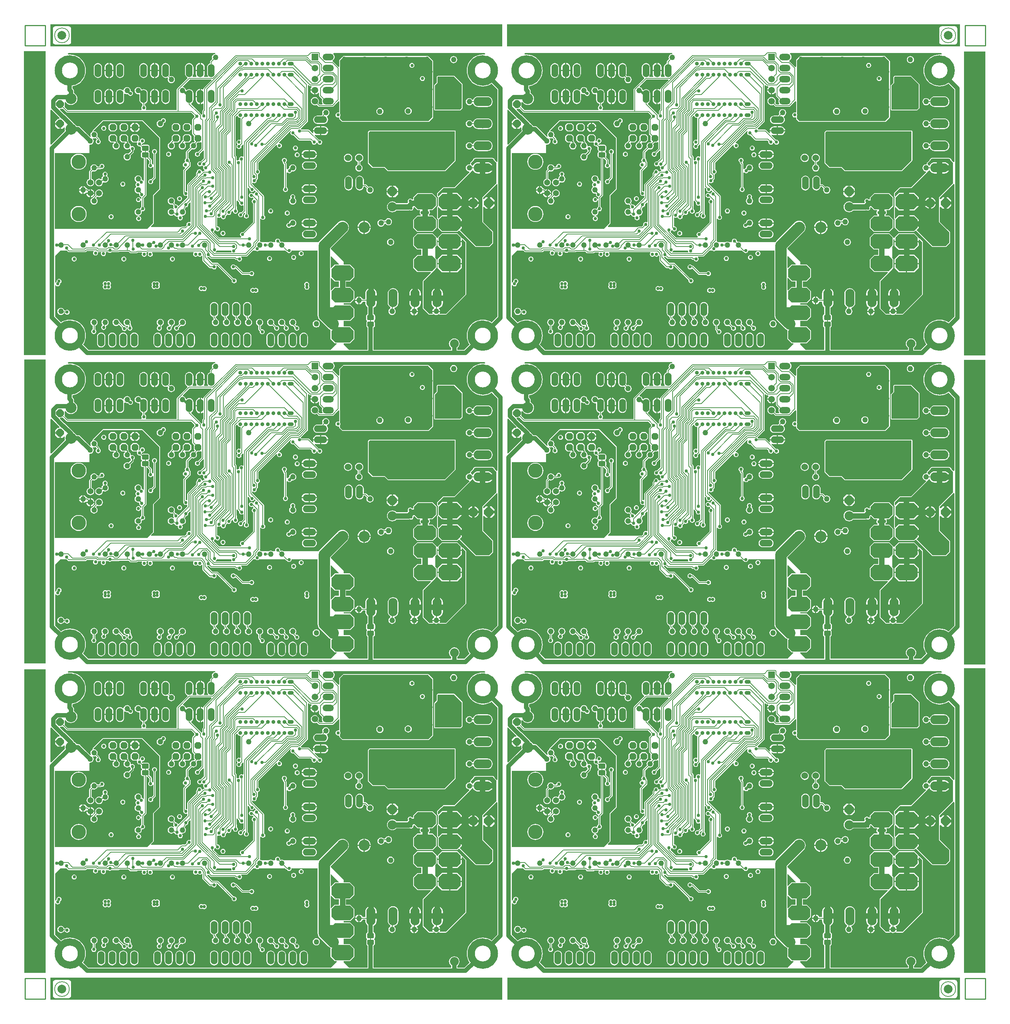
<source format=gbl>
%FSLAX24Y24*%
%MOIN*%
G70*
G01*
G75*
G04 Layer_Physical_Order=4*
G04 Layer_Color=16711680*
%ADD10C,0.0070*%
G04:AMPARAMS|DCode=11|XSize=78.7mil|YSize=78.7mil|CornerRadius=39.4mil|HoleSize=0mil|Usage=FLASHONLY|Rotation=90.000|XOffset=0mil|YOffset=0mil|HoleType=Round|Shape=RoundedRectangle|*
%AMROUNDEDRECTD11*
21,1,0.0787,0.0000,0,0,90.0*
21,1,0.0000,0.0787,0,0,90.0*
1,1,0.0787,0.0000,0.0000*
1,1,0.0787,0.0000,0.0000*
1,1,0.0787,0.0000,0.0000*
1,1,0.0787,0.0000,0.0000*
%
%ADD11ROUNDEDRECTD11*%
%ADD12C,0.0100*%
%ADD13C,0.0650*%
%ADD14R,0.1970X0.1700*%
%ADD15R,0.0280X0.0560*%
%ADD16R,0.0600X0.0120*%
%ADD17R,0.0120X0.0600*%
G04:AMPARAMS|DCode=18|XSize=11mil|YSize=31.5mil|CornerRadius=4.4mil|HoleSize=0mil|Usage=FLASHONLY|Rotation=180.000|XOffset=0mil|YOffset=0mil|HoleType=Round|Shape=RoundedRectangle|*
%AMROUNDEDRECTD18*
21,1,0.0110,0.0227,0,0,180.0*
21,1,0.0022,0.0315,0,0,180.0*
1,1,0.0088,-0.0011,0.0113*
1,1,0.0088,0.0011,0.0113*
1,1,0.0088,0.0011,-0.0113*
1,1,0.0088,-0.0011,-0.0113*
%
%ADD18ROUNDEDRECTD18*%
G04:AMPARAMS|DCode=19|XSize=11mil|YSize=31.5mil|CornerRadius=4.4mil|HoleSize=0mil|Usage=FLASHONLY|Rotation=270.000|XOffset=0mil|YOffset=0mil|HoleType=Round|Shape=RoundedRectangle|*
%AMROUNDEDRECTD19*
21,1,0.0110,0.0227,0,0,270.0*
21,1,0.0022,0.0315,0,0,270.0*
1,1,0.0088,-0.0113,-0.0011*
1,1,0.0088,-0.0113,0.0011*
1,1,0.0088,0.0113,0.0011*
1,1,0.0088,0.0113,-0.0011*
%
%ADD19ROUNDEDRECTD19*%
%ADD20R,0.1370X0.1370*%
%ADD21R,0.1370X0.1370*%
%ADD22R,0.0236X0.1319*%
G04:AMPARAMS|DCode=23|XSize=40mil|YSize=40mil|CornerRadius=20mil|HoleSize=0mil|Usage=FLASHONLY|Rotation=0.000|XOffset=0mil|YOffset=0mil|HoleType=Round|Shape=RoundedRectangle|*
%AMROUNDEDRECTD23*
21,1,0.0400,0.0000,0,0,0.0*
21,1,0.0000,0.0400,0,0,0.0*
1,1,0.0400,0.0000,0.0000*
1,1,0.0400,0.0000,0.0000*
1,1,0.0400,0.0000,0.0000*
1,1,0.0400,0.0000,0.0000*
%
%ADD23ROUNDEDRECTD23*%
%ADD24R,0.0480X0.0480*%
%ADD25R,0.0480X0.0480*%
%ADD26R,0.0420X0.0520*%
%ADD27R,0.0354X0.1299*%
%ADD28R,0.0240X0.0240*%
%ADD29R,0.1260X0.0630*%
%ADD30R,0.0360X0.0320*%
%ADD31R,0.0280X0.0200*%
%ADD32R,0.0200X0.0280*%
%ADD33R,0.0790X0.0790*%
%ADD34R,0.0790X0.0790*%
%ADD35R,0.0500X0.0150*%
G04:AMPARAMS|DCode=36|XSize=63mil|YSize=71mil|CornerRadius=15.8mil|HoleSize=0mil|Usage=FLASHONLY|Rotation=270.000|XOffset=0mil|YOffset=0mil|HoleType=Round|Shape=RoundedRectangle|*
%AMROUNDEDRECTD36*
21,1,0.0630,0.0395,0,0,270.0*
21,1,0.0315,0.0710,0,0,270.0*
1,1,0.0315,-0.0198,-0.0158*
1,1,0.0315,-0.0198,0.0158*
1,1,0.0315,0.0198,0.0158*
1,1,0.0315,0.0198,-0.0158*
%
%ADD36ROUNDEDRECTD36*%
G04:AMPARAMS|DCode=37|XSize=29.1mil|YSize=39.4mil|CornerRadius=5.8mil|HoleSize=0mil|Usage=FLASHONLY|Rotation=90.000|XOffset=0mil|YOffset=0mil|HoleType=Round|Shape=RoundedRectangle|*
%AMROUNDEDRECTD37*
21,1,0.0291,0.0277,0,0,90.0*
21,1,0.0175,0.0394,0,0,90.0*
1,1,0.0117,0.0139,0.0087*
1,1,0.0117,0.0139,-0.0087*
1,1,0.0117,-0.0139,-0.0087*
1,1,0.0117,-0.0139,0.0087*
%
%ADD37ROUNDEDRECTD37*%
G04:AMPARAMS|DCode=38|XSize=29.1mil|YSize=39.4mil|CornerRadius=5.8mil|HoleSize=0mil|Usage=FLASHONLY|Rotation=180.000|XOffset=0mil|YOffset=0mil|HoleType=Round|Shape=RoundedRectangle|*
%AMROUNDEDRECTD38*
21,1,0.0291,0.0277,0,0,180.0*
21,1,0.0175,0.0394,0,0,180.0*
1,1,0.0117,-0.0087,0.0139*
1,1,0.0117,0.0087,0.0139*
1,1,0.0117,0.0087,-0.0139*
1,1,0.0117,-0.0087,-0.0139*
%
%ADD38ROUNDEDRECTD38*%
G04:AMPARAMS|DCode=39|XSize=22mil|YSize=24mil|CornerRadius=4.4mil|HoleSize=0mil|Usage=FLASHONLY|Rotation=0.000|XOffset=0mil|YOffset=0mil|HoleType=Round|Shape=RoundedRectangle|*
%AMROUNDEDRECTD39*
21,1,0.0220,0.0152,0,0,0.0*
21,1,0.0132,0.0240,0,0,0.0*
1,1,0.0088,0.0066,-0.0076*
1,1,0.0088,-0.0066,-0.0076*
1,1,0.0088,-0.0066,0.0076*
1,1,0.0088,0.0066,0.0076*
%
%ADD39ROUNDEDRECTD39*%
G04:AMPARAMS|DCode=40|XSize=22mil|YSize=24mil|CornerRadius=4.4mil|HoleSize=0mil|Usage=FLASHONLY|Rotation=270.000|XOffset=0mil|YOffset=0mil|HoleType=Round|Shape=RoundedRectangle|*
%AMROUNDEDRECTD40*
21,1,0.0220,0.0152,0,0,270.0*
21,1,0.0132,0.0240,0,0,270.0*
1,1,0.0088,-0.0076,-0.0066*
1,1,0.0088,-0.0076,0.0066*
1,1,0.0088,0.0076,0.0066*
1,1,0.0088,0.0076,-0.0066*
%
%ADD40ROUNDEDRECTD40*%
%ADD41R,0.0543X0.0709*%
%ADD42R,0.0200X0.0260*%
%ADD43R,0.0433X0.0669*%
G04:AMPARAMS|DCode=44|XSize=52mil|YSize=60mil|CornerRadius=13mil|HoleSize=0mil|Usage=FLASHONLY|Rotation=180.000|XOffset=0mil|YOffset=0mil|HoleType=Round|Shape=RoundedRectangle|*
%AMROUNDEDRECTD44*
21,1,0.0520,0.0340,0,0,180.0*
21,1,0.0260,0.0600,0,0,180.0*
1,1,0.0260,-0.0130,0.0170*
1,1,0.0260,0.0130,0.0170*
1,1,0.0260,0.0130,-0.0170*
1,1,0.0260,-0.0130,-0.0170*
%
%ADD44ROUNDEDRECTD44*%
G04:AMPARAMS|DCode=45|XSize=52mil|YSize=60mil|CornerRadius=13mil|HoleSize=0mil|Usage=FLASHONLY|Rotation=270.000|XOffset=0mil|YOffset=0mil|HoleType=Round|Shape=RoundedRectangle|*
%AMROUNDEDRECTD45*
21,1,0.0520,0.0340,0,0,270.0*
21,1,0.0260,0.0600,0,0,270.0*
1,1,0.0260,-0.0170,-0.0130*
1,1,0.0260,-0.0170,0.0130*
1,1,0.0260,0.0170,0.0130*
1,1,0.0260,0.0170,-0.0130*
%
%ADD45ROUNDEDRECTD45*%
%ADD46R,0.1673X0.0465*%
G04:AMPARAMS|DCode=47|XSize=50mil|YSize=50mil|CornerRadius=25mil|HoleSize=0mil|Usage=FLASHONLY|Rotation=90.000|XOffset=0mil|YOffset=0mil|HoleType=Round|Shape=RoundedRectangle|*
%AMROUNDEDRECTD47*
21,1,0.0500,0.0000,0,0,90.0*
21,1,0.0000,0.0500,0,0,90.0*
1,1,0.0500,0.0000,0.0000*
1,1,0.0500,0.0000,0.0000*
1,1,0.0500,0.0000,0.0000*
1,1,0.0500,0.0000,0.0000*
%
%ADD47ROUNDEDRECTD47*%
%ADD48C,0.0600*%
G04:AMPARAMS|DCode=49|XSize=105mil|YSize=105mil|CornerRadius=26.3mil|HoleSize=0mil|Usage=FLASHONLY|Rotation=180.000|XOffset=0mil|YOffset=0mil|HoleType=Round|Shape=RoundedRectangle|*
%AMROUNDEDRECTD49*
21,1,0.1050,0.0525,0,0,180.0*
21,1,0.0525,0.1050,0,0,180.0*
1,1,0.0525,-0.0263,0.0263*
1,1,0.0525,0.0263,0.0263*
1,1,0.0525,0.0263,-0.0263*
1,1,0.0525,-0.0263,-0.0263*
%
%ADD49ROUNDEDRECTD49*%
%ADD50R,0.0402X0.0118*%
%ADD51C,0.0500*%
%ADD52C,0.0240*%
%ADD53C,0.0080*%
%ADD54C,0.0200*%
%ADD55C,0.0320*%
%ADD56C,0.0120*%
%ADD57C,0.0600*%
%ADD58C,0.0400*%
%ADD59C,0.0250*%
%ADD60C,0.0160*%
%ADD61R,0.1299X0.1063*%
%ADD62R,0.1575X0.0984*%
%ADD63R,0.1929X0.1457*%
%ADD64R,0.0551X0.0472*%
%ADD65O,0.0540X0.0360*%
%ADD66C,0.0360*%
%ADD67O,0.0600X0.1200*%
%ADD68P,0.0758X8X292.5*%
%ADD69C,0.1000*%
%ADD70O,0.1200X0.0600*%
%ADD71O,0.1024X0.0591*%
%ADD72C,0.0591*%
%ADD73R,0.0591X0.0591*%
%ADD74C,0.1305*%
%ADD75C,0.0540*%
%ADD76O,0.1650X0.0825*%
%ADD77O,0.0825X0.1650*%
%ADD78P,0.0909X8X112.5*%
%ADD79C,0.0840*%
%ADD80P,0.0909X8X22.5*%
G04:AMPARAMS|DCode=81|XSize=133.9mil|YSize=200mil|CornerRadius=0mil|HoleSize=0mil|Usage=FLASHONLY|Rotation=270.000|XOffset=0mil|YOffset=0mil|HoleType=Round|Shape=Octagon|*
%AMOCTAGOND81*
4,1,8,0.1000,0.0335,0.1000,-0.0335,0.0665,-0.0669,-0.0665,-0.0669,-0.1000,-0.0335,-0.1000,0.0335,-0.0665,0.0669,0.0665,0.0669,0.1000,0.0335,0.0*
%
%ADD81OCTAGOND81*%

G04:AMPARAMS|DCode=82|XSize=140mil|YSize=200mil|CornerRadius=0mil|HoleSize=0mil|Usage=FLASHONLY|Rotation=270.000|XOffset=0mil|YOffset=0mil|HoleType=Round|Shape=Octagon|*
%AMOCTAGOND82*
4,1,8,0.1000,0.0350,0.1000,-0.0350,0.0650,-0.0700,-0.0650,-0.0700,-0.1000,-0.0350,-0.1000,0.0350,-0.0650,0.0700,0.0650,0.0700,0.1000,0.0350,0.0*
%
%ADD82OCTAGOND82*%

%ADD83P,0.0671X8X22.5*%
%ADD84C,0.0800*%
%ADD85C,0.0300*%
%ADD86C,0.0500*%
%ADD87C,0.0400*%
%ADD88C,0.0320*%
%ADD89C,0.1581*%
%ADD90C,0.0460*%
G04:AMPARAMS|DCode=91|XSize=82mil|YSize=82mil|CornerRadius=0mil|HoleSize=0mil|Usage=FLASHONLY|Rotation=0.000|XOffset=0mil|YOffset=0mil|HoleType=Round|Shape=Relief|Width=10mil|Gap=10mil|Entries=4|*
%AMTHD91*
7,0,0,0.0820,0.0620,0.0100,45*
%
%ADD91THD91*%
%ADD92C,0.0640*%
G04:AMPARAMS|DCode=93|XSize=100mil|YSize=100mil|CornerRadius=0mil|HoleSize=0mil|Usage=FLASHONLY|Rotation=0.000|XOffset=0mil|YOffset=0mil|HoleType=Round|Shape=Relief|Width=10mil|Gap=10mil|Entries=4|*
%AMTHD93*
7,0,0,0.1000,0.0800,0.0100,45*
%
%ADD93THD93*%
%ADD94C,0.0830*%
%ADD95C,0.0594*%
G04:AMPARAMS|DCode=96|XSize=95.433mil|YSize=95.433mil|CornerRadius=0mil|HoleSize=0mil|Usage=FLASHONLY|Rotation=0.000|XOffset=0mil|YOffset=0mil|HoleType=Round|Shape=Relief|Width=10mil|Gap=10mil|Entries=4|*
%AMTHD96*
7,0,0,0.0954,0.0754,0.0100,45*
%
%ADD96THD96*%
%ADD97C,0.1110*%
G04:AMPARAMS|DCode=98|XSize=98mil|YSize=98mil|CornerRadius=0mil|HoleSize=0mil|Usage=FLASHONLY|Rotation=0.000|XOffset=0mil|YOffset=0mil|HoleType=Round|Shape=Relief|Width=10mil|Gap=10mil|Entries=4|*
%AMTHD98*
7,0,0,0.0980,0.0780,0.0100,45*
%
%ADD98THD98*%
%ADD99C,0.0620*%
%ADD100C,0.0790*%
G04:AMPARAMS|DCode=101|XSize=115mil|YSize=115mil|CornerRadius=0mil|HoleSize=0mil|Usage=FLASHONLY|Rotation=0.000|XOffset=0mil|YOffset=0mil|HoleType=Round|Shape=Relief|Width=10mil|Gap=10mil|Entries=4|*
%AMTHD101*
7,0,0,0.1150,0.0950,0.0100,45*
%
%ADD101THD101*%
%ADD102C,0.1240*%
%ADD103C,0.0390*%
%ADD104C,0.1421*%
%ADD105C,0.0520*%
%ADD106C,0.1400*%
%ADD107C,0.0800*%
%ADD108C,0.1040*%
%ADD109C,0.1300*%
%ADD110R,0.4094X0.4331*%
%ADD111R,0.3425X0.4284*%
%ADD112R,0.3583X0.4284*%
%ADD113R,0.3622X0.4331*%
G04:AMPARAMS|DCode=114|XSize=46mil|YSize=63mil|CornerRadius=11.5mil|HoleSize=0mil|Usage=FLASHONLY|Rotation=270.000|XOffset=0mil|YOffset=0mil|HoleType=Round|Shape=RoundedRectangle|*
%AMROUNDEDRECTD114*
21,1,0.0460,0.0400,0,0,270.0*
21,1,0.0230,0.0630,0,0,270.0*
1,1,0.0230,-0.0200,-0.0115*
1,1,0.0230,-0.0200,0.0115*
1,1,0.0230,0.0200,0.0115*
1,1,0.0230,0.0200,-0.0115*
%
%ADD114ROUNDEDRECTD114*%
G04:AMPARAMS|DCode=115|XSize=50mil|YSize=50mil|CornerRadius=25mil|HoleSize=0mil|Usage=FLASHONLY|Rotation=0.000|XOffset=0mil|YOffset=0mil|HoleType=Round|Shape=RoundedRectangle|*
%AMROUNDEDRECTD115*
21,1,0.0500,0.0000,0,0,0.0*
21,1,0.0000,0.0500,0,0,0.0*
1,1,0.0500,0.0000,0.0000*
1,1,0.0500,0.0000,0.0000*
1,1,0.0500,0.0000,0.0000*
1,1,0.0500,0.0000,0.0000*
%
%ADD115ROUNDEDRECTD115*%
G36*
X96713Y12047D02*
X96713D01*
D01*
Y12047D01*
X96713Y12047D01*
D01*
D01*
X94774D01*
Y39616D01*
X96713D01*
Y12047D01*
D02*
G37*
G36*
Y39970D02*
X96713D01*
D01*
Y39970D01*
X96713Y39970D01*
D01*
D01*
X94774D01*
Y67569D01*
X96713D01*
Y39970D01*
D02*
G37*
G36*
X11585Y40069D02*
X11585D01*
D01*
Y40069D01*
X11585Y40069D01*
D01*
D01*
X9646D01*
Y67589D01*
X11585D01*
Y40069D01*
D02*
G37*
G36*
X52943Y9606D02*
X12008D01*
Y11604D01*
X52943D01*
Y9606D01*
D02*
G37*
G36*
X94429D02*
X53406D01*
Y11604D01*
X94429D01*
Y9606D01*
D02*
G37*
G36*
X11585Y12047D02*
X11585D01*
D01*
Y12047D01*
X11585Y12047D01*
D01*
D01*
X9646D01*
Y39518D01*
X11585D01*
Y12047D01*
D02*
G37*
G36*
X52943Y95955D02*
X12008D01*
Y97953D01*
X52943D01*
Y95955D01*
D02*
G37*
G36*
X94409D02*
X53376D01*
Y97953D01*
X94409D01*
Y95955D01*
D02*
G37*
G36*
X96713Y67972D02*
X96713D01*
D01*
Y67972D01*
X96713Y67972D01*
D01*
D01*
X94774D01*
Y95492D01*
X96713D01*
Y67972D01*
D02*
G37*
G36*
X11565Y68002D02*
X11565D01*
D01*
Y68002D01*
X11565Y68002D01*
D01*
D01*
X9626D01*
Y95522D01*
X11565D01*
Y68002D01*
D02*
G37*
%LPC*%
G36*
X13652Y97782D02*
Y97781D01*
X12470D01*
Y97782D01*
X12381Y97765D01*
X12306Y97714D01*
X12255Y97638D01*
X12237Y97549D01*
X12239D01*
Y96368D01*
X12237D01*
X12255Y96279D01*
X12306Y96203D01*
X12381Y96153D01*
X12470Y96135D01*
Y96136D01*
X13652D01*
Y96135D01*
X13741Y96153D01*
X13816Y96203D01*
X13867Y96279D01*
X13885Y96368D01*
X13883D01*
Y97549D01*
X13885D01*
X13867Y97638D01*
X13816Y97714D01*
X13741Y97765D01*
X13652Y97782D01*
D02*
G37*
G36*
X93947D02*
Y97781D01*
X92766D01*
Y97782D01*
X92676Y97765D01*
X92601Y97714D01*
X92550Y97638D01*
X92533Y97549D01*
X92534D01*
Y96368D01*
X92533D01*
X92550Y96279D01*
X92601Y96203D01*
X92676Y96153D01*
X92766Y96135D01*
Y96136D01*
X93947D01*
Y96135D01*
X94036Y96153D01*
X94112Y96203D01*
X94162Y96279D01*
X94180Y96368D01*
X94179D01*
Y97549D01*
X94180D01*
X94162Y97638D01*
X94112Y97714D01*
X94036Y97765D01*
X93947Y97782D01*
D02*
G37*
G36*
Y11385D02*
Y11383D01*
X92766D01*
Y11385D01*
X92676Y11367D01*
X92601Y11316D01*
X92550Y11241D01*
X92533Y11152D01*
X92534D01*
Y9970D01*
X92533D01*
X92550Y9881D01*
X92601Y9806D01*
X92676Y9755D01*
X92766Y9737D01*
Y9739D01*
X93947D01*
Y9737D01*
X94036Y9755D01*
X94112Y9806D01*
X94162Y9881D01*
X94180Y9970D01*
X94179D01*
Y11152D01*
X94180D01*
X94162Y11241D01*
X94112Y11316D01*
X94036Y11367D01*
X93947Y11385D01*
D02*
G37*
G36*
X13652D02*
Y11383D01*
X12470D01*
Y11385D01*
X12381Y11367D01*
X12306Y11316D01*
X12255Y11241D01*
X12237Y11152D01*
X12239D01*
Y9970D01*
X12237D01*
X12255Y9881D01*
X12306Y9806D01*
X12381Y9755D01*
X12470Y9737D01*
Y9739D01*
X13652D01*
Y9737D01*
X13741Y9755D01*
X13816Y9806D01*
X13867Y9881D01*
X13885Y9970D01*
X13883D01*
Y11152D01*
X13885D01*
X13867Y11241D01*
X13816Y11316D01*
X13741Y11367D01*
X13652Y11385D01*
D02*
G37*
%LPD*%
G36*
X28398Y21457D02*
X28398Y21457D01*
X28415Y21371D01*
X28427Y21353D01*
X28403Y21309D01*
X26983D01*
X26969Y21357D01*
X27030Y21397D01*
X27079Y21470D01*
X27084Y21496D01*
X28366D01*
X28398Y21457D01*
D02*
G37*
G36*
X21870Y31673D02*
Y27077D01*
X21299Y26506D01*
Y23967D01*
X20768Y23435D01*
X12421D01*
Y30315D01*
X15532D01*
Y31047D01*
X15569Y31080D01*
X15610Y31075D01*
X15694Y31086D01*
X15772Y31118D01*
X15838Y31169D01*
X15890Y31236D01*
X15922Y31314D01*
X15933Y31398D01*
X15922Y31481D01*
X15890Y31559D01*
X15841Y31623D01*
X15871Y31662D01*
X15885Y31657D01*
X15969Y31646D01*
X16052Y31657D01*
X16101Y31677D01*
X16217Y31562D01*
X16212Y31512D01*
X16190Y31497D01*
X16141Y31424D01*
X16124Y31339D01*
X16141Y31253D01*
X16190Y31180D01*
X16263Y31131D01*
X16349Y31114D01*
X16434Y31131D01*
X16507Y31180D01*
X16556Y31253D01*
X16573Y31339D01*
X16556Y31424D01*
X16507Y31497D01*
X16461Y31528D01*
Y31588D01*
X16461Y31588D01*
X16452Y31631D01*
X16428Y31668D01*
X16428Y31668D01*
X16260Y31836D01*
X16280Y31885D01*
X16291Y31969D01*
X16280Y32052D01*
X16248Y32130D01*
X16197Y32197D01*
X16130Y32248D01*
X16052Y32280D01*
X15969Y32291D01*
X15925Y32286D01*
X15903Y32330D01*
X16791Y33219D01*
X20325D01*
X21870Y31673D01*
D02*
G37*
G36*
X37780Y18684D02*
X38142D01*
Y18193D01*
X37764D01*
X37458Y17886D01*
X37411Y17905D01*
Y18986D01*
X37458Y19006D01*
X37780Y18684D01*
D02*
G37*
G36*
X26961Y39290D02*
X26885Y39280D01*
X26807Y39248D01*
X26740Y39197D01*
X26689Y39130D01*
X26657Y39052D01*
X26646Y38969D01*
X26657Y38885D01*
X26677Y38836D01*
X26511Y38670D01*
X26487Y38633D01*
X26478Y38591D01*
X26478Y38591D01*
Y38449D01*
X26404Y38418D01*
X26327Y38359D01*
X26267Y38282D01*
X26230Y38192D01*
X26217Y38095D01*
Y37495D01*
X26230Y37399D01*
X26267Y37309D01*
X26298Y37269D01*
X26262Y37197D01*
X25957D01*
X25921Y37269D01*
X25940Y37294D01*
X25980Y37391D01*
X25994Y37495D01*
Y37745D01*
X25187D01*
Y37495D01*
X25201Y37391D01*
X25241Y37294D01*
X25260Y37269D01*
X25225Y37197D01*
X24919D01*
X24883Y37269D01*
X24914Y37309D01*
X24951Y37399D01*
X24964Y37495D01*
Y38095D01*
X24951Y38192D01*
X24914Y38282D01*
X24854Y38359D01*
X24777Y38418D01*
X24687Y38456D01*
X24591Y38468D01*
X24494Y38456D01*
X24404Y38418D01*
X24327Y38359D01*
X24267Y38282D01*
X24230Y38192D01*
X24217Y38095D01*
Y37495D01*
X24230Y37399D01*
X24267Y37309D01*
X24327Y37231D01*
X24404Y37172D01*
X24419Y37166D01*
X24434Y37088D01*
X23493Y36146D01*
X23470Y36112D01*
X23461Y36071D01*
Y34207D01*
X20686D01*
X20649Y34277D01*
X20680Y34324D01*
X20697Y34409D01*
X20680Y34495D01*
X20631Y34568D01*
X20585Y34599D01*
Y34786D01*
X20643Y34810D01*
X20721Y34869D01*
X20780Y34946D01*
X20817Y35036D01*
X20830Y35133D01*
Y35733D01*
X20817Y35830D01*
X20780Y35920D01*
X20721Y35997D01*
X20643Y36056D01*
X20553Y36094D01*
X20457Y36106D01*
X20360Y36094D01*
X20277Y36059D01*
X20248Y36130D01*
X20197Y36197D01*
X20130Y36248D01*
X20052Y36280D01*
X19969Y36291D01*
X19885Y36280D01*
X19807Y36248D01*
X19740Y36197D01*
X19689Y36130D01*
X19657Y36052D01*
X19646Y35968D01*
X19657Y35885D01*
X19689Y35807D01*
X19740Y35740D01*
X19807Y35689D01*
X19885Y35657D01*
X19969Y35646D01*
X20023Y35653D01*
X20083Y35600D01*
Y35133D01*
X20096Y35036D01*
X20134Y34946D01*
X20193Y34869D01*
X20270Y34810D01*
X20360Y34773D01*
X20360Y34773D01*
Y34599D01*
X20314Y34568D01*
X20265Y34495D01*
X20248Y34409D01*
X20265Y34324D01*
X20296Y34277D01*
X20259Y34207D01*
X13596D01*
X13290Y34513D01*
X13316Y34538D01*
Y34907D01*
X13392Y34933D01*
X13469Y34832D01*
X13588Y34740D01*
X13727Y34683D01*
X13876Y34663D01*
X14025Y34683D01*
X14163Y34740D01*
X14282Y34832D01*
X14374Y34951D01*
X14431Y35089D01*
X14451Y35238D01*
X14431Y35387D01*
X14374Y35526D01*
X14282Y35645D01*
X14163Y35736D01*
X14148Y35742D01*
Y35917D01*
X14139Y35988D01*
X14112Y36054D01*
X14068Y36110D01*
X14012Y36166D01*
Y36365D01*
X14227Y36417D01*
X14437Y36504D01*
X14631Y36623D01*
X14804Y36770D01*
X14952Y36943D01*
X15071Y37137D01*
X15158Y37347D01*
X15211Y37569D01*
X15229Y37795D01*
X15211Y38022D01*
X15158Y38243D01*
X15071Y38453D01*
X14952Y38647D01*
X14804Y38820D01*
X14631Y38968D01*
X14437Y39087D01*
X14227Y39174D01*
X14006Y39227D01*
X13780Y39245D01*
X13609Y39231D01*
X13575Y39304D01*
X13642Y39370D01*
X26956D01*
X26961Y39290D01*
D02*
G37*
G36*
X36226Y15622D02*
X36237Y15507D01*
X36271Y15396D01*
X36326Y15293D01*
X36399Y15203D01*
X37179Y14423D01*
X37269Y14350D01*
X37372Y14295D01*
X37386Y14290D01*
X37398Y14242D01*
X37395Y14239D01*
Y13469D01*
X37780Y13084D01*
X37939D01*
X37959Y13037D01*
X37411Y12490D01*
X15454D01*
X14977Y12968D01*
X15071Y13122D01*
X15158Y13332D01*
X15211Y13553D01*
X15229Y13780D01*
X15211Y14006D01*
X15158Y14227D01*
X15071Y14437D01*
X14952Y14631D01*
X14804Y14804D01*
X14631Y14952D01*
X14437Y15071D01*
X14227Y15158D01*
X14006Y15211D01*
X13780Y15229D01*
X13553Y15211D01*
X13332Y15158D01*
X13122Y15071D01*
X12968Y14977D01*
X12441Y15503D01*
Y18336D01*
X12489Y18350D01*
X12519Y18306D01*
X12591Y18257D01*
X12677Y18240D01*
X12763Y18257D01*
X12836Y18306D01*
X12884Y18379D01*
X12901Y18465D01*
X12894Y18502D01*
X12954Y18542D01*
X13003Y18615D01*
X13020Y18701D01*
X13003Y18787D01*
X12954Y18859D01*
X12881Y18908D01*
X12795Y18925D01*
X12709Y18908D01*
X12637Y18859D01*
X12588Y18787D01*
X12571Y18701D01*
X12578Y18663D01*
X12519Y18623D01*
X12489Y18579D01*
X12441Y18593D01*
Y21024D01*
X12913Y21496D01*
X13459D01*
X13469Y21494D01*
X13478Y21496D01*
X13482D01*
X13599Y21379D01*
X13599Y21379D01*
X13636Y21355D01*
X13678Y21346D01*
X13679Y21346D01*
X15180D01*
X15180Y21346D01*
X15223Y21355D01*
X15259Y21379D01*
X15326Y21446D01*
X15909D01*
X15933Y21402D01*
X15895Y21346D01*
X15878Y21260D01*
X15895Y21174D01*
X15944Y21101D01*
X16017Y21053D01*
X16102Y21036D01*
X16188Y21053D01*
X16261Y21101D01*
X16310Y21174D01*
X16327Y21260D01*
X16317Y21308D01*
X16349Y21346D01*
X16600D01*
X16623Y21302D01*
X16611Y21284D01*
X16594Y21198D01*
X16611Y21113D01*
X16660Y21040D01*
X16733Y20991D01*
X16818Y20974D01*
X16904Y20991D01*
X16977Y21040D01*
X17026Y21113D01*
X17043Y21198D01*
X17026Y21284D01*
X17014Y21302D01*
X17037Y21346D01*
X17236D01*
X17240Y21340D01*
X17313Y21291D01*
X17399Y21274D01*
X17484Y21291D01*
X17557Y21340D01*
X17561Y21346D01*
X18180D01*
X18180Y21346D01*
X18223Y21355D01*
X18259Y21379D01*
X18264Y21384D01*
X18958D01*
X18958Y21384D01*
X18959Y21384D01*
X19095D01*
X19209Y21269D01*
X19209Y21269D01*
X19246Y21245D01*
X19289Y21236D01*
X19289Y21236D01*
X19819D01*
X19819Y21236D01*
X19862Y21245D01*
X19899Y21269D01*
X19930Y21300D01*
X20300D01*
X20324Y21256D01*
X20305Y21228D01*
X20287Y21142D01*
X20305Y21056D01*
X20353Y20983D01*
X20426Y20935D01*
X20512Y20917D01*
X20598Y20935D01*
X20670Y20983D01*
X20719Y21056D01*
X20736Y21142D01*
X20719Y21228D01*
X20709Y21243D01*
X20709Y21277D01*
X20719Y21302D01*
X20752Y21309D01*
X20786Y21332D01*
X20872D01*
X20896Y21288D01*
X20856Y21228D01*
X20839Y21142D01*
X20856Y21056D01*
X20904Y20983D01*
X20977Y20935D01*
X21063Y20917D01*
X21149Y20935D01*
X21222Y20983D01*
X21270Y21056D01*
X21287Y21142D01*
X21270Y21228D01*
X21230Y21288D01*
X21254Y21332D01*
X23560D01*
X23585Y21337D01*
X24974D01*
X24997Y21293D01*
X24960Y21237D01*
X24943Y21152D01*
X24960Y21066D01*
X25009Y20993D01*
X25081Y20944D01*
X25167Y20927D01*
X25253Y20944D01*
X25326Y20993D01*
X25331Y21000D01*
X25381D01*
X25393Y20983D01*
X25465Y20935D01*
X25551Y20917D01*
X25637Y20935D01*
X25710Y20983D01*
X25743Y21032D01*
X25790Y21018D01*
Y20574D01*
X25790Y20574D01*
X25799Y20532D01*
X25823Y20495D01*
X26398Y19921D01*
X26398Y19921D01*
X26434Y19896D01*
X26477Y19888D01*
X26661D01*
X26692Y19841D01*
X26765Y19793D01*
X26850Y19776D01*
X26936Y19793D01*
X27009Y19841D01*
X27058Y19914D01*
X27075Y20000D01*
X27058Y20086D01*
X27045Y20105D01*
X27057Y20129D01*
X27107Y20136D01*
X28448Y18795D01*
X28437Y18740D01*
X28454Y18654D01*
X28503Y18582D01*
X28576Y18533D01*
X28661Y18516D01*
X28747Y18533D01*
X28820Y18582D01*
X28869Y18654D01*
X28886Y18740D01*
X28869Y18826D01*
X28820Y18899D01*
X28747Y18947D01*
X28661Y18964D01*
X28607Y18954D01*
X27219Y20341D01*
X27183Y20365D01*
X27140Y20374D01*
X27140Y20374D01*
X26702D01*
X26205Y20870D01*
X26233Y20911D01*
X26319Y20894D01*
X26373Y20905D01*
X26512Y20767D01*
X26512Y20767D01*
X26548Y20742D01*
X26591Y20734D01*
X28712D01*
X28779Y20667D01*
X28815Y20643D01*
X28858Y20635D01*
X28858Y20635D01*
X28936D01*
X28936Y20633D01*
X28985Y20560D01*
X29058Y20511D01*
X29144Y20494D01*
X29230Y20511D01*
X29302Y20560D01*
X29351Y20633D01*
X29368Y20719D01*
X29351Y20804D01*
X29302Y20877D01*
X29288Y20887D01*
X29302Y20935D01*
X29768D01*
X29768Y20935D01*
X29811Y20943D01*
X29847Y20967D01*
X30376Y21496D01*
X30590D01*
X30593Y21493D01*
X30665Y21444D01*
X30751Y21427D01*
X30837Y21444D01*
X30910Y21493D01*
X30912Y21496D01*
X33290D01*
X33375Y21411D01*
X33410Y21387D01*
X33437Y21382D01*
X33473Y21328D01*
X33546Y21279D01*
X33632Y21262D01*
X33718Y21279D01*
X33791Y21328D01*
X33839Y21400D01*
X33856Y21486D01*
X33864Y21496D01*
X36226D01*
Y15622D01*
D02*
G37*
G36*
X46618Y38639D02*
Y33579D01*
X46248Y33208D01*
X38489D01*
X38259Y33438D01*
Y33657D01*
X38276Y33683D01*
X38293Y33768D01*
X38276Y33854D01*
X38259Y33880D01*
Y38728D01*
X38558Y39028D01*
X46228D01*
X46618Y38639D01*
D02*
G37*
G36*
X12860Y33492D02*
X12829Y33418D01*
X12671D01*
X12446Y33193D01*
Y33018D01*
X12896D01*
Y32968D01*
X12946D01*
Y32518D01*
X13121D01*
X13246Y32644D01*
X13318Y32608D01*
X13301Y32478D01*
X13320Y32329D01*
X13327Y32314D01*
X12101Y31089D01*
X12028Y31120D01*
Y34220D01*
X12101Y34251D01*
X12860Y33492D01*
D02*
G37*
G36*
X25698Y31277D02*
Y30728D01*
X25389Y30420D01*
X25335Y30431D01*
X25249Y30414D01*
X25176Y30365D01*
X25127Y30293D01*
X25110Y30207D01*
X25127Y30121D01*
X25176Y30048D01*
X25249Y29999D01*
X25335Y29982D01*
X25420Y29999D01*
X25493Y30048D01*
X25542Y30121D01*
X25559Y30207D01*
X25548Y30261D01*
X25844Y30558D01*
X25918Y30527D01*
Y29857D01*
X25606Y29544D01*
X25551Y29555D01*
X25465Y29538D01*
X25393Y29489D01*
X25344Y29416D01*
X25327Y29331D01*
X25344Y29245D01*
X25393Y29172D01*
X25465Y29123D01*
X25551Y29106D01*
X25637Y29123D01*
X25710Y29172D01*
X25761D01*
X25763Y29170D01*
X25835Y29121D01*
X25850Y29118D01*
X25877Y29054D01*
X25860Y28968D01*
X25877Y28882D01*
X25925Y28809D01*
X25982Y28771D01*
X25959Y28695D01*
X25900D01*
X25900Y28695D01*
X25857Y28686D01*
X25821Y28662D01*
X25804Y28644D01*
X25727Y28668D01*
X25719Y28708D01*
X25670Y28781D01*
X25598Y28829D01*
X25512Y28846D01*
X25426Y28829D01*
X25353Y28781D01*
X25305Y28708D01*
X25287Y28622D01*
X25292Y28600D01*
X25230Y28539D01*
X25206Y28502D01*
X25198Y28459D01*
X25198Y28459D01*
Y28251D01*
X24463Y27516D01*
X24439Y27480D01*
X24430Y27437D01*
X24430Y27437D01*
Y26895D01*
X24368Y26862D01*
X24283Y26879D01*
X24267Y26892D01*
Y28674D01*
X24686Y29092D01*
X24686Y29092D01*
X24710Y29129D01*
X24718Y29172D01*
Y29449D01*
X24718Y29449D01*
X24710Y29492D01*
X24686Y29528D01*
X24623Y29591D01*
X24634Y29646D01*
X24617Y29732D01*
X24568Y29804D01*
X24522Y29835D01*
Y30363D01*
X24836Y30677D01*
X24885Y30657D01*
X24969Y30646D01*
X25052Y30657D01*
X25130Y30689D01*
X25197Y30740D01*
X25248Y30807D01*
X25280Y30885D01*
X25291Y30968D01*
X25280Y31052D01*
X25248Y31130D01*
X25235Y31147D01*
X25353Y31264D01*
X25580D01*
X25624Y31308D01*
X25698Y31277D01*
D02*
G37*
G36*
X52402Y29449D02*
Y27576D01*
X51142Y26316D01*
Y25333D01*
Y25110D01*
Y24065D01*
X51831Y23376D01*
X52057Y23150D01*
Y22185D01*
X51752Y21880D01*
X50561D01*
X49102Y23339D01*
X49289Y23526D01*
Y23660D01*
X48189D01*
Y23910D01*
X47939D01*
Y24680D01*
X47474D01*
X47172Y24378D01*
X47126Y24397D01*
Y25408D01*
X47172Y25427D01*
X47489Y25110D01*
X47939D01*
Y25910D01*
Y26710D01*
X47489D01*
X47172Y26393D01*
X47126Y26413D01*
Y26644D01*
Y26654D01*
X47441Y26969D01*
X47451D01*
X47628Y27146D01*
X48642D01*
X50118Y28622D01*
Y28652D01*
X50145Y28663D01*
X50218Y28719D01*
X50250Y28761D01*
X50300Y28754D01*
X50318Y28710D01*
X50400Y28603D01*
X50508Y28521D01*
X50632Y28469D01*
X50766Y28452D01*
X50929D01*
Y28969D01*
Y29485D01*
X50766D01*
X50632Y29468D01*
X50508Y29416D01*
X50400Y29334D01*
X50318Y29227D01*
X50300Y29183D01*
X50250Y29176D01*
X50218Y29218D01*
X50145Y29274D01*
X50118Y29285D01*
Y29409D01*
X50512Y29803D01*
X52047D01*
X52402Y29449D01*
D02*
G37*
G36*
X38155Y20270D02*
X38136Y20224D01*
X37780D01*
X37458Y19902D01*
X37411Y19921D01*
Y20949D01*
X37458Y20968D01*
X38155Y20270D01*
D02*
G37*
G36*
X51407Y39302D02*
X51373Y39229D01*
X51181Y39245D01*
X50954Y39227D01*
X50733Y39174D01*
X50523Y39087D01*
X50329Y38968D01*
X50156Y38820D01*
X50009Y38647D01*
X49890Y38453D01*
X49803Y38243D01*
X49750Y38022D01*
X49732Y37795D01*
X49750Y37569D01*
X49803Y37347D01*
X49890Y37137D01*
X50009Y36943D01*
X50156Y36770D01*
X50329Y36623D01*
X50523Y36504D01*
X50733Y36417D01*
X50954Y36364D01*
X51181Y36346D01*
X51408Y36364D01*
X51629Y36417D01*
X51839Y36504D01*
X51993Y36598D01*
X52520Y36072D01*
Y29544D01*
X52487Y29522D01*
X52446Y29506D01*
X52263Y29688D01*
X52254Y29732D01*
X52206Y29804D01*
X52133Y29853D01*
X52084Y29863D01*
X52075Y29869D01*
X52047Y29875D01*
X50512D01*
X50484Y29869D01*
X50475Y29863D01*
X50426Y29853D01*
X50353Y29804D01*
X50305Y29732D01*
X50296Y29688D01*
X50068Y29460D01*
X50052Y29437D01*
X50047Y29409D01*
Y29342D01*
X49987Y29289D01*
X49969Y29291D01*
X49885Y29280D01*
X49807Y29248D01*
X49740Y29197D01*
X49689Y29130D01*
X49657Y29052D01*
X49646Y28969D01*
X49657Y28885D01*
X49689Y28807D01*
X49740Y28740D01*
X49807Y28689D01*
X49885Y28657D01*
X49943Y28649D01*
X49969Y28573D01*
X48612Y27217D01*
X47628D01*
X47601Y27212D01*
X47577Y27196D01*
X47416Y27035D01*
X47414Y27034D01*
X47390Y27019D01*
X47076Y26704D01*
X47060Y26681D01*
X47055Y26654D01*
Y26644D01*
Y26413D01*
X47060Y26385D01*
X47076Y26362D01*
X47089Y26353D01*
X47099Y26347D01*
X47145Y26328D01*
D01*
X47119Y26295D01*
D01*
X47119Y26295D01*
X47119Y26295D01*
Y25525D01*
X47119Y25525D01*
X47119Y25525D01*
D01*
X47145Y25493D01*
X47145D01*
X47145Y25493D01*
X47099Y25474D01*
X47089Y25468D01*
X47076Y25458D01*
X47069Y25449D01*
X47060Y25435D01*
X47056Y25412D01*
X47055Y25408D01*
Y24397D01*
X47060Y24370D01*
X47066Y24361D01*
X47076Y24347D01*
X47099Y24331D01*
X47145Y24312D01*
X47145Y24312D01*
X47119Y24280D01*
D01*
X47119Y24280D01*
X47119D01*
Y24280D01*
Y24280D01*
X47119Y24280D01*
Y23541D01*
X47489Y23171D01*
X48889D01*
X48916Y23198D01*
X49026Y23271D01*
X49069D01*
X50511Y21829D01*
X50534Y21814D01*
X50561Y21809D01*
X51752D01*
X51779Y21814D01*
X51802Y21829D01*
X52108Y22135D01*
X52123Y22158D01*
X52128Y22185D01*
Y23150D01*
X52123Y23177D01*
X52108Y23200D01*
X51881Y23426D01*
X51213Y24095D01*
Y25110D01*
Y25333D01*
Y25413D01*
X51287Y25444D01*
X51464Y25267D01*
X51604D01*
Y25787D01*
Y26307D01*
X51464D01*
X51287Y26131D01*
X51213Y26161D01*
Y26286D01*
X52446Y27519D01*
X52487Y27502D01*
X52520Y27480D01*
Y15503D01*
X51993Y14977D01*
X51839Y15071D01*
X51629Y15158D01*
X51408Y15211D01*
X51181Y15229D01*
X50954Y15211D01*
X50733Y15158D01*
X50523Y15071D01*
X50329Y14952D01*
X50156Y14804D01*
X50009Y14631D01*
X49890Y14437D01*
X49803Y14227D01*
X49750Y14006D01*
X49732Y13780D01*
X49750Y13553D01*
X49803Y13332D01*
X49890Y13122D01*
X49984Y12968D01*
X49507Y12490D01*
X48875D01*
Y12668D01*
X48938Y12716D01*
X49013Y12814D01*
X49060Y12928D01*
X49076Y13051D01*
X49060Y13174D01*
X49013Y13288D01*
X48938Y13386D01*
X48839Y13462D01*
X48725Y13509D01*
X48602Y13525D01*
X48480Y13509D01*
X48365Y13462D01*
X48267Y13386D01*
X48192Y13288D01*
X48144Y13174D01*
X48128Y13051D01*
X48144Y12928D01*
X48192Y12814D01*
X48267Y12716D01*
X48330Y12668D01*
Y12490D01*
X41296D01*
Y14509D01*
X41357Y14550D01*
X41398Y14611D01*
X41412Y14683D01*
Y14913D01*
X41398Y14986D01*
X41357Y15046D01*
X41373Y15125D01*
X41379Y15128D01*
X41426Y15200D01*
X41443Y15283D01*
Y15513D01*
X41426Y15597D01*
X41379Y15668D01*
X41308Y15716D01*
X41296Y15718D01*
Y16298D01*
X41314Y16305D01*
X41421Y16387D01*
X41503Y16494D01*
X41554Y16619D01*
X41572Y16753D01*
Y16915D01*
X41055D01*
Y17165D01*
X40805D01*
Y18029D01*
X40797Y18026D01*
X40690Y17943D01*
X40607Y17836D01*
X40556Y17712D01*
X40538Y17578D01*
Y17081D01*
X40301D01*
X40274Y17145D01*
X40218Y17218D01*
X40145Y17274D01*
X40060Y17309D01*
X40019Y17315D01*
Y16968D01*
Y16622D01*
X40060Y16628D01*
X40145Y16663D01*
X40218Y16719D01*
X40274Y16792D01*
X40301Y16856D01*
X40538D01*
Y16753D01*
X40556Y16619D01*
X40607Y16494D01*
X40690Y16387D01*
X40751Y16340D01*
Y15718D01*
X40740Y15716D01*
X40669Y15668D01*
X40621Y15597D01*
X40604Y15513D01*
Y15283D01*
X40621Y15200D01*
X40669Y15128D01*
X40674Y15125D01*
X40690Y15046D01*
X40649Y14986D01*
X40635Y14913D01*
Y14683D01*
X40649Y14611D01*
X40690Y14550D01*
X40751Y14509D01*
Y12490D01*
X39085D01*
X38583Y12992D01*
Y13084D01*
X39150D01*
X39535Y13469D01*
Y14239D01*
X39150Y14624D01*
X38583D01*
Y15114D01*
X39165D01*
X39535Y15484D01*
Y16223D01*
X39165Y16593D01*
X38583D01*
Y16714D01*
X39165D01*
X39535Y17084D01*
Y17823D01*
X39165Y18193D01*
X38787D01*
Y18684D01*
X39150D01*
X39535Y19069D01*
Y19839D01*
X39150Y20224D01*
X38583D01*
Y20472D01*
X37411Y21644D01*
Y21691D01*
X38884Y23163D01*
X38958Y23253D01*
X39012Y23356D01*
X39046Y23467D01*
X39057Y23583D01*
X39046Y23698D01*
X39012Y23810D01*
X38958Y23912D01*
X38884Y24002D01*
X38794Y24076D01*
X38691Y24130D01*
X38580Y24164D01*
X38465Y24176D01*
X38349Y24164D01*
X38238Y24130D01*
X38135Y24076D01*
X38045Y24002D01*
X36399Y22356D01*
X36326Y22266D01*
X36306Y22230D01*
X33154D01*
X33130Y22248D01*
X33052Y22280D01*
X32968Y22291D01*
X32885Y22280D01*
X32883Y22279D01*
X32821Y22330D01*
X32823Y22339D01*
X32806Y22424D01*
X32757Y22497D01*
X32684Y22546D01*
X32599Y22563D01*
X32513Y22546D01*
X32440Y22497D01*
X32391Y22424D01*
X32374Y22339D01*
X32384Y22292D01*
X32333Y22230D01*
X32154D01*
X32130Y22248D01*
X32052Y22280D01*
X31969Y22291D01*
X31885Y22280D01*
X31807Y22248D01*
X31783Y22230D01*
X31154D01*
X31130Y22248D01*
X31052Y22280D01*
X31028Y22283D01*
X30994Y22356D01*
X30996Y22358D01*
X31004Y22401D01*
X31004Y22401D01*
Y24337D01*
X31081Y24360D01*
X31101Y24330D01*
X31174Y24281D01*
X31260Y24264D01*
X31346Y24281D01*
X31418Y24330D01*
X31467Y24402D01*
X31484Y24488D01*
X31467Y24574D01*
X31418Y24647D01*
X31372Y24678D01*
Y26381D01*
X31372Y26381D01*
X31363Y26424D01*
X31339Y26461D01*
X30635Y27165D01*
X30615Y27195D01*
X30615Y27195D01*
X30463Y27347D01*
X30433Y27367D01*
X30285Y27515D01*
Y27590D01*
X30356Y27627D01*
X30398Y27599D01*
X30484Y27582D01*
X30570Y27599D01*
X30642Y27648D01*
X30691Y27721D01*
X30708Y27806D01*
X30697Y27861D01*
X30772Y27936D01*
X30797Y27973D01*
X30805Y28016D01*
X30805Y28016D01*
Y28331D01*
X30805Y28331D01*
X30801Y28350D01*
X30846Y28417D01*
X30852Y28418D01*
X30925Y28467D01*
X30974Y28539D01*
X30991Y28625D01*
X30974Y28711D01*
X30925Y28784D01*
X30860Y28827D01*
Y29431D01*
X32466Y31036D01*
X32536Y30999D01*
X32533Y30983D01*
X32550Y30897D01*
X32599Y30824D01*
X32672Y30776D01*
X32757Y30758D01*
X32843Y30776D01*
X32916Y30824D01*
X32965Y30897D01*
X32982Y30983D01*
X32965Y31069D01*
X32916Y31141D01*
X32843Y31190D01*
X32757Y31207D01*
X32741Y31204D01*
X32704Y31274D01*
X33750Y32321D01*
X33812Y32270D01*
X33781Y32223D01*
X33763Y32137D01*
X33781Y32051D01*
X33829Y31979D01*
X33902Y31930D01*
X33988Y31913D01*
X34043Y31924D01*
X34471Y31495D01*
X34471Y31495D01*
X34507Y31471D01*
X34550Y31463D01*
X34550Y31463D01*
X35584D01*
X35692Y31354D01*
X35681Y31299D01*
X35698Y31213D01*
X35747Y31141D01*
X35820Y31092D01*
X35906Y31075D01*
X35991Y31092D01*
X36064Y31141D01*
X36113Y31213D01*
X36121Y31257D01*
X36201D01*
X36210Y31213D01*
X36259Y31141D01*
X36331Y31092D01*
X36417Y31075D01*
X36503Y31092D01*
X36576Y31141D01*
X36625Y31213D01*
X36642Y31299D01*
X36625Y31385D01*
X36576Y31458D01*
X36503Y31506D01*
X36417Y31524D01*
X36363Y31513D01*
X35961Y31914D01*
X36005Y31981D01*
X36092Y31945D01*
X36196Y31931D01*
X36446D01*
Y32285D01*
X35799D01*
X35806Y32230D01*
X35842Y32144D01*
X35776Y32100D01*
X35473Y32402D01*
X35437Y32426D01*
X35394Y32435D01*
X35394Y32435D01*
X34757D01*
X34725Y32481D01*
X34718Y32559D01*
X35308Y33149D01*
X35308Y33149D01*
X35332Y33186D01*
X35341Y33228D01*
X35341Y33229D01*
Y36440D01*
X35415Y36471D01*
X35483Y36403D01*
X35518Y36379D01*
X35559Y36371D01*
X35559Y36371D01*
X35632D01*
X35683Y36305D01*
X35686Y36299D01*
X35623Y36218D01*
X35583Y36122D01*
X35576Y36068D01*
X35968D01*
Y36019D01*
X36019D01*
Y35626D01*
X36072Y35633D01*
X36168Y35673D01*
X36250Y35737D01*
X36286Y35783D01*
X36361Y35757D01*
Y35519D01*
X36370Y35478D01*
X36393Y35443D01*
X36645Y35191D01*
X36613Y35114D01*
X36600Y35018D01*
X36613Y34923D01*
X36649Y34834D01*
X36678Y34797D01*
X36643Y34725D01*
X36413D01*
X36292Y34846D01*
X36324Y34923D01*
X36337Y35018D01*
X36324Y35114D01*
X36288Y35203D01*
X36229Y35279D01*
X36153Y35338D01*
X36064Y35374D01*
X35968Y35387D01*
X35873Y35374D01*
X35784Y35338D01*
X35708Y35279D01*
X35649Y35203D01*
X35613Y35114D01*
X35600Y35018D01*
X35613Y34923D01*
X35649Y34834D01*
X35708Y34758D01*
X35784Y34699D01*
X35873Y34663D01*
X35968Y34650D01*
X36064Y34663D01*
X36141Y34695D01*
X36293Y34543D01*
X36293Y34543D01*
X36328Y34519D01*
X36369Y34511D01*
X37567D01*
X37608Y34519D01*
X37643Y34543D01*
X38113Y35013D01*
X38187Y34982D01*
Y34032D01*
X38125Y33982D01*
X38068Y33993D01*
X37983Y33976D01*
X37910Y33927D01*
X37861Y33854D01*
X37844Y33768D01*
X37861Y33683D01*
X37910Y33610D01*
X37983Y33561D01*
X38068Y33544D01*
X38125Y33555D01*
X38187Y33505D01*
Y33438D01*
X38193Y33411D01*
X38208Y33388D01*
X38438Y33158D01*
X38461Y33143D01*
X38489Y33137D01*
X46248D01*
X46276Y33143D01*
X46299Y33158D01*
X46669Y33528D01*
X46684Y33551D01*
X46690Y33579D01*
Y38639D01*
X46684Y38666D01*
X46669Y38689D01*
X46279Y39079D01*
X46256Y39094D01*
X46228Y39100D01*
X38558D01*
X38531Y39094D01*
X38508Y39079D01*
X38208Y38779D01*
X38193Y38756D01*
X38187Y38728D01*
Y38156D01*
X38113Y38125D01*
X37644Y38594D01*
X37609Y38617D01*
X37569Y38626D01*
X37569Y38626D01*
D01*
X37586Y38699D01*
X37662Y38758D01*
X37721Y38834D01*
X37757Y38923D01*
X37770Y39018D01*
X37757Y39114D01*
X37721Y39203D01*
X37662Y39279D01*
X37642Y39294D01*
X37668Y39370D01*
X51339D01*
X51407Y39302D01*
D02*
G37*
G36*
X30062Y27063D02*
X30051Y27008D01*
X30068Y26922D01*
X30117Y26849D01*
X30190Y26801D01*
X30276Y26784D01*
X30361Y26801D01*
X30434Y26849D01*
X30479Y26916D01*
X30548Y26923D01*
X30599Y26861D01*
X30583Y26812D01*
X30511Y26763D01*
X30462Y26690D01*
X30454Y26650D01*
X30376Y26634D01*
X30375Y26635D01*
X30302Y26684D01*
X30217Y26701D01*
X30131Y26684D01*
X30058Y26635D01*
X30009Y26562D01*
X29992Y26476D01*
X30009Y26391D01*
X30058Y26318D01*
X30131Y26269D01*
X30217Y26252D01*
X30302Y26269D01*
X30329Y26287D01*
X30417Y26200D01*
X30396Y26132D01*
X30324Y26084D01*
X30275Y26011D01*
X30258Y25925D01*
X30275Y25839D01*
X30324Y25767D01*
X30370Y25736D01*
Y24052D01*
X29464Y23146D01*
X29409Y23157D01*
X29324Y23140D01*
X29251Y23092D01*
X29202Y23019D01*
X29185Y22933D01*
X29202Y22847D01*
X29251Y22774D01*
X29306Y22738D01*
X29282Y22661D01*
X27317D01*
X26827Y23151D01*
X26832Y23198D01*
X26880Y23270D01*
X26889Y23314D01*
X26968Y23330D01*
X26997Y23286D01*
X27070Y23238D01*
X27156Y23221D01*
X27241Y23238D01*
X27314Y23286D01*
X27363Y23359D01*
X27380Y23445D01*
X27363Y23531D01*
X27314Y23603D01*
X27241Y23652D01*
X27156Y23669D01*
X27130Y23690D01*
Y24442D01*
X27198Y24478D01*
X27283Y24461D01*
X27369Y24478D01*
X27395Y24495D01*
X27469Y24464D01*
X27471Y24453D01*
X27520Y24380D01*
X27593Y24331D01*
X27678Y24314D01*
X27764Y24331D01*
X27837Y24380D01*
X27886Y24453D01*
X27903Y24539D01*
X27892Y24593D01*
X28002Y24703D01*
X28002Y24703D01*
X28009Y24714D01*
X28087Y24730D01*
X28096Y24724D01*
X28182Y24707D01*
X28268Y24724D01*
X28341Y24772D01*
X28389Y24845D01*
X28407Y24931D01*
X28396Y24986D01*
X28467Y25057D01*
X28555Y25039D01*
X28572Y24954D01*
X28621Y24881D01*
X28694Y24832D01*
X28780Y24815D01*
X28865Y24832D01*
X28938Y24881D01*
X28987Y24954D01*
X29004Y25039D01*
X28987Y25125D01*
X28938Y25198D01*
X28902Y25222D01*
Y25461D01*
X28902Y25461D01*
X28893Y25504D01*
X28887Y25513D01*
X28889Y25522D01*
Y25989D01*
X28967Y26004D01*
X28991Y25968D01*
X29117Y25842D01*
X29106Y25787D01*
X29123Y25702D01*
X29172Y25629D01*
X29245Y25580D01*
X29331Y25563D01*
X29416Y25580D01*
X29441Y25596D01*
X29512Y25559D01*
Y25143D01*
X29307Y24938D01*
X29252Y24949D01*
X29166Y24932D01*
X29093Y24883D01*
X29045Y24810D01*
X29028Y24724D01*
X29045Y24639D01*
X29093Y24566D01*
X29166Y24517D01*
X29252Y24500D01*
X29338Y24517D01*
X29411Y24566D01*
X29459Y24639D01*
X29476Y24724D01*
X29465Y24779D01*
X29588Y24901D01*
X29646Y24877D01*
X29654Y24798D01*
X29605Y24765D01*
X29557Y24692D01*
X29539Y24606D01*
X29557Y24520D01*
X29605Y24448D01*
X29678Y24399D01*
X29764Y24382D01*
X29850Y24399D01*
X29922Y24448D01*
X29971Y24520D01*
X29988Y24606D01*
X29971Y24692D01*
X29922Y24765D01*
X29886Y24789D01*
Y27134D01*
X29960Y27165D01*
X30062Y27063D01*
D02*
G37*
G36*
X13470Y34015D02*
X13470Y34015D01*
X13507Y33991D01*
X13550Y33982D01*
X13550Y33982D01*
X23568D01*
X23594Y33987D01*
X24778D01*
X25063Y33703D01*
X25051Y33642D01*
X25062Y33587D01*
X24890Y33415D01*
X24866Y33379D01*
X24858Y33336D01*
X24858Y33336D01*
Y32064D01*
X24858Y32064D01*
X24866Y32021D01*
X24890Y31985D01*
X25010Y31865D01*
Y31834D01*
X25010Y31834D01*
X25010Y31834D01*
Y31454D01*
X25078Y31386D01*
Y31338D01*
X25017Y31285D01*
X24969Y31291D01*
X24885Y31280D01*
X24807Y31248D01*
X24740Y31197D01*
X24689Y31130D01*
X24657Y31052D01*
X24646Y30968D01*
X24657Y30885D01*
X24677Y30836D01*
X24330Y30489D01*
X24306Y30452D01*
X24297Y30409D01*
X24297Y30409D01*
Y29835D01*
X24251Y29804D01*
X24202Y29732D01*
X24185Y29646D01*
X24202Y29560D01*
X24221Y29532D01*
X24190Y29458D01*
X24146Y29449D01*
X24074Y29401D01*
X24025Y29328D01*
X24008Y29242D01*
X24025Y29156D01*
X24074Y29084D01*
X24146Y29035D01*
X24200Y29024D01*
X24224Y28948D01*
X24076Y28800D01*
X24051Y28763D01*
X24043Y28720D01*
X24043Y28720D01*
Y26790D01*
X24043Y26790D01*
X24051Y26747D01*
X24071Y26718D01*
X24058Y26655D01*
X24075Y26569D01*
X24124Y26496D01*
X24197Y26448D01*
X24283Y26430D01*
X24368Y26448D01*
X24430Y26414D01*
Y26305D01*
X23650Y25525D01*
X23570Y25533D01*
X23527Y25597D01*
X23454Y25646D01*
X23368Y25663D01*
X23338Y25657D01*
X23236Y25792D01*
X23248Y25807D01*
X23280Y25885D01*
X23291Y25968D01*
X23280Y26052D01*
X23248Y26130D01*
X23197Y26197D01*
X23130Y26248D01*
X23052Y26280D01*
X22968Y26291D01*
X22885Y26280D01*
X22807Y26248D01*
X22740Y26197D01*
X22689Y26130D01*
X22657Y26052D01*
X22646Y25968D01*
X22657Y25885D01*
X22689Y25807D01*
X22740Y25740D01*
X22807Y25689D01*
X22885Y25657D01*
X22968Y25646D01*
X23052Y25657D01*
X23065Y25662D01*
X23165Y25530D01*
X23161Y25524D01*
X23144Y25438D01*
X23161Y25353D01*
X23201Y25293D01*
X23143Y25238D01*
X23130Y25248D01*
X23052Y25280D01*
X22968Y25291D01*
X22885Y25280D01*
X22807Y25248D01*
X22740Y25197D01*
X22689Y25130D01*
X22657Y25052D01*
X22646Y24969D01*
X22657Y24885D01*
X22689Y24807D01*
X22740Y24740D01*
X22807Y24689D01*
X22885Y24657D01*
X22968Y24646D01*
X23052Y24657D01*
X23130Y24689D01*
X23184Y24731D01*
X23259Y24703D01*
X23261Y24693D01*
X23310Y24620D01*
X23383Y24571D01*
X23468Y24554D01*
X23510Y24562D01*
X23567Y24506D01*
X23555Y24449D01*
X23572Y24363D01*
X23621Y24290D01*
X23694Y24242D01*
X23780Y24225D01*
X23865Y24242D01*
X23938Y24290D01*
X23987Y24363D01*
X24004Y24449D01*
X23987Y24535D01*
X23959Y24576D01*
X23959Y24577D01*
X23992Y24649D01*
X24052Y24657D01*
X24130Y24689D01*
X24197Y24740D01*
X24248Y24807D01*
X24280Y24885D01*
X24291Y24969D01*
X24280Y25052D01*
X24248Y25130D01*
X24197Y25197D01*
X24196Y25198D01*
X24296Y25409D01*
X24368Y25424D01*
X24441Y25472D01*
X24490Y25545D01*
X24507Y25631D01*
X24496Y25686D01*
X24657Y25846D01*
X24730Y25816D01*
Y24090D01*
X24660Y24052D01*
X24654Y24056D01*
X24569Y24073D01*
X24483Y24056D01*
X24410Y24007D01*
X24361Y23934D01*
X24344Y23849D01*
X24355Y23794D01*
X24212Y23651D01*
X23909D01*
X23909Y23651D01*
X23866Y23642D01*
X23836Y23622D01*
X21160D01*
X21130Y23696D01*
X21350Y23916D01*
X21365Y23939D01*
X21371Y23967D01*
Y26476D01*
X21921Y27026D01*
X21936Y27049D01*
X21941Y27077D01*
Y31673D01*
X21936Y31701D01*
X21921Y31724D01*
X20375Y33269D01*
X20352Y33284D01*
X20325Y33290D01*
X16791D01*
X16764Y33284D01*
X16741Y33269D01*
X15853Y32381D01*
X15851Y32379D01*
X15850Y32377D01*
X15844Y32367D01*
X15837Y32358D01*
X15837Y32355D01*
X15836Y32353D01*
X15834Y32342D01*
X15832Y32330D01*
X15832Y32328D01*
X15832Y32326D01*
X15835Y32315D01*
X15837Y32303D01*
D01*
X15837D01*
X15837Y32303D01*
X15823Y32254D01*
D01*
D01*
D01*
D01*
D01*
X15807Y32248D01*
X15740Y32197D01*
X15689Y32130D01*
X15657Y32052D01*
X15646Y31969D01*
X15657Y31885D01*
X15683Y31821D01*
X15617Y31776D01*
X14722Y32671D01*
X14666Y32714D01*
X14600Y32741D01*
X14530Y32751D01*
X14380D01*
X14374Y32766D01*
X14282Y32885D01*
X14163Y32976D01*
X14129Y32991D01*
X14112Y33031D01*
X14068Y33088D01*
X13375Y33781D01*
X13319Y33824D01*
X13284Y33839D01*
X12868Y34254D01*
X12899Y34328D01*
X13106D01*
X13132Y34354D01*
X13470Y34015D01*
D02*
G37*
G36*
X26624Y36909D02*
X25920Y36205D01*
X25897Y36170D01*
X25888Y36130D01*
Y36099D01*
X25817Y36064D01*
X25792Y36082D01*
X25695Y36123D01*
X25641Y36130D01*
Y35433D01*
Y34736D01*
X25695Y34743D01*
X25792Y34784D01*
X25817Y34802D01*
X25888Y34767D01*
Y34273D01*
X25810Y34194D01*
X25787Y34159D01*
X25778Y34118D01*
Y33840D01*
X25760Y33827D01*
X25760Y33827D01*
Y33827D01*
X25694Y33806D01*
X25694Y33806D01*
Y33806D01*
X25512Y33988D01*
X25498Y34010D01*
X24775Y34732D01*
X24780Y34812D01*
X24854Y34869D01*
X24914Y34946D01*
X24951Y35036D01*
X24964Y35133D01*
Y35733D01*
X24951Y35830D01*
X24914Y35920D01*
X24854Y35997D01*
X24777Y36056D01*
X24687Y36094D01*
X24591Y36106D01*
X24494Y36094D01*
X24404Y36056D01*
X24355Y36018D01*
X24281Y36049D01*
X24280Y36052D01*
X24248Y36130D01*
X24197Y36197D01*
X24130Y36248D01*
X24052Y36280D01*
X24034Y36283D01*
X24008Y36358D01*
X24633Y36983D01*
X26593D01*
X26624Y36909D01*
D02*
G37*
G36*
X28969Y33666D02*
X28971Y33654D01*
X29026Y33572D01*
X29109Y33516D01*
X29204Y33498D01*
X29249Y33431D01*
X29242Y33400D01*
X29242Y33400D01*
Y31540D01*
X29180Y31506D01*
X29094Y31524D01*
X29009Y31506D01*
X28936Y31458D01*
X28887Y31385D01*
X28870Y31299D01*
X28887Y31213D01*
X28936Y31141D01*
Y31064D01*
X28887Y30991D01*
X28870Y30906D01*
X28887Y30820D01*
X28936Y30747D01*
X29009Y30698D01*
X29094Y30681D01*
X29180Y30698D01*
X29253Y30747D01*
X29302Y30820D01*
X29319Y30906D01*
X29308Y30960D01*
X29434Y31086D01*
X29434Y31086D01*
X29435Y31088D01*
X29512Y31065D01*
Y30023D01*
X29441Y29985D01*
X29416Y30002D01*
X29330Y30019D01*
X29244Y30002D01*
X29171Y29953D01*
X29123Y29880D01*
X29106Y29795D01*
X29119Y29728D01*
X29062Y29672D01*
X29055Y29673D01*
X28969Y29656D01*
X28959Y29649D01*
X28889Y29687D01*
Y29973D01*
X28889Y29973D01*
X28880Y30016D01*
X28856Y30053D01*
X28784Y30125D01*
Y33580D01*
X28892Y33689D01*
X28969Y33666D01*
D02*
G37*
%LPC*%
G36*
X35772Y23338D02*
X35172D01*
X35076Y23325D01*
X34986Y23288D01*
X34909Y23228D01*
X34849Y23151D01*
X34812Y23061D01*
X34799Y22965D01*
X34812Y22868D01*
X34849Y22778D01*
X34909Y22701D01*
X34986Y22641D01*
X35076Y22604D01*
X35172Y22591D01*
X35772D01*
X35869Y22604D01*
X35959Y22641D01*
X36036Y22701D01*
X36096Y22778D01*
X36133Y22868D01*
X36146Y22965D01*
X36133Y23061D01*
X36096Y23151D01*
X36036Y23228D01*
X35959Y23288D01*
X35869Y23325D01*
X35772Y23338D01*
D02*
G37*
G36*
X41031Y23533D02*
X40483D01*
Y22985D01*
X40551Y22991D01*
X40664Y23026D01*
X40768Y23081D01*
X40859Y23156D01*
X40934Y23248D01*
X40990Y23352D01*
X41024Y23465D01*
X41031Y23533D01*
D02*
G37*
G36*
X35422Y23915D02*
X34776D01*
X34783Y23860D01*
X34823Y23763D01*
X34887Y23679D01*
X34971Y23615D01*
X35068Y23575D01*
X35172Y23561D01*
X35422D01*
Y23915D01*
D02*
G37*
G36*
X36169D02*
X35522D01*
Y23561D01*
X35772D01*
X35877Y23575D01*
X35974Y23615D01*
X36058Y23679D01*
X36122Y23763D01*
X36162Y23860D01*
X36169Y23915D01*
D02*
G37*
G36*
X48889Y23050D02*
X47489D01*
X47119Y22680D01*
Y22661D01*
X47104Y22624D01*
X47057Y22624D01*
X47020Y22634D01*
X47015Y22646D01*
Y22680D01*
X46645Y23050D01*
X45245D01*
X44875Y22680D01*
Y21941D01*
X45245Y21571D01*
X45622D01*
Y21080D01*
X45260D01*
X44875Y20695D01*
Y19925D01*
X45260Y19540D01*
X46461D01*
X46491Y19466D01*
X45776Y18751D01*
X45761Y18728D01*
X45755Y18701D01*
Y16260D01*
X45761Y16233D01*
X45776Y16209D01*
X46288Y15698D01*
X46311Y15682D01*
X46339Y15677D01*
X46641D01*
X46653Y15679D01*
X46664Y15680D01*
X46666Y15682D01*
X46668Y15682D01*
X46678Y15689D01*
X46688Y15694D01*
X46690Y15696D01*
X46692Y15698D01*
X46694Y15702D01*
X46773Y15715D01*
X46807Y15689D01*
X46885Y15657D01*
X46968Y15646D01*
X47052Y15657D01*
X47130Y15689D01*
X47164Y15715D01*
X47243Y15702D01*
X47245Y15698D01*
X47247Y15696D01*
X47249Y15694D01*
X47259Y15689D01*
X47269Y15682D01*
X47271Y15682D01*
X47273Y15680D01*
X47284Y15679D01*
X47296Y15677D01*
X47835D01*
X47862Y15682D01*
X47885Y15698D01*
X49657Y17469D01*
X49672Y17492D01*
X49678Y17520D01*
Y22244D01*
X49672Y22271D01*
X49657Y22295D01*
X49386Y22566D01*
X49362Y22581D01*
X49362D01*
X49362Y22581D01*
X49354Y22583D01*
X49335Y22587D01*
X49321Y22584D01*
X49259Y22634D01*
Y22680D01*
X48889Y23050D01*
D02*
G37*
G36*
X27648Y23266D02*
X27562Y23249D01*
X27489Y23200D01*
X27440Y23127D01*
X27423Y23041D01*
X27440Y22956D01*
X27489Y22883D01*
X27562Y22834D01*
X27648Y22817D01*
X27733Y22834D01*
X27806Y22883D01*
X27855Y22956D01*
X27872Y23041D01*
X27855Y23127D01*
X27806Y23200D01*
X27733Y23249D01*
X27648Y23266D01*
D02*
G37*
G36*
X40383Y23533D02*
X39835D01*
X39842Y23465D01*
X39876Y23352D01*
X39932Y23248D01*
X40007Y23156D01*
X40098Y23081D01*
X40202Y23026D01*
X40315Y22991D01*
X40383Y22985D01*
Y23533D01*
D02*
G37*
G36*
X23068Y20943D02*
X22983Y20926D01*
X22910Y20877D01*
X22861Y20804D01*
X22844Y20719D01*
X22861Y20633D01*
X22910Y20560D01*
X22983Y20511D01*
X23068Y20494D01*
X23154Y20511D01*
X23227Y20560D01*
X23276Y20633D01*
X23293Y20719D01*
X23276Y20804D01*
X23227Y20877D01*
X23154Y20926D01*
X23068Y20943D01*
D02*
G37*
G36*
X18669D02*
X18583Y20926D01*
X18510Y20877D01*
X18461Y20804D01*
X18444Y20719D01*
X18461Y20633D01*
X18510Y20560D01*
X18583Y20511D01*
X18669Y20494D01*
X18754Y20511D01*
X18827Y20560D01*
X18876Y20633D01*
X18893Y20719D01*
X18876Y20804D01*
X18827Y20877D01*
X18754Y20926D01*
X18669Y20943D01*
D02*
G37*
G36*
X14168D02*
X14083Y20926D01*
X14010Y20877D01*
X13961Y20804D01*
X13944Y20719D01*
X13961Y20633D01*
X14010Y20560D01*
X14083Y20511D01*
X14168Y20494D01*
X14254Y20511D01*
X14327Y20560D01*
X14376Y20633D01*
X14393Y20719D01*
X14376Y20804D01*
X14327Y20877D01*
X14254Y20926D01*
X14168Y20943D01*
D02*
G37*
G36*
X31869Y20993D02*
X31783Y20976D01*
X31710Y20927D01*
X31661Y20854D01*
X31644Y20768D01*
X31661Y20683D01*
X31710Y20610D01*
X31783Y20561D01*
X31869Y20544D01*
X31954Y20561D01*
X32027Y20610D01*
X32076Y20683D01*
X32093Y20768D01*
X32076Y20854D01*
X32027Y20927D01*
X31954Y20976D01*
X31869Y20993D01*
D02*
G37*
G36*
X42835Y22567D02*
X42751Y22556D01*
X42673Y22524D01*
X42606Y22472D01*
X42555Y22405D01*
X42523Y22328D01*
X42512Y22244D01*
X42523Y22161D01*
X42555Y22083D01*
X42606Y22016D01*
X42673Y21965D01*
X42751Y21932D01*
X42835Y21921D01*
X42918Y21932D01*
X42996Y21965D01*
X43063Y22016D01*
X43114Y22083D01*
X43146Y22161D01*
X43157Y22244D01*
X43146Y22328D01*
X43114Y22405D01*
X43063Y22472D01*
X42996Y22524D01*
X42918Y22556D01*
X42835Y22567D01*
D02*
G37*
G36*
X34734Y21435D02*
X34648Y21418D01*
X34576Y21369D01*
X34527Y21296D01*
X34510Y21211D01*
X34527Y21125D01*
X34576Y21052D01*
X34648Y21003D01*
X34734Y20986D01*
X34820Y21003D01*
X34893Y21052D01*
X34941Y21125D01*
X34959Y21211D01*
X34941Y21296D01*
X34893Y21369D01*
X34820Y21418D01*
X34734Y21435D01*
D02*
G37*
G36*
X34055Y21090D02*
X33969Y21073D01*
X33897Y21025D01*
X33848Y20952D01*
X33831Y20866D01*
X33848Y20780D01*
X33897Y20708D01*
X33969Y20659D01*
X34055Y20642D01*
X34141Y20659D01*
X34214Y20708D01*
X34262Y20780D01*
X34279Y20866D01*
X34262Y20952D01*
X34214Y21025D01*
X34141Y21073D01*
X34055Y21090D01*
D02*
G37*
G36*
X40383Y24181D02*
X40315Y24174D01*
X40202Y24140D01*
X40098Y24084D01*
X40007Y24009D01*
X39932Y23918D01*
X39876Y23813D01*
X39842Y23700D01*
X39835Y23633D01*
X40383D01*
Y24181D01*
D02*
G37*
G36*
X35772Y26448D02*
X35172D01*
X35076Y26435D01*
X34986Y26398D01*
X34909Y26339D01*
X34849Y26261D01*
X34812Y26171D01*
X34799Y26075D01*
X34812Y25978D01*
X34849Y25888D01*
X34909Y25811D01*
X34986Y25752D01*
X35076Y25714D01*
X35172Y25702D01*
X35772D01*
X35869Y25714D01*
X35959Y25752D01*
X36036Y25811D01*
X36096Y25888D01*
X36133Y25978D01*
X36146Y26075D01*
X36133Y26171D01*
X36096Y26261D01*
X36036Y26339D01*
X35959Y26398D01*
X35869Y26435D01*
X35772Y26448D01*
D02*
G37*
G36*
X50204Y26296D02*
X50188Y26294D01*
X50061Y26242D01*
X49964Y26167D01*
X49953Y26158D01*
X49869Y26050D01*
X49817Y25923D01*
X49815Y25907D01*
X50204D01*
Y26296D01*
D02*
G37*
G36*
X50444D02*
Y25907D01*
X50832D01*
X50830Y25923D01*
X50778Y26050D01*
X50694Y26158D01*
X50586Y26242D01*
X50459Y26294D01*
X50444Y26296D01*
D02*
G37*
G36*
X50204Y25667D02*
X49815D01*
X49817Y25652D01*
X49869Y25525D01*
X49953Y25417D01*
X50061Y25333D01*
X50188Y25281D01*
X50204Y25279D01*
Y25667D01*
D02*
G37*
G36*
X50832D02*
X50444D01*
Y25279D01*
X50459Y25281D01*
X50586Y25333D01*
X50694Y25417D01*
X50778Y25525D01*
X50830Y25652D01*
X50832Y25667D01*
D02*
G37*
G36*
X33969Y26593D02*
X33883Y26576D01*
X33810Y26527D01*
X33761Y26454D01*
X33744Y26369D01*
X33761Y26283D01*
X33792Y26237D01*
X33740Y26197D01*
X33689Y26130D01*
X33657Y26052D01*
X33646Y25968D01*
X33657Y25885D01*
X33689Y25807D01*
X33740Y25740D01*
X33807Y25689D01*
X33885Y25657D01*
X33969Y25646D01*
X34052Y25657D01*
X34130Y25689D01*
X34197Y25740D01*
X34248Y25807D01*
X34280Y25885D01*
X34291Y25968D01*
X34280Y26052D01*
X34248Y26130D01*
X34197Y26197D01*
X34145Y26237D01*
X34176Y26283D01*
X34193Y26369D01*
X34176Y26454D01*
X34127Y26527D01*
X34054Y26576D01*
X33969Y26593D01*
D02*
G37*
G36*
X48889Y26710D02*
X48439D01*
Y26160D01*
X49289D01*
Y26172D01*
Y26310D01*
X48889Y26710D01*
D02*
G37*
G36*
X15587Y26615D02*
X15270D01*
X15276Y26569D01*
X15314Y26479D01*
X15373Y26401D01*
X15450Y26342D01*
X15540Y26305D01*
X15587Y26299D01*
Y26615D01*
D02*
G37*
G36*
X16004D02*
X15687D01*
Y26299D01*
X15734Y26305D01*
X15824Y26342D01*
X15901Y26401D01*
X15960Y26479D01*
X15997Y26569D01*
X16004Y26615D01*
D02*
G37*
G36*
X51984Y26307D02*
X51844D01*
Y25907D01*
X52244D01*
Y26047D01*
X51984Y26307D01*
D02*
G37*
G36*
X23722Y26407D02*
X23636Y26390D01*
X23563Y26341D01*
X23514Y26268D01*
X23497Y26182D01*
X23514Y26096D01*
X23563Y26024D01*
X23636Y25975D01*
X23722Y25958D01*
X23807Y25975D01*
X23880Y26024D01*
X23929Y26096D01*
X23946Y26182D01*
X23929Y26268D01*
X23880Y26341D01*
X23807Y26390D01*
X23722Y26407D01*
D02*
G37*
G36*
X46630Y26680D02*
X45260D01*
X44875Y26295D01*
Y26101D01*
X44794D01*
X44785Y26100D01*
X44767Y26127D01*
X44694Y26176D01*
X44608Y26193D01*
X44523Y26176D01*
X44450Y26127D01*
X44401Y26054D01*
X44384Y25968D01*
X44401Y25883D01*
X44418Y25858D01*
X44324Y25764D01*
X43362D01*
X43342Y25791D01*
X43239Y25870D01*
X43120Y25919D01*
X42992Y25936D01*
X42864Y25919D01*
X42745Y25870D01*
X42643Y25791D01*
X42564Y25689D01*
X42515Y25570D01*
X42498Y25442D01*
X42515Y25314D01*
X42564Y25195D01*
X42643Y25092D01*
X42745Y25014D01*
X42864Y24964D01*
X42992Y24948D01*
X43120Y24964D01*
X43239Y25014D01*
X43342Y25092D01*
X43362Y25119D01*
X44457D01*
X44541Y25130D01*
X44571Y25142D01*
X44603Y25121D01*
X44689Y25104D01*
X44774Y25121D01*
X44847Y25170D01*
X44896Y25243D01*
X44913Y25329D01*
X44900Y25392D01*
X44971Y25429D01*
X45260Y25140D01*
X45487D01*
X45525Y25070D01*
X45481Y25004D01*
X45464Y24918D01*
X45481Y24833D01*
X45530Y24760D01*
X45580Y24726D01*
X45557Y24650D01*
X45245D01*
X44875Y24280D01*
Y23541D01*
X45245Y23171D01*
X46645D01*
X47015Y23541D01*
Y24280D01*
X46645Y24650D01*
X46305D01*
X46282Y24726D01*
X46347Y24770D01*
X46396Y24843D01*
X46413Y24929D01*
X46396Y25014D01*
X46359Y25070D01*
X46396Y25140D01*
X46630D01*
X47015Y25525D01*
Y26295D01*
X46630Y26680D01*
D02*
G37*
G36*
X35772Y24368D02*
X35522D01*
Y24015D01*
X36169D01*
X36162Y24069D01*
X36122Y24166D01*
X36058Y24250D01*
X35974Y24314D01*
X35877Y24354D01*
X35772Y24368D01*
D02*
G37*
G36*
X14567Y25521D02*
X14425Y25507D01*
X14289Y25466D01*
X14164Y25399D01*
X14054Y25309D01*
X13963Y25199D01*
X13896Y25073D01*
X13855Y24937D01*
X13841Y24795D01*
X13855Y24654D01*
X13896Y24518D01*
X13963Y24392D01*
X14054Y24282D01*
X14164Y24192D01*
X14289Y24125D01*
X14425Y24083D01*
X14567Y24069D01*
X14709Y24083D01*
X14845Y24125D01*
X14970Y24192D01*
X15080Y24282D01*
X15171Y24392D01*
X15238Y24518D01*
X15279Y24654D01*
X15293Y24795D01*
X15279Y24937D01*
X15238Y25073D01*
X15171Y25199D01*
X15080Y25309D01*
X14970Y25399D01*
X14845Y25466D01*
X14709Y25507D01*
X14567Y25521D01*
D02*
G37*
G36*
X48904Y24680D02*
X48439D01*
Y24160D01*
X49289D01*
Y24295D01*
X48904Y24680D01*
D02*
G37*
G36*
X40483Y24181D02*
Y23633D01*
X41031D01*
X41024Y23700D01*
X40990Y23813D01*
X40934Y23918D01*
X40859Y24009D01*
X40768Y24084D01*
X40664Y24140D01*
X40551Y24174D01*
X40483Y24181D01*
D02*
G37*
G36*
X33969Y24291D02*
X33885Y24280D01*
X33807Y24248D01*
X33740Y24197D01*
X33689Y24130D01*
X33657Y24052D01*
X33649Y23994D01*
X33619Y23993D01*
X33619Y23993D01*
Y23993D01*
X33533Y23976D01*
X33460Y23927D01*
X33411Y23854D01*
X33394Y23768D01*
X33411Y23683D01*
X33460Y23610D01*
X33533Y23561D01*
X33619Y23544D01*
X33704Y23561D01*
X33777Y23610D01*
X33822Y23676D01*
X33826Y23681D01*
X33885Y23657D01*
X33969Y23646D01*
X34052Y23657D01*
X34130Y23689D01*
X34197Y23740D01*
X34248Y23807D01*
X34280Y23885D01*
X34291Y23969D01*
X34280Y24052D01*
X34248Y24130D01*
X34197Y24197D01*
X34130Y24248D01*
X34052Y24280D01*
X33969Y24291D01*
D02*
G37*
G36*
X35422Y24368D02*
X35172D01*
X35068Y24354D01*
X34971Y24314D01*
X34887Y24250D01*
X34823Y24166D01*
X34783Y24069D01*
X34776Y24015D01*
X35422D01*
Y24368D01*
D02*
G37*
G36*
X31969Y25293D02*
X31883Y25276D01*
X31810Y25228D01*
X31761Y25155D01*
X31744Y25069D01*
X31761Y24983D01*
X31810Y24910D01*
X31883Y24862D01*
X31969Y24845D01*
X32054Y24862D01*
X32127Y24910D01*
X32176Y24983D01*
X32193Y25069D01*
X32176Y25155D01*
X32127Y25228D01*
X32054Y25276D01*
X31969Y25293D01*
D02*
G37*
G36*
X49289Y25660D02*
X48439D01*
Y25110D01*
X48889D01*
X49289Y25510D01*
Y25660D01*
D02*
G37*
G36*
X52244Y25667D02*
X51844D01*
Y25267D01*
X51984D01*
X52244Y25527D01*
Y25667D01*
D02*
G37*
G36*
X42638Y24417D02*
X42554Y24406D01*
X42476Y24374D01*
X42410Y24323D01*
X42358Y24256D01*
X42338Y24207D01*
X42184D01*
X42130Y24248D01*
X42052Y24280D01*
X41968Y24291D01*
X41885Y24280D01*
X41807Y24248D01*
X41740Y24197D01*
X41689Y24130D01*
X41657Y24052D01*
X41646Y23969D01*
X41657Y23885D01*
X41689Y23807D01*
X41740Y23740D01*
X41807Y23689D01*
X41885Y23657D01*
X41968Y23646D01*
X42052Y23657D01*
X42130Y23689D01*
X42197Y23740D01*
X42248Y23807D01*
X42280Y23885D01*
X42282Y23902D01*
X42332Y23922D01*
X42361Y23930D01*
X42410Y23866D01*
X42476Y23815D01*
X42554Y23783D01*
X42638Y23772D01*
X42721Y23783D01*
X42799Y23815D01*
X42866Y23866D01*
X42917Y23933D01*
X42950Y24011D01*
X42961Y24094D01*
X42950Y24178D01*
X42917Y24256D01*
X42866Y24323D01*
X42799Y24374D01*
X42721Y24406D01*
X42638Y24417D01*
D02*
G37*
G36*
X17520Y24772D02*
X17434Y24754D01*
X17361Y24706D01*
X17312Y24633D01*
X17295Y24547D01*
X17312Y24461D01*
X17361Y24389D01*
X17434Y24340D01*
X17520Y24323D01*
X17606Y24340D01*
X17678Y24389D01*
X17727Y24461D01*
X17744Y24547D01*
X17727Y24633D01*
X17678Y24706D01*
X17606Y24754D01*
X17520Y24772D01*
D02*
G37*
G36*
X33465Y25106D02*
X33379Y25089D01*
X33306Y25041D01*
X33257Y24968D01*
X33240Y24882D01*
X33257Y24796D01*
X33306Y24723D01*
X33379Y24675D01*
X33465Y24658D01*
X33550Y24675D01*
X33623Y24723D01*
X33672Y24796D01*
X33689Y24882D01*
X33672Y24968D01*
X33623Y25041D01*
X33550Y25089D01*
X33465Y25106D01*
D02*
G37*
G36*
X34965Y14059D02*
X34868Y14046D01*
X34778Y14009D01*
X34701Y13950D01*
X34641Y13872D01*
X34604Y13782D01*
X34591Y13686D01*
Y13086D01*
X34604Y12989D01*
X34641Y12899D01*
X34701Y12822D01*
X34778Y12763D01*
X34868Y12725D01*
X34965Y12713D01*
X35061Y12725D01*
X35151Y12763D01*
X35228Y12822D01*
X35288Y12899D01*
X35325Y12989D01*
X35338Y13086D01*
Y13686D01*
X35325Y13782D01*
X35288Y13872D01*
X35228Y13950D01*
X35151Y14009D01*
X35061Y14046D01*
X34965Y14059D01*
D02*
G37*
G36*
X30968Y15291D02*
X30885Y15280D01*
X30807Y15248D01*
X30740Y15197D01*
X30689Y15130D01*
X30657Y15052D01*
X30646Y14969D01*
X30657Y14885D01*
X30689Y14807D01*
X30740Y14740D01*
X30807Y14689D01*
X30856Y14669D01*
Y14359D01*
X30856Y14359D01*
X30865Y14316D01*
X30889Y14279D01*
X30985Y14183D01*
X30974Y14129D01*
X30991Y14043D01*
X31040Y13970D01*
X31113Y13921D01*
X31198Y13904D01*
X31284Y13921D01*
X31357Y13970D01*
X31406Y14043D01*
X31423Y14129D01*
X31406Y14214D01*
X31357Y14287D01*
X31284Y14336D01*
X31198Y14353D01*
X31144Y14342D01*
X31081Y14405D01*
Y14669D01*
X31130Y14689D01*
X31197Y14740D01*
X31248Y14807D01*
X31280Y14885D01*
X31291Y14969D01*
X31280Y15052D01*
X31248Y15130D01*
X31197Y15197D01*
X31130Y15248D01*
X31052Y15280D01*
X30968Y15291D01*
D02*
G37*
G36*
X15969D02*
X15885Y15280D01*
X15807Y15248D01*
X15740Y15197D01*
X15689Y15130D01*
X15657Y15052D01*
X15646Y14969D01*
X15657Y14885D01*
X15689Y14807D01*
X15740Y14740D01*
X15807Y14689D01*
X15856Y14669D01*
Y14352D01*
X15790Y14307D01*
X15741Y14234D01*
X15724Y14148D01*
X15741Y14063D01*
X15790Y13990D01*
X15863Y13941D01*
X15948Y13924D01*
X16034Y13941D01*
X16107Y13990D01*
X16156Y14063D01*
X16173Y14148D01*
X16156Y14234D01*
X16107Y14307D01*
X16081Y14325D01*
Y14669D01*
X16130Y14689D01*
X16197Y14740D01*
X16248Y14807D01*
X16280Y14885D01*
X16291Y14969D01*
X16280Y15052D01*
X16248Y15130D01*
X16197Y15197D01*
X16130Y15248D01*
X16052Y15280D01*
X15969Y15291D01*
D02*
G37*
G36*
X31965Y14059D02*
X31868Y14046D01*
X31778Y14009D01*
X31701Y13950D01*
X31641Y13872D01*
X31604Y13782D01*
X31591Y13686D01*
Y13086D01*
X31604Y12989D01*
X31641Y12899D01*
X31701Y12822D01*
X31778Y12763D01*
X31868Y12725D01*
X31965Y12713D01*
X32061Y12725D01*
X32151Y12763D01*
X32228Y12822D01*
X32288Y12899D01*
X32325Y12989D01*
X32338Y13086D01*
Y13686D01*
X32325Y13782D01*
X32288Y13872D01*
X32228Y13950D01*
X32151Y14009D01*
X32061Y14046D01*
X31965Y14059D01*
D02*
G37*
G36*
X32965D02*
X32868Y14046D01*
X32778Y14009D01*
X32701Y13950D01*
X32641Y13872D01*
X32604Y13782D01*
X32591Y13686D01*
Y13086D01*
X32604Y12989D01*
X32641Y12899D01*
X32701Y12822D01*
X32778Y12763D01*
X32868Y12725D01*
X32965Y12713D01*
X33061Y12725D01*
X33151Y12763D01*
X33228Y12822D01*
X33288Y12899D01*
X33325Y12989D01*
X33338Y13086D01*
Y13686D01*
X33325Y13782D01*
X33288Y13872D01*
X33228Y13950D01*
X33151Y14009D01*
X33061Y14046D01*
X32965Y14059D01*
D02*
G37*
G36*
X33965D02*
X33868Y14046D01*
X33778Y14009D01*
X33701Y13950D01*
X33641Y13872D01*
X33604Y13782D01*
X33591Y13686D01*
Y13086D01*
X33604Y12989D01*
X33641Y12899D01*
X33701Y12822D01*
X33778Y12763D01*
X33868Y12725D01*
X33965Y12713D01*
X34061Y12725D01*
X34151Y12763D01*
X34228Y12822D01*
X34288Y12899D01*
X34325Y12989D01*
X34338Y13086D01*
Y13686D01*
X34325Y13782D01*
X34288Y13872D01*
X34228Y13950D01*
X34151Y14009D01*
X34061Y14046D01*
X33965Y14059D01*
D02*
G37*
G36*
X22968Y15291D02*
X22885Y15280D01*
X22807Y15248D01*
X22740Y15197D01*
X22689Y15130D01*
X22657Y15052D01*
X22646Y14969D01*
X22657Y14885D01*
X22689Y14807D01*
X22740Y14740D01*
X22770Y14718D01*
X22759Y14669D01*
X22693Y14656D01*
X22620Y14607D01*
X22571Y14534D01*
X22554Y14448D01*
X22571Y14363D01*
X22620Y14290D01*
X22693Y14241D01*
X22778Y14224D01*
X22864Y14241D01*
X22937Y14290D01*
X22986Y14363D01*
X23003Y14448D01*
X22992Y14503D01*
X23048Y14559D01*
X23048Y14559D01*
X23072Y14596D01*
X23081Y14639D01*
X23081Y14639D01*
Y14669D01*
X23130Y14689D01*
X23197Y14740D01*
X23248Y14807D01*
X23280Y14885D01*
X23291Y14969D01*
X23280Y15052D01*
X23248Y15130D01*
X23197Y15197D01*
X23130Y15248D01*
X23052Y15280D01*
X22968Y15291D01*
D02*
G37*
G36*
X31969D02*
X31885Y15280D01*
X31807Y15248D01*
X31740Y15197D01*
X31689Y15130D01*
X31657Y15052D01*
X31646Y14969D01*
X31657Y14885D01*
X31689Y14807D01*
X31740Y14740D01*
X31807Y14689D01*
X31885Y14657D01*
X31969Y14646D01*
X32052Y14657D01*
X32125Y14687D01*
X32306Y14506D01*
X32294Y14448D01*
X32311Y14363D01*
X32360Y14290D01*
X32433Y14241D01*
X32518Y14224D01*
X32604Y14241D01*
X32677Y14290D01*
X32726Y14363D01*
X32743Y14448D01*
X32726Y14534D01*
X32677Y14607D01*
X32604Y14656D01*
X32518Y14673D01*
X32467Y14662D01*
X32270Y14859D01*
X32280Y14885D01*
X32291Y14969D01*
X32280Y15052D01*
X32248Y15130D01*
X32197Y15197D01*
X32130Y15248D01*
X32052Y15280D01*
X31969Y15291D01*
D02*
G37*
G36*
X32968D02*
X32885Y15280D01*
X32807Y15248D01*
X32740Y15197D01*
X32689Y15130D01*
X32657Y15052D01*
X32646Y14969D01*
X32657Y14885D01*
X32689Y14807D01*
X32740Y14740D01*
X32807Y14689D01*
X32885Y14657D01*
X32968Y14646D01*
X33052Y14657D01*
X33101Y14677D01*
X33200Y14578D01*
X33171Y14534D01*
X33154Y14448D01*
X33171Y14363D01*
X33220Y14290D01*
X33293Y14241D01*
X33379Y14224D01*
X33464Y14241D01*
X33537Y14290D01*
X33586Y14363D01*
X33603Y14448D01*
X33586Y14534D01*
X33537Y14607D01*
X33464Y14656D01*
X33434Y14662D01*
X33260Y14836D01*
X33280Y14885D01*
X33291Y14969D01*
X33280Y15052D01*
X33248Y15130D01*
X33197Y15197D01*
X33130Y15248D01*
X33052Y15280D01*
X32968Y15291D01*
D02*
G37*
G36*
X17968D02*
X17885Y15280D01*
X17807Y15248D01*
X17740Y15197D01*
X17689Y15130D01*
X17657Y15052D01*
X17646Y14969D01*
X17657Y14885D01*
X17689Y14807D01*
X17740Y14740D01*
X17807Y14689D01*
X17885Y14657D01*
X17968Y14646D01*
X18052Y14657D01*
X18130Y14689D01*
X18197Y14740D01*
X18236Y14743D01*
X18505Y14473D01*
X18494Y14418D01*
X18511Y14333D01*
X18560Y14260D01*
X18633Y14211D01*
X18719Y14194D01*
X18804Y14211D01*
X18877Y14260D01*
X18926Y14333D01*
X18943Y14418D01*
X18926Y14504D01*
X18877Y14577D01*
X18804Y14626D01*
X18719Y14643D01*
X18664Y14632D01*
X18286Y15010D01*
X18280Y15052D01*
X18248Y15130D01*
X18197Y15197D01*
X18130Y15248D01*
X18052Y15280D01*
X17968Y15291D01*
D02*
G37*
G36*
X21969D02*
X21885Y15280D01*
X21807Y15248D01*
X21740Y15197D01*
X21689Y15130D01*
X21657Y15052D01*
X21646Y14969D01*
X21657Y14885D01*
X21689Y14807D01*
X21740Y14740D01*
X21780Y14710D01*
X21793Y14646D01*
X21720Y14597D01*
X21671Y14524D01*
X21654Y14439D01*
X21671Y14353D01*
X21720Y14280D01*
X21793Y14231D01*
X21878Y14214D01*
X21964Y14231D01*
X22037Y14280D01*
X22086Y14353D01*
X22103Y14439D01*
X22086Y14524D01*
X22081Y14532D01*
Y14669D01*
X22130Y14689D01*
X22197Y14740D01*
X22248Y14807D01*
X22280Y14885D01*
X22291Y14969D01*
X22280Y15052D01*
X22248Y15130D01*
X22197Y15197D01*
X22130Y15248D01*
X22052Y15280D01*
X21969Y15291D01*
D02*
G37*
G36*
X18968D02*
X18885Y15280D01*
X18807Y15248D01*
X18740Y15197D01*
X18689Y15130D01*
X18657Y15052D01*
X18646Y14969D01*
X18657Y14885D01*
X18689Y14807D01*
X18740Y14740D01*
X18807Y14689D01*
X18885Y14657D01*
X18968Y14646D01*
X19045Y14656D01*
X19063Y14609D01*
X19060Y14607D01*
X19011Y14534D01*
X18994Y14448D01*
X19011Y14363D01*
X19060Y14290D01*
X19133Y14241D01*
X19218Y14224D01*
X19304Y14241D01*
X19377Y14290D01*
X19426Y14363D01*
X19443Y14448D01*
X19426Y14534D01*
X19377Y14607D01*
X19331Y14638D01*
Y14719D01*
X19322Y14761D01*
X19298Y14798D01*
X19298Y14798D01*
X19260Y14836D01*
X19280Y14885D01*
X19291Y14969D01*
X19280Y15052D01*
X19248Y15130D01*
X19197Y15197D01*
X19130Y15248D01*
X19052Y15280D01*
X18968Y15291D01*
D02*
G37*
G36*
X19610Y14059D02*
X19514Y14046D01*
X19424Y14009D01*
X19346Y13950D01*
X19287Y13872D01*
X19250Y13782D01*
X19237Y13686D01*
Y13086D01*
X19250Y12989D01*
X19287Y12899D01*
X19346Y12822D01*
X19424Y12763D01*
X19514Y12725D01*
X19610Y12713D01*
X19707Y12725D01*
X19797Y12763D01*
X19874Y12822D01*
X19933Y12899D01*
X19971Y12989D01*
X19983Y13086D01*
Y13686D01*
X19971Y13782D01*
X19933Y13872D01*
X19874Y13950D01*
X19797Y14009D01*
X19707Y14046D01*
X19610Y14059D01*
D02*
G37*
G36*
X21728D02*
X21632Y14046D01*
X21542Y14009D01*
X21464Y13950D01*
X21405Y13872D01*
X21368Y13782D01*
X21355Y13686D01*
Y13086D01*
X21368Y12989D01*
X21405Y12899D01*
X21464Y12822D01*
X21542Y12763D01*
X21632Y12725D01*
X21728Y12713D01*
X21825Y12725D01*
X21915Y12763D01*
X21992Y12822D01*
X22052Y12899D01*
X22089Y12989D01*
X22102Y13086D01*
Y13686D01*
X22089Y13782D01*
X22052Y13872D01*
X21992Y13950D01*
X21915Y14009D01*
X21825Y14046D01*
X21728Y14059D01*
D02*
G37*
G36*
X22728D02*
X22632Y14046D01*
X22542Y14009D01*
X22464Y13950D01*
X22405Y13872D01*
X22368Y13782D01*
X22355Y13686D01*
Y13086D01*
X22368Y12989D01*
X22405Y12899D01*
X22464Y12822D01*
X22542Y12763D01*
X22632Y12725D01*
X22728Y12713D01*
X22825Y12725D01*
X22915Y12763D01*
X22992Y12822D01*
X23052Y12899D01*
X23089Y12989D01*
X23102Y13086D01*
Y13686D01*
X23089Y13782D01*
X23052Y13872D01*
X22992Y13950D01*
X22915Y14009D01*
X22825Y14046D01*
X22728Y14059D01*
D02*
G37*
G36*
X16610D02*
X16514Y14046D01*
X16424Y14009D01*
X16346Y13950D01*
X16287Y13872D01*
X16250Y13782D01*
X16237Y13686D01*
Y13086D01*
X16250Y12989D01*
X16287Y12899D01*
X16346Y12822D01*
X16424Y12763D01*
X16514Y12725D01*
X16610Y12713D01*
X16707Y12725D01*
X16797Y12763D01*
X16874Y12822D01*
X16933Y12899D01*
X16971Y12989D01*
X16983Y13086D01*
Y13686D01*
X16971Y13782D01*
X16933Y13872D01*
X16874Y13950D01*
X16797Y14009D01*
X16707Y14046D01*
X16610Y14059D01*
D02*
G37*
G36*
X17610D02*
X17514Y14046D01*
X17424Y14009D01*
X17346Y13950D01*
X17287Y13872D01*
X17250Y13782D01*
X17237Y13686D01*
Y13086D01*
X17250Y12989D01*
X17287Y12899D01*
X17346Y12822D01*
X17424Y12763D01*
X17514Y12725D01*
X17610Y12713D01*
X17707Y12725D01*
X17797Y12763D01*
X17874Y12822D01*
X17933Y12899D01*
X17971Y12989D01*
X17983Y13086D01*
Y13686D01*
X17971Y13782D01*
X17933Y13872D01*
X17874Y13950D01*
X17797Y14009D01*
X17707Y14046D01*
X17610Y14059D01*
D02*
G37*
G36*
X18610D02*
X18514Y14046D01*
X18424Y14009D01*
X18346Y13950D01*
X18287Y13872D01*
X18250Y13782D01*
X18237Y13686D01*
Y13086D01*
X18250Y12989D01*
X18287Y12899D01*
X18346Y12822D01*
X18424Y12763D01*
X18514Y12725D01*
X18610Y12713D01*
X18707Y12725D01*
X18797Y12763D01*
X18874Y12822D01*
X18933Y12899D01*
X18971Y12989D01*
X18983Y13086D01*
Y13686D01*
X18971Y13782D01*
X18933Y13872D01*
X18874Y13950D01*
X18797Y14009D01*
X18707Y14046D01*
X18610Y14059D01*
D02*
G37*
G36*
X27846D02*
X27750Y14046D01*
X27660Y14009D01*
X27583Y13950D01*
X27523Y13872D01*
X27486Y13782D01*
X27473Y13686D01*
Y13086D01*
X27486Y12989D01*
X27523Y12899D01*
X27583Y12822D01*
X27660Y12763D01*
X27750Y12725D01*
X27846Y12713D01*
X27943Y12725D01*
X28033Y12763D01*
X28110Y12822D01*
X28170Y12899D01*
X28207Y12989D01*
X28220Y13086D01*
Y13686D01*
X28207Y13782D01*
X28170Y13872D01*
X28110Y13950D01*
X28033Y14009D01*
X27943Y14046D01*
X27846Y14059D01*
D02*
G37*
G36*
X28846D02*
X28750Y14046D01*
X28660Y14009D01*
X28583Y13950D01*
X28523Y13872D01*
X28486Y13782D01*
X28473Y13686D01*
Y13086D01*
X28486Y12989D01*
X28523Y12899D01*
X28583Y12822D01*
X28660Y12763D01*
X28750Y12725D01*
X28846Y12713D01*
X28943Y12725D01*
X29033Y12763D01*
X29110Y12822D01*
X29170Y12899D01*
X29207Y12989D01*
X29220Y13086D01*
Y13686D01*
X29207Y13782D01*
X29170Y13872D01*
X29110Y13950D01*
X29033Y14009D01*
X28943Y14046D01*
X28846Y14059D01*
D02*
G37*
G36*
X29846D02*
X29750Y14046D01*
X29660Y14009D01*
X29583Y13950D01*
X29523Y13872D01*
X29486Y13782D01*
X29473Y13686D01*
Y13086D01*
X29486Y12989D01*
X29523Y12899D01*
X29583Y12822D01*
X29660Y12763D01*
X29750Y12725D01*
X29846Y12713D01*
X29943Y12725D01*
X30033Y12763D01*
X30110Y12822D01*
X30170Y12899D01*
X30207Y12989D01*
X30220Y13086D01*
Y13686D01*
X30207Y13782D01*
X30170Y13872D01*
X30110Y13950D01*
X30033Y14009D01*
X29943Y14046D01*
X29846Y14059D01*
D02*
G37*
G36*
X23728D02*
X23632Y14046D01*
X23542Y14009D01*
X23464Y13950D01*
X23405Y13872D01*
X23368Y13782D01*
X23355Y13686D01*
Y13086D01*
X23368Y12989D01*
X23405Y12899D01*
X23464Y12822D01*
X23542Y12763D01*
X23632Y12725D01*
X23728Y12713D01*
X23825Y12725D01*
X23915Y12763D01*
X23992Y12822D01*
X24052Y12899D01*
X24089Y12989D01*
X24102Y13086D01*
Y13686D01*
X24089Y13782D01*
X24052Y13872D01*
X23992Y13950D01*
X23915Y14009D01*
X23825Y14046D01*
X23728Y14059D01*
D02*
G37*
G36*
X24728D02*
X24632Y14046D01*
X24542Y14009D01*
X24464Y13950D01*
X24405Y13872D01*
X24368Y13782D01*
X24355Y13686D01*
Y13086D01*
X24368Y12989D01*
X24405Y12899D01*
X24464Y12822D01*
X24542Y12763D01*
X24632Y12725D01*
X24728Y12713D01*
X24825Y12725D01*
X24915Y12763D01*
X24992Y12822D01*
X25052Y12899D01*
X25089Y12989D01*
X25102Y13086D01*
Y13686D01*
X25089Y13782D01*
X25052Y13872D01*
X24992Y13950D01*
X24915Y14009D01*
X24825Y14046D01*
X24728Y14059D01*
D02*
G37*
G36*
X26846D02*
X26750Y14046D01*
X26660Y14009D01*
X26583Y13950D01*
X26523Y13872D01*
X26486Y13782D01*
X26473Y13686D01*
Y13086D01*
X26486Y12989D01*
X26523Y12899D01*
X26583Y12822D01*
X26660Y12763D01*
X26750Y12725D01*
X26846Y12713D01*
X26943Y12725D01*
X27033Y12763D01*
X27110Y12822D01*
X27170Y12899D01*
X27207Y12989D01*
X27220Y13086D01*
Y13686D01*
X27207Y13782D01*
X27170Y13872D01*
X27110Y13950D01*
X27033Y14009D01*
X26943Y14046D01*
X26846Y14059D01*
D02*
G37*
G36*
X41305Y18029D02*
Y17415D01*
X41572D01*
Y17578D01*
X41554Y17712D01*
X41503Y17836D01*
X41421Y17943D01*
X41314Y18026D01*
X41305Y18029D01*
D02*
G37*
G36*
X44805D02*
X44797Y18026D01*
X44690Y17943D01*
X44607Y17836D01*
X44556Y17712D01*
X44538Y17578D01*
Y17415D01*
X44805D01*
Y18029D01*
D02*
G37*
G36*
X45305D02*
Y17415D01*
X45572D01*
Y17578D01*
X45554Y17712D01*
X45503Y17836D01*
X45421Y17943D01*
X45314Y18026D01*
X45305Y18029D01*
D02*
G37*
G36*
X45572Y16915D02*
X44538D01*
Y16753D01*
X44556Y16619D01*
X44607Y16494D01*
X44690Y16387D01*
X44762Y16331D01*
X44762Y16251D01*
X44719Y16218D01*
X44663Y16145D01*
X44628Y16060D01*
X44622Y16019D01*
X45315D01*
X45309Y16060D01*
X45274Y16145D01*
X45230Y16202D01*
X45244Y16251D01*
X45272Y16288D01*
X45314Y16305D01*
X45421Y16387D01*
X45503Y16494D01*
X45554Y16619D01*
X45572Y16753D01*
Y16915D01*
D02*
G37*
G36*
X39918Y16918D02*
X39622D01*
X39628Y16877D01*
X39663Y16792D01*
X39719Y16719D01*
X39792Y16663D01*
X39877Y16628D01*
X39918Y16622D01*
Y16918D01*
D02*
G37*
G36*
Y17315D02*
X39877Y17309D01*
X39792Y17274D01*
X39719Y17218D01*
X39663Y17145D01*
X39628Y17060D01*
X39622Y17019D01*
X39918D01*
Y17315D01*
D02*
G37*
G36*
X21693Y18689D02*
X21607Y18672D01*
X21555Y18637D01*
X21503Y18672D01*
X21417Y18689D01*
X21331Y18672D01*
X21259Y18623D01*
X21210Y18550D01*
X21193Y18465D01*
X21210Y18379D01*
X21230Y18349D01*
X21200Y18304D01*
X21183Y18218D01*
X21200Y18133D01*
X21249Y18060D01*
X21322Y18011D01*
X21407Y17994D01*
X21493Y18011D01*
X21558Y18054D01*
X21607Y18021D01*
X21693Y18004D01*
X21779Y18021D01*
X21852Y18070D01*
X21900Y18143D01*
X21917Y18228D01*
X21900Y18314D01*
X21879Y18346D01*
X21900Y18379D01*
X21917Y18465D01*
X21900Y18550D01*
X21852Y18623D01*
X21779Y18672D01*
X21693Y18689D01*
D02*
G37*
G36*
X17283Y18718D02*
X17198Y18701D01*
X17125Y18653D01*
X17124Y18651D01*
X17064Y18691D01*
X16978Y18709D01*
X16893Y18691D01*
X16820Y18643D01*
X16771Y18570D01*
X16754Y18484D01*
X16771Y18398D01*
X16812Y18337D01*
X16771Y18275D01*
X16754Y18189D01*
X16771Y18103D01*
X16820Y18030D01*
X16893Y17982D01*
X16978Y17965D01*
X17064Y17982D01*
X17131Y18026D01*
X17198Y17982D01*
X17283Y17965D01*
X17369Y17982D01*
X17442Y18030D01*
X17491Y18103D01*
X17508Y18189D01*
X17491Y18275D01*
X17446Y18342D01*
X17491Y18408D01*
X17508Y18494D01*
X17491Y18580D01*
X17442Y18653D01*
X17369Y18701D01*
X17283Y18718D01*
D02*
G37*
G36*
X28583Y20224D02*
X28497Y20207D01*
X28424Y20159D01*
X28375Y20086D01*
X28358Y20000D01*
X28375Y19914D01*
X28424Y19841D01*
X28497Y19793D01*
X28583Y19776D01*
X28669Y19793D01*
X28741Y19841D01*
X28750Y19855D01*
X28800Y19860D01*
X29340Y19320D01*
X29376Y19296D01*
X29419Y19287D01*
X29419Y19287D01*
X30056D01*
X30087Y19241D01*
X30160Y19192D01*
X30246Y19175D01*
X30332Y19192D01*
X30405Y19241D01*
X30453Y19314D01*
X30470Y19400D01*
X30453Y19485D01*
X30405Y19558D01*
X30332Y19607D01*
X30246Y19624D01*
X30160Y19607D01*
X30087Y19558D01*
X30056Y19512D01*
X29466D01*
X28898Y20079D01*
X28862Y20104D01*
X28819Y20112D01*
X28819Y20112D01*
X28772D01*
X28741Y20159D01*
X28669Y20207D01*
X28583Y20224D01*
D02*
G37*
G36*
X25679Y18266D02*
X25593Y18249D01*
X25521Y18200D01*
X25472Y18127D01*
X25455Y18041D01*
X25472Y17955D01*
X25521Y17883D01*
X25593Y17834D01*
X25679Y17817D01*
X25765Y17834D01*
X25805Y17861D01*
X25859Y17824D01*
X25945Y17807D01*
X26031Y17824D01*
X26103Y17873D01*
X26152Y17946D01*
X26169Y18032D01*
X26152Y18117D01*
X26103Y18190D01*
X26031Y18239D01*
X25945Y18256D01*
X25859Y18239D01*
X25819Y18212D01*
X25765Y18249D01*
X25679Y18266D01*
D02*
G37*
G36*
X35236Y18650D02*
X35150Y18632D01*
X35078Y18584D01*
X35029Y18511D01*
X35012Y18425D01*
X35029Y18339D01*
X35065Y18285D01*
X35039Y18245D01*
X35022Y18159D01*
X35039Y18074D01*
X35087Y18001D01*
X35160Y17952D01*
X35246Y17935D01*
X35332Y17952D01*
X35405Y18001D01*
X35453Y18074D01*
X35470Y18159D01*
X35453Y18245D01*
X35417Y18300D01*
X35443Y18339D01*
X35461Y18425D01*
X35443Y18511D01*
X35395Y18584D01*
X35322Y18632D01*
X35236Y18650D01*
D02*
G37*
G36*
X30630Y18098D02*
X30544Y18081D01*
X30492Y18047D01*
X30440Y18081D01*
X30354Y18098D01*
X30268Y18081D01*
X30196Y18033D01*
X30147Y17960D01*
X30130Y17874D01*
X30147Y17788D01*
X30196Y17715D01*
X30268Y17667D01*
X30354Y17650D01*
X30440Y17667D01*
X30492Y17701D01*
X30544Y17667D01*
X30630Y17650D01*
X30716Y17667D01*
X30789Y17715D01*
X30837Y17788D01*
X30854Y17874D01*
X30837Y17960D01*
X30789Y18033D01*
X30716Y18081D01*
X30630Y18098D01*
D02*
G37*
G36*
X23969Y15291D02*
X23885Y15280D01*
X23807Y15248D01*
X23740Y15197D01*
X23689Y15130D01*
X23657Y15052D01*
X23646Y14969D01*
X23657Y14885D01*
X23677Y14836D01*
X23502Y14660D01*
X23438Y14673D01*
X23353Y14656D01*
X23280Y14607D01*
X23231Y14534D01*
X23214Y14448D01*
X23231Y14363D01*
X23280Y14290D01*
X23353Y14241D01*
X23438Y14224D01*
X23524Y14241D01*
X23597Y14290D01*
X23646Y14363D01*
X23663Y14448D01*
X23654Y14495D01*
X23836Y14677D01*
X23885Y14657D01*
X23969Y14646D01*
X24052Y14657D01*
X24130Y14689D01*
X24197Y14740D01*
X24248Y14807D01*
X24280Y14885D01*
X24291Y14969D01*
X24280Y15052D01*
X24248Y15130D01*
X24197Y15197D01*
X24130Y15248D01*
X24052Y15280D01*
X23969Y15291D01*
D02*
G37*
G36*
X26846Y16815D02*
X26750Y16802D01*
X26660Y16765D01*
X26583Y16706D01*
X26523Y16628D01*
X26486Y16538D01*
X26473Y16442D01*
Y15842D01*
X26486Y15745D01*
X26523Y15655D01*
X26583Y15578D01*
X26660Y15519D01*
X26734Y15488D01*
Y15421D01*
X26734Y15421D01*
X26743Y15378D01*
X26767Y15341D01*
X26810Y15298D01*
X26807Y15248D01*
D01*
D01*
X26740Y15197D01*
X26689Y15130D01*
X26657Y15052D01*
X26646Y14969D01*
X26657Y14885D01*
X26689Y14807D01*
X26740Y14740D01*
X26807Y14689D01*
X26885Y14657D01*
X26969Y14646D01*
X27052Y14657D01*
X27130Y14689D01*
X27197Y14740D01*
X27248Y14807D01*
X27280Y14885D01*
X27291Y14969D01*
X27280Y15052D01*
X27248Y15130D01*
X27197Y15197D01*
X27130Y15248D01*
X27081Y15268D01*
Y15299D01*
X27081Y15299D01*
X27072Y15341D01*
X27048Y15378D01*
X27048Y15378D01*
X26976Y15450D01*
X26986Y15499D01*
X27033Y15519D01*
X27110Y15578D01*
X27170Y15655D01*
X27207Y15745D01*
X27220Y15842D01*
Y16442D01*
X27207Y16538D01*
X27170Y16628D01*
X27110Y16706D01*
X27033Y16765D01*
X26943Y16802D01*
X26846Y16815D01*
D02*
G37*
G36*
X27846D02*
X27750Y16802D01*
X27660Y16765D01*
X27583Y16706D01*
X27523Y16628D01*
X27486Y16538D01*
X27473Y16442D01*
Y15842D01*
X27486Y15745D01*
X27523Y15655D01*
X27583Y15578D01*
X27660Y15519D01*
X27734Y15488D01*
Y15411D01*
X27734Y15411D01*
X27743Y15368D01*
X27767Y15331D01*
X27805Y15294D01*
X27802Y15244D01*
X27740Y15197D01*
X27689Y15130D01*
X27657Y15052D01*
X27646Y14969D01*
X27657Y14885D01*
X27689Y14807D01*
X27740Y14740D01*
X27807Y14689D01*
X27885Y14657D01*
X27968Y14646D01*
X28052Y14657D01*
X28130Y14689D01*
X28197Y14740D01*
X28248Y14807D01*
X28280Y14885D01*
X28291Y14969D01*
X28280Y15052D01*
X28248Y15130D01*
X28197Y15197D01*
X28130Y15248D01*
X28081Y15268D01*
Y15288D01*
X28081Y15288D01*
X28072Y15331D01*
X28048Y15368D01*
X28048Y15368D01*
X27969Y15447D01*
X27978Y15496D01*
X28033Y15519D01*
X28110Y15578D01*
X28170Y15655D01*
X28207Y15745D01*
X28220Y15842D01*
Y16442D01*
X28207Y16538D01*
X28170Y16628D01*
X28110Y16706D01*
X28033Y16765D01*
X27943Y16802D01*
X27846Y16815D01*
D02*
G37*
G36*
X33969Y15291D02*
X33885Y15280D01*
X33807Y15248D01*
X33740Y15197D01*
X33689Y15130D01*
X33657Y15052D01*
X33646Y14969D01*
X33657Y14885D01*
X33689Y14807D01*
X33740Y14740D01*
X33807Y14689D01*
X33885Y14657D01*
X33969Y14646D01*
X33981Y14647D01*
X34125Y14503D01*
X34114Y14448D01*
X34131Y14363D01*
X34180Y14290D01*
X34253Y14241D01*
X34339Y14224D01*
X34424Y14241D01*
X34497Y14290D01*
X34546Y14363D01*
X34563Y14448D01*
X34546Y14534D01*
X34497Y14607D01*
X34424Y14656D01*
X34339Y14673D01*
X34284Y14662D01*
X34200Y14745D01*
X34248Y14807D01*
X34280Y14885D01*
X34291Y14969D01*
X34280Y15052D01*
X34248Y15130D01*
X34197Y15197D01*
X34130Y15248D01*
X34052Y15280D01*
X33969Y15291D01*
D02*
G37*
G36*
X16968D02*
X16885Y15280D01*
X16807Y15248D01*
X16740Y15197D01*
X16689Y15130D01*
X16657Y15052D01*
X16646Y14969D01*
X16657Y14885D01*
X16689Y14807D01*
X16730Y14754D01*
X16724Y14719D01*
X16704Y14693D01*
X16680Y14677D01*
X16631Y14604D01*
X16614Y14519D01*
X16631Y14433D01*
X16680Y14360D01*
X16753Y14311D01*
X16839Y14294D01*
X16924Y14311D01*
X16997Y14360D01*
X17046Y14433D01*
X17063Y14519D01*
X17046Y14604D01*
X17042Y14611D01*
X17056Y14658D01*
X17130Y14689D01*
X17197Y14740D01*
X17248Y14807D01*
X17280Y14885D01*
X17291Y14969D01*
X17280Y15052D01*
X17248Y15130D01*
X17197Y15197D01*
X17130Y15248D01*
X17052Y15280D01*
X16968Y15291D01*
D02*
G37*
G36*
X36102Y15165D02*
X36019Y15154D01*
X35941Y15122D01*
X35874Y15071D01*
X35823Y15004D01*
X35791Y14926D01*
X35780Y14843D01*
X35791Y14759D01*
X35823Y14681D01*
X35874Y14614D01*
X35941Y14563D01*
X36019Y14531D01*
X36102Y14520D01*
X36186Y14531D01*
X36264Y14563D01*
X36331Y14614D01*
X36382Y14681D01*
X36414Y14759D01*
X36425Y14843D01*
X36414Y14926D01*
X36382Y15004D01*
X36331Y15071D01*
X36264Y15122D01*
X36186Y15154D01*
X36102Y15165D01*
D02*
G37*
G36*
X45315Y15919D02*
X45019D01*
Y15622D01*
X45060Y15628D01*
X45145Y15663D01*
X45218Y15719D01*
X45274Y15792D01*
X45309Y15877D01*
X45315Y15919D01*
D02*
G37*
G36*
X43055Y18065D02*
X42929Y18048D01*
X42812Y17999D01*
X42711Y17922D01*
X42634Y17821D01*
X42585Y17704D01*
X42568Y17578D01*
Y16753D01*
X42585Y16627D01*
X42634Y16510D01*
X42711Y16409D01*
X42812Y16331D01*
X42814Y16331D01*
Y16251D01*
X42807Y16248D01*
X42740Y16197D01*
X42689Y16130D01*
X42657Y16052D01*
X42646Y15969D01*
X42657Y15885D01*
X42689Y15807D01*
X42740Y15740D01*
X42807Y15689D01*
X42885Y15657D01*
X42969Y15646D01*
X43052Y15657D01*
X43130Y15689D01*
X43197Y15740D01*
X43248Y15807D01*
X43280Y15885D01*
X43291Y15969D01*
X43280Y16052D01*
X43248Y16130D01*
X43197Y16197D01*
X43192Y16200D01*
X43186Y16242D01*
X43192Y16287D01*
X43298Y16331D01*
X43399Y16409D01*
X43477Y16510D01*
X43525Y16627D01*
X43542Y16753D01*
Y17578D01*
X43525Y17704D01*
X43477Y17821D01*
X43399Y17922D01*
X43298Y17999D01*
X43181Y18048D01*
X43055Y18065D01*
D02*
G37*
G36*
X12968Y16291D02*
X12885Y16280D01*
X12807Y16248D01*
X12740Y16197D01*
X12689Y16130D01*
X12657Y16052D01*
X12646Y15969D01*
X12657Y15885D01*
X12689Y15807D01*
X12740Y15740D01*
X12807Y15689D01*
X12885Y15657D01*
X12968Y15646D01*
X13052Y15657D01*
X13130Y15689D01*
X13197Y15740D01*
X13248Y15807D01*
X13252Y15816D01*
X13321D01*
X13321Y15813D01*
X13370Y15740D01*
X13443Y15691D01*
X13528Y15674D01*
X13614Y15691D01*
X13687Y15740D01*
X13736Y15813D01*
X13753Y15898D01*
X13736Y15984D01*
X13687Y16057D01*
X13614Y16106D01*
X13528Y16123D01*
X13443Y16106D01*
X13370Y16057D01*
X13359Y16041D01*
X13282D01*
X13280Y16052D01*
X13248Y16130D01*
X13197Y16197D01*
X13130Y16248D01*
X13052Y16280D01*
X12968Y16291D01*
D02*
G37*
G36*
X28846Y16815D02*
X28750Y16802D01*
X28660Y16765D01*
X28583Y16706D01*
X28523Y16628D01*
X28486Y16538D01*
X28473Y16442D01*
Y15842D01*
X28486Y15745D01*
X28523Y15655D01*
X28583Y15578D01*
X28660Y15519D01*
X28734Y15488D01*
Y15401D01*
X28734Y15401D01*
X28743Y15358D01*
X28767Y15321D01*
X28799Y15289D01*
X28796Y15239D01*
X28740Y15197D01*
X28689Y15130D01*
X28657Y15052D01*
X28646Y14969D01*
X28657Y14885D01*
X28689Y14807D01*
X28740Y14740D01*
X28807Y14689D01*
X28885Y14657D01*
X28969Y14646D01*
X29052Y14657D01*
X29130Y14689D01*
X29197Y14740D01*
X29248Y14807D01*
X29280Y14885D01*
X29291Y14969D01*
X29280Y15052D01*
X29248Y15130D01*
X29197Y15197D01*
X29130Y15248D01*
X29081Y15268D01*
Y15279D01*
X29081Y15279D01*
X29072Y15321D01*
X29048Y15358D01*
X29048Y15358D01*
X28962Y15444D01*
X28971Y15493D01*
X29033Y15519D01*
X29110Y15578D01*
X29170Y15655D01*
X29207Y15745D01*
X29220Y15842D01*
Y16442D01*
X29207Y16538D01*
X29170Y16628D01*
X29110Y16706D01*
X29033Y16765D01*
X28943Y16802D01*
X28846Y16815D01*
D02*
G37*
G36*
X29846D02*
X29750Y16802D01*
X29660Y16765D01*
X29583Y16706D01*
X29523Y16628D01*
X29486Y16538D01*
X29473Y16442D01*
Y15842D01*
X29486Y15745D01*
X29523Y15655D01*
X29583Y15578D01*
X29660Y15519D01*
X29726Y15491D01*
Y15399D01*
X29726Y15398D01*
X29735Y15356D01*
X29759Y15319D01*
X29793Y15285D01*
X29790Y15235D01*
X29740Y15197D01*
X29689Y15130D01*
X29657Y15052D01*
X29646Y14969D01*
X29657Y14885D01*
X29689Y14807D01*
X29740Y14740D01*
X29807Y14689D01*
X29885Y14657D01*
X29969Y14646D01*
X30052Y14657D01*
X30130Y14689D01*
X30197Y14740D01*
X30248Y14807D01*
X30280Y14885D01*
X30291Y14969D01*
X30280Y15052D01*
X30248Y15130D01*
X30197Y15197D01*
X30130Y15248D01*
X30081Y15268D01*
Y15268D01*
X30081Y15268D01*
X30072Y15311D01*
X30048Y15348D01*
X30048Y15348D01*
X29955Y15441D01*
X29964Y15490D01*
X30033Y15519D01*
X30110Y15578D01*
X30170Y15655D01*
X30207Y15745D01*
X30220Y15842D01*
Y16442D01*
X30207Y16538D01*
X30170Y16628D01*
X30110Y16706D01*
X30033Y16765D01*
X29943Y16802D01*
X29846Y16815D01*
D02*
G37*
G36*
X44918Y15919D02*
X44622D01*
X44628Y15877D01*
X44663Y15792D01*
X44719Y15719D01*
X44792Y15663D01*
X44877Y15628D01*
X44918Y15622D01*
Y15919D01*
D02*
G37*
G36*
X42942Y26792D02*
X42472D01*
Y26582D01*
X42732Y26322D01*
X42942D01*
Y26792D01*
D02*
G37*
G36*
X48583Y37315D02*
X47126D01*
X47099Y37310D01*
X47076Y37295D01*
X47027Y37246D01*
X47012Y37223D01*
X47007Y37196D01*
Y36707D01*
X46997Y36684D01*
X46800Y36487D01*
X46784Y36464D01*
X46779Y36436D01*
Y34252D01*
X46784Y34225D01*
X46800Y34202D01*
X46823Y34186D01*
X46850Y34181D01*
X49134D01*
X49161Y34186D01*
X49184Y34202D01*
X49342Y34359D01*
X49357Y34382D01*
X49363Y34409D01*
Y36535D01*
X49357Y36563D01*
X49342Y36586D01*
X48633Y37295D01*
X48610Y37310D01*
X48583Y37315D01*
D02*
G37*
G36*
X17273Y35383D02*
X16919D01*
Y35133D01*
X16933Y35029D01*
X16973Y34931D01*
X17038Y34848D01*
X17121Y34784D01*
X17218Y34743D01*
X17273Y34736D01*
Y35383D01*
D02*
G37*
G36*
X17726D02*
X17373D01*
Y34736D01*
X17427Y34743D01*
X17525Y34784D01*
X17608Y34848D01*
X17672Y34931D01*
X17713Y35029D01*
X17726Y35133D01*
Y35383D01*
D02*
G37*
G36*
X22248Y33473D02*
X22163Y33456D01*
X22090Y33407D01*
X22041Y33334D01*
X22031Y33283D01*
X21969Y33291D01*
X21885Y33280D01*
X21807Y33248D01*
X21740Y33197D01*
X21689Y33130D01*
X21657Y33052D01*
X21646Y32968D01*
X21657Y32885D01*
X21689Y32807D01*
X21740Y32740D01*
X21807Y32689D01*
X21885Y32657D01*
X21969Y32646D01*
X22052Y32657D01*
X22130Y32689D01*
X22197Y32740D01*
X22248Y32807D01*
X22280Y32885D01*
X22291Y32968D01*
X22283Y33031D01*
X22334Y33041D01*
X22407Y33090D01*
X22456Y33163D01*
X22473Y33249D01*
X22456Y33334D01*
X22407Y33407D01*
X22334Y33456D01*
X22248Y33473D01*
D02*
G37*
G36*
X41859Y34415D02*
X41775Y34404D01*
X41698Y34371D01*
X41631Y34320D01*
X41579Y34253D01*
X41547Y34176D01*
X41536Y34092D01*
X41547Y34008D01*
X41579Y33931D01*
X41631Y33864D01*
X41698Y33812D01*
X41775Y33780D01*
X41859Y33769D01*
X41943Y33780D01*
X42020Y33812D01*
X42087Y33864D01*
X42139Y33931D01*
X42171Y34008D01*
X42182Y34092D01*
X42171Y34176D01*
X42139Y34253D01*
X42087Y34320D01*
X42020Y34371D01*
X41943Y34404D01*
X41859Y34415D01*
D02*
G37*
G36*
X44429Y34451D02*
X44345Y34440D01*
X44267Y34408D01*
X44200Y34357D01*
X44149Y34290D01*
X44117Y34212D01*
X44106Y34128D01*
X44117Y34045D01*
X44149Y33967D01*
X44200Y33900D01*
X44267Y33849D01*
X44345Y33817D01*
X44429Y33806D01*
X44512Y33817D01*
X44590Y33849D01*
X44657Y33900D01*
X44708Y33967D01*
X44740Y34045D01*
X44751Y34128D01*
X44740Y34212D01*
X44708Y34290D01*
X44657Y34357D01*
X44590Y34408D01*
X44512Y34440D01*
X44429Y34451D01*
D02*
G37*
G36*
X16323Y36106D02*
X16226Y36094D01*
X16136Y36056D01*
X16059Y35997D01*
X16000Y35920D01*
X15962Y35830D01*
X15950Y35733D01*
Y35133D01*
X15962Y35036D01*
X16000Y34946D01*
X16059Y34869D01*
X16136Y34810D01*
X16226Y34773D01*
X16323Y34760D01*
X16419Y34773D01*
X16509Y34810D01*
X16587Y34869D01*
X16646Y34946D01*
X16683Y35036D01*
X16696Y35133D01*
Y35733D01*
X16683Y35830D01*
X16646Y35920D01*
X16587Y35997D01*
X16509Y36056D01*
X16419Y36094D01*
X16323Y36106D01*
D02*
G37*
G36*
X22457D02*
X22360Y36094D01*
X22270Y36056D01*
X22193Y35997D01*
X22134Y35920D01*
X22096Y35830D01*
X22083Y35733D01*
Y35133D01*
X22096Y35036D01*
X22134Y34946D01*
X22193Y34869D01*
X22270Y34810D01*
X22360Y34773D01*
X22457Y34760D01*
X22553Y34773D01*
X22643Y34810D01*
X22721Y34869D01*
X22780Y34946D01*
X22817Y35036D01*
X22830Y35133D01*
Y35733D01*
X22817Y35830D01*
X22780Y35920D01*
X22721Y35997D01*
X22643Y36056D01*
X22553Y36094D01*
X22457Y36106D01*
D02*
G37*
G36*
X51591Y35455D02*
X50766D01*
X50640Y35439D01*
X50523Y35390D01*
X50422Y35313D01*
X50345Y35212D01*
X50324Y35161D01*
X50289Y35147D01*
X50240Y35140D01*
X50197Y35197D01*
X50130Y35248D01*
X50052Y35280D01*
X49969Y35291D01*
X49885Y35280D01*
X49807Y35248D01*
X49740Y35197D01*
X49689Y35130D01*
X49657Y35052D01*
X49646Y34969D01*
X49657Y34885D01*
X49689Y34807D01*
X49740Y34740D01*
X49807Y34689D01*
X49885Y34657D01*
X49969Y34646D01*
X50052Y34657D01*
X50130Y34689D01*
X50197Y34740D01*
X50240Y34797D01*
X50289Y34790D01*
X50324Y34776D01*
X50345Y34725D01*
X50422Y34624D01*
X50523Y34547D01*
X50640Y34498D01*
X50766Y34482D01*
X51591D01*
X51717Y34498D01*
X51834Y34547D01*
X51935Y34624D01*
X52012Y34725D01*
X52061Y34843D01*
X52078Y34969D01*
X52061Y35094D01*
X52012Y35212D01*
X51935Y35313D01*
X51834Y35390D01*
X51717Y35439D01*
X51591Y35455D01*
D02*
G37*
G36*
X21407Y35383D02*
X21053D01*
Y35133D01*
X21067Y35029D01*
X21107Y34931D01*
X21171Y34848D01*
X21255Y34784D01*
X21352Y34743D01*
X21407Y34736D01*
Y35383D01*
D02*
G37*
G36*
X21860D02*
X21507D01*
Y34736D01*
X21561Y34743D01*
X21658Y34784D01*
X21742Y34848D01*
X21806Y34931D01*
X21846Y35029D01*
X21860Y35133D01*
Y35383D01*
D02*
G37*
G36*
X25541D02*
X25187D01*
Y35133D01*
X25201Y35029D01*
X25241Y34931D01*
X25305Y34848D01*
X25389Y34784D01*
X25486Y34743D01*
X25541Y34736D01*
Y35383D01*
D02*
G37*
G36*
X24580Y33024D02*
X24200D01*
X24010Y32834D01*
Y32454D01*
X24200Y32264D01*
X24580D01*
X24770Y32454D01*
Y32834D01*
X24580Y33024D01*
D02*
G37*
G36*
X16850Y32783D02*
X16765Y32766D01*
X16692Y32718D01*
X16643Y32645D01*
X16626Y32559D01*
X16643Y32473D01*
X16692Y32400D01*
X16765Y32352D01*
X16850Y32335D01*
X16936Y32352D01*
X17009Y32400D01*
X17058Y32473D01*
X17075Y32559D01*
X17058Y32645D01*
X17009Y32718D01*
X16936Y32766D01*
X16850Y32783D01*
D02*
G37*
G36*
X36446Y32738D02*
X36196D01*
X36092Y32724D01*
X35994Y32684D01*
X35911Y32620D01*
X35847Y32536D01*
X35806Y32439D01*
X35799Y32385D01*
X36446D01*
Y32738D01*
D02*
G37*
G36*
X17854Y33024D02*
X17474D01*
X17284Y32834D01*
Y32454D01*
X17474Y32264D01*
X17854D01*
X18044Y32454D01*
Y32834D01*
X17854Y33024D01*
D02*
G37*
G36*
X18854D02*
X18474D01*
X18284Y32834D01*
Y32454D01*
X18474Y32264D01*
X18854D01*
X19044Y32454D01*
Y32834D01*
X18854Y33024D01*
D02*
G37*
G36*
X23580D02*
X23200D01*
X23010Y32834D01*
Y32454D01*
X23200Y32264D01*
X23580D01*
X23770Y32454D01*
Y32834D01*
X23580Y33024D01*
D02*
G37*
G36*
X19869Y33054D02*
X19714D01*
Y32694D01*
X20074D01*
Y32849D01*
X19869Y33054D01*
D02*
G37*
G36*
X36969Y34291D02*
X36885Y34280D01*
X36807Y34248D01*
X36740Y34197D01*
X36689Y34130D01*
X36657Y34052D01*
X36646Y33969D01*
X36657Y33885D01*
X36677Y33836D01*
X36639Y33798D01*
X36615Y33761D01*
X36606Y33719D01*
X36553Y33708D01*
X36196D01*
X36099Y33695D01*
X36009Y33658D01*
X35932Y33599D01*
X35873Y33521D01*
X35836Y33431D01*
X35823Y33335D01*
X35836Y33238D01*
X35873Y33148D01*
X35932Y33071D01*
X36009Y33011D01*
X36099Y32974D01*
X36196Y32961D01*
X36796D01*
X36893Y32974D01*
X36983Y33011D01*
X37060Y33071D01*
X37119Y33148D01*
X37157Y33238D01*
X37169Y33335D01*
X37157Y33431D01*
X37119Y33521D01*
X37064Y33593D01*
X37069Y33610D01*
X37129Y33689D01*
X37130Y33689D01*
X37197Y33740D01*
X37248Y33807D01*
X37280Y33885D01*
X37291Y33969D01*
X37280Y34052D01*
X37248Y34130D01*
X37197Y34197D01*
X37130Y34248D01*
X37052Y34280D01*
X36969Y34291D01*
D02*
G37*
G36*
X51591Y33455D02*
X50766D01*
X50640Y33439D01*
X50523Y33390D01*
X50422Y33313D01*
X50345Y33212D01*
X50324Y33161D01*
X50289Y33147D01*
X50240Y33140D01*
X50197Y33197D01*
X50130Y33248D01*
X50052Y33280D01*
X49969Y33291D01*
X49885Y33280D01*
X49807Y33248D01*
X49740Y33197D01*
X49689Y33130D01*
X49657Y33052D01*
X49646Y32968D01*
X49657Y32885D01*
X49689Y32807D01*
X49740Y32740D01*
X49807Y32689D01*
X49885Y32657D01*
X49969Y32646D01*
X50052Y32657D01*
X50130Y32689D01*
X50197Y32740D01*
X50240Y32797D01*
X50289Y32790D01*
X50324Y32776D01*
X50345Y32725D01*
X50422Y32624D01*
X50523Y32547D01*
X50640Y32498D01*
X50766Y32482D01*
X51169D01*
X51181Y32480D01*
X51193Y32482D01*
X51591D01*
X51717Y32498D01*
X51834Y32547D01*
X51935Y32624D01*
X52012Y32725D01*
X52061Y32843D01*
X52078Y32968D01*
X52061Y33094D01*
X52012Y33212D01*
X51935Y33313D01*
X51834Y33390D01*
X51717Y33439D01*
X51591Y33455D01*
D02*
G37*
G36*
X36796Y32738D02*
X36546D01*
Y32385D01*
X37193D01*
X37186Y32439D01*
X37145Y32536D01*
X37081Y32620D01*
X36998Y32684D01*
X36900Y32724D01*
X36796Y32738D01*
D02*
G37*
G36*
X12846Y32918D02*
X12446D01*
Y32743D01*
X12671Y32518D01*
X12846D01*
Y32918D01*
D02*
G37*
G36*
X19614Y33054D02*
X19459D01*
X19254Y32849D01*
Y32694D01*
X19614D01*
Y33054D01*
D02*
G37*
G36*
X20457Y38468D02*
X20360Y38456D01*
X20270Y38418D01*
X20193Y38359D01*
X20134Y38282D01*
X20096Y38192D01*
X20083Y38095D01*
Y37495D01*
X20096Y37399D01*
X20134Y37309D01*
X20193Y37231D01*
X20270Y37172D01*
X20360Y37135D01*
X20457Y37122D01*
X20553Y37135D01*
X20643Y37172D01*
X20721Y37231D01*
X20780Y37309D01*
X20817Y37399D01*
X20830Y37495D01*
Y38095D01*
X20817Y38192D01*
X20780Y38282D01*
X20721Y38359D01*
X20643Y38418D01*
X20553Y38456D01*
X20457Y38468D01*
D02*
G37*
G36*
X17273Y38492D02*
X17218Y38485D01*
X17121Y38445D01*
X17038Y38381D01*
X16973Y38297D01*
X16933Y38200D01*
X16919Y38095D01*
Y37845D01*
X17273D01*
Y38492D01*
D02*
G37*
G36*
X17373D02*
Y37845D01*
X17726D01*
Y38095D01*
X17713Y38200D01*
X17672Y38297D01*
X17608Y38381D01*
X17525Y38445D01*
X17427Y38485D01*
X17373Y38492D01*
D02*
G37*
G36*
X21860Y37745D02*
X21507D01*
Y37098D01*
X21561Y37106D01*
X21658Y37146D01*
X21742Y37210D01*
X21806Y37294D01*
X21846Y37391D01*
X21860Y37495D01*
Y37745D01*
D02*
G37*
G36*
X16323Y38468D02*
X16226Y38456D01*
X16136Y38418D01*
X16059Y38359D01*
X16000Y38282D01*
X15962Y38192D01*
X15950Y38095D01*
Y37495D01*
X15962Y37399D01*
X16000Y37309D01*
X16059Y37231D01*
X16136Y37172D01*
X16226Y37135D01*
X16323Y37122D01*
X16419Y37135D01*
X16509Y37172D01*
X16587Y37231D01*
X16646Y37309D01*
X16683Y37399D01*
X16696Y37495D01*
Y38095D01*
X16683Y38192D01*
X16646Y38282D01*
X16587Y38359D01*
X16509Y38418D01*
X16419Y38456D01*
X16323Y38468D01*
D02*
G37*
G36*
X18323D02*
X18226Y38456D01*
X18136Y38418D01*
X18059Y38359D01*
X18000Y38282D01*
X17962Y38192D01*
X17950Y38095D01*
Y37495D01*
X17962Y37399D01*
X18000Y37309D01*
X18059Y37231D01*
X18136Y37172D01*
X18226Y37135D01*
X18323Y37122D01*
X18419Y37135D01*
X18509Y37172D01*
X18587Y37231D01*
X18646Y37309D01*
X18683Y37399D01*
X18696Y37495D01*
Y38095D01*
X18683Y38192D01*
X18646Y38282D01*
X18587Y38359D01*
X18509Y38418D01*
X18419Y38456D01*
X18323Y38468D01*
D02*
G37*
G36*
X25641Y38492D02*
Y37845D01*
X25994D01*
Y38095D01*
X25980Y38200D01*
X25940Y38297D01*
X25876Y38381D01*
X25792Y38445D01*
X25695Y38485D01*
X25641Y38492D01*
D02*
G37*
G36*
X44764Y38485D02*
X44678Y38468D01*
X44605Y38419D01*
X44557Y38347D01*
X44540Y38261D01*
X44557Y38175D01*
X44605Y38102D01*
X44678Y38054D01*
X44764Y38036D01*
X44850Y38054D01*
X44923Y38102D01*
X44971Y38175D01*
X44988Y38261D01*
X44971Y38347D01*
X44923Y38419D01*
X44850Y38468D01*
X44764Y38485D01*
D02*
G37*
G36*
X48543Y39102D02*
X48460Y39091D01*
X48382Y39059D01*
X48315Y39008D01*
X48264Y38941D01*
X48232Y38863D01*
X48221Y38780D01*
X48232Y38696D01*
X48264Y38618D01*
X48315Y38551D01*
X48382Y38500D01*
X48460Y38468D01*
X48543Y38457D01*
X48627Y38468D01*
X48705Y38500D01*
X48772Y38551D01*
X48823Y38618D01*
X48855Y38696D01*
X48866Y38780D01*
X48855Y38863D01*
X48823Y38941D01*
X48772Y39008D01*
X48705Y39059D01*
X48627Y39091D01*
X48543Y39102D01*
D02*
G37*
G36*
X21407Y38492D02*
X21352Y38485D01*
X21255Y38445D01*
X21171Y38381D01*
X21107Y38297D01*
X21067Y38200D01*
X21053Y38095D01*
Y37845D01*
X21407D01*
Y38492D01*
D02*
G37*
G36*
X21507D02*
Y37845D01*
X21860D01*
Y38095D01*
X21846Y38200D01*
X21806Y38297D01*
X21742Y38381D01*
X21658Y38445D01*
X21561Y38485D01*
X21507Y38492D01*
D02*
G37*
G36*
X25541D02*
X25486Y38485D01*
X25389Y38445D01*
X25305Y38381D01*
X25241Y38297D01*
X25201Y38200D01*
X25187Y38095D01*
Y37845D01*
X25541D01*
Y38492D01*
D02*
G37*
G36*
X21507Y36130D02*
Y35483D01*
X21860D01*
Y35733D01*
X21846Y35837D01*
X21806Y35935D01*
X21742Y36018D01*
X21658Y36082D01*
X21561Y36123D01*
X21507Y36130D01*
D02*
G37*
G36*
X25541D02*
X25486Y36123D01*
X25389Y36082D01*
X25305Y36018D01*
X25241Y35935D01*
X25201Y35837D01*
X25187Y35733D01*
Y35483D01*
X25541D01*
Y36130D01*
D02*
G37*
G36*
X35919Y35968D02*
X35576D01*
X35583Y35915D01*
X35623Y35819D01*
X35687Y35737D01*
X35769Y35673D01*
X35865Y35633D01*
X35919Y35626D01*
Y35968D01*
D02*
G37*
G36*
X17273Y36130D02*
X17218Y36123D01*
X17121Y36082D01*
X17038Y36018D01*
X16973Y35935D01*
X16933Y35837D01*
X16919Y35733D01*
Y35483D01*
X17273D01*
Y36130D01*
D02*
G37*
G36*
X17373D02*
Y35483D01*
X17726D01*
Y35733D01*
X17713Y35837D01*
X17672Y35935D01*
X17608Y36018D01*
X17525Y36082D01*
X17427Y36123D01*
X17373Y36130D01*
D02*
G37*
G36*
X21407D02*
X21352Y36123D01*
X21255Y36082D01*
X21171Y36018D01*
X21107Y35935D01*
X21067Y35837D01*
X21053Y35733D01*
Y35483D01*
X21407D01*
Y36130D01*
D02*
G37*
G36*
X17273Y37745D02*
X16919D01*
Y37495D01*
X16933Y37391D01*
X16973Y37294D01*
X17038Y37210D01*
X17121Y37146D01*
X17218Y37106D01*
X17273Y37098D01*
Y37745D01*
D02*
G37*
G36*
X17726D02*
X17373D01*
Y37098D01*
X17427Y37106D01*
X17525Y37146D01*
X17608Y37210D01*
X17672Y37294D01*
X17713Y37391D01*
X17726Y37495D01*
Y37745D01*
D02*
G37*
G36*
X21407D02*
X21053D01*
Y37495D01*
X21067Y37391D01*
X21107Y37294D01*
X21171Y37210D01*
X21255Y37146D01*
X21352Y37106D01*
X21407Y37098D01*
Y37745D01*
D02*
G37*
G36*
X18968Y36291D02*
X18885Y36280D01*
X18807Y36248D01*
X18740Y36197D01*
X18689Y36130D01*
X18657Y36052D01*
X18657Y36051D01*
X18608Y36014D01*
X18580Y36002D01*
X18509Y36056D01*
X18419Y36094D01*
X18323Y36106D01*
X18226Y36094D01*
X18136Y36056D01*
X18059Y35997D01*
X18000Y35920D01*
X17962Y35830D01*
X17950Y35733D01*
Y35133D01*
X17962Y35036D01*
X18000Y34946D01*
X18059Y34869D01*
X18136Y34810D01*
X18226Y34773D01*
X18323Y34760D01*
X18419Y34773D01*
X18509Y34810D01*
X18587Y34869D01*
X18646Y34946D01*
X18683Y35036D01*
X18696Y35133D01*
Y35684D01*
X18768Y35719D01*
X18807Y35689D01*
X18885Y35657D01*
X18968Y35646D01*
X19037Y35655D01*
X19065Y35626D01*
X19110Y35560D01*
X19183Y35511D01*
X19268Y35494D01*
X19354Y35511D01*
X19427Y35560D01*
X19476Y35633D01*
X19493Y35719D01*
X19476Y35804D01*
X19427Y35877D01*
X19354Y35926D01*
X19287Y35939D01*
X19291Y35968D01*
X19280Y36052D01*
X19248Y36130D01*
X19197Y36197D01*
X19130Y36248D01*
X19052Y36280D01*
X18968Y36291D01*
D02*
G37*
G36*
X22457Y38468D02*
X22360Y38456D01*
X22270Y38418D01*
X22193Y38359D01*
X22134Y38282D01*
X22096Y38192D01*
X22083Y38095D01*
Y37495D01*
X22096Y37399D01*
X22134Y37309D01*
X22193Y37231D01*
X22270Y37172D01*
X22360Y37135D01*
X22457Y37122D01*
X22553Y37135D01*
X22623Y37164D01*
X22680Y37107D01*
X22657Y37052D01*
X22646Y36969D01*
X22657Y36885D01*
X22689Y36807D01*
X22740Y36740D01*
X22807Y36689D01*
X22885Y36657D01*
X22968Y36646D01*
X23052Y36657D01*
X23130Y36689D01*
X23197Y36740D01*
X23248Y36807D01*
X23280Y36885D01*
X23291Y36969D01*
X23280Y37052D01*
X23248Y37130D01*
X23197Y37197D01*
X23130Y37248D01*
X23052Y37280D01*
X22968Y37291D01*
X22885Y37280D01*
X22857Y37269D01*
X22791Y37335D01*
X22817Y37399D01*
X22830Y37495D01*
Y38095D01*
X22817Y38192D01*
X22780Y38282D01*
X22721Y38359D01*
X22643Y38418D01*
X22553Y38456D01*
X22457Y38468D01*
D02*
G37*
G36*
X45718Y37293D02*
X45633Y37276D01*
X45560Y37227D01*
X45511Y37154D01*
X45494Y37069D01*
X45511Y36983D01*
X45560Y36910D01*
X45633Y36861D01*
X45718Y36844D01*
X45804Y36861D01*
X45877Y36910D01*
X45926Y36983D01*
X45943Y37069D01*
X45926Y37154D01*
X45877Y37227D01*
X45804Y37276D01*
X45718Y37293D01*
D02*
G37*
G36*
X52042Y28719D02*
X51428D01*
Y28452D01*
X51591D01*
X51725Y28469D01*
X51849Y28521D01*
X51957Y28603D01*
X52039Y28710D01*
X52042Y28719D01*
D02*
G37*
G36*
X33209Y29880D02*
X33123Y29863D01*
X33050Y29814D01*
X33001Y29741D01*
X32984Y29656D01*
X33001Y29570D01*
X33050Y29497D01*
X33097Y29466D01*
Y29429D01*
X33097Y29429D01*
X33105Y29386D01*
X33129Y29350D01*
X33195Y29284D01*
Y27198D01*
X33148Y27166D01*
X33100Y27094D01*
X33083Y27008D01*
X33100Y26922D01*
X33148Y26849D01*
X33221Y26801D01*
X33307Y26784D01*
X33393Y26801D01*
X33466Y26849D01*
X33514Y26922D01*
X33531Y27008D01*
X33514Y27094D01*
X33466Y27166D01*
X33419Y27198D01*
Y28558D01*
X33496Y28581D01*
X33510Y28560D01*
X33583Y28511D01*
X33668Y28494D01*
X33754Y28511D01*
X33827Y28560D01*
X33876Y28633D01*
X33880Y28654D01*
X33885Y28657D01*
X33969Y28646D01*
X34052Y28657D01*
X34130Y28689D01*
X34197Y28740D01*
X34248Y28807D01*
X34280Y28885D01*
X34291Y28969D01*
X34280Y29052D01*
X34248Y29130D01*
X34197Y29197D01*
X34130Y29248D01*
X34052Y29280D01*
X33969Y29291D01*
X33885Y29280D01*
X33807Y29248D01*
X33740Y29197D01*
X33689Y29130D01*
X33657Y29052D01*
X33646Y28969D01*
X33649Y28944D01*
X33643Y28938D01*
X33583Y28926D01*
X33510Y28877D01*
X33496Y28856D01*
X33419Y28879D01*
Y29331D01*
X33411Y29374D01*
X33386Y29410D01*
X33386Y29410D01*
X33361Y29435D01*
X33367Y29497D01*
X33416Y29570D01*
X33433Y29656D01*
X33416Y29741D01*
X33367Y29814D01*
X33294Y29863D01*
X33209Y29880D01*
D02*
G37*
G36*
X39976Y30255D02*
X39880Y30242D01*
X39790Y30205D01*
X39712Y30146D01*
X39653Y30068D01*
X39616Y29978D01*
X39603Y29882D01*
X39616Y29785D01*
X39653Y29695D01*
X39712Y29618D01*
X39790Y29559D01*
X39861Y29529D01*
Y29271D01*
X39807Y29248D01*
X39740Y29197D01*
X39689Y29130D01*
X39657Y29052D01*
X39646Y28969D01*
X39657Y28885D01*
X39689Y28807D01*
X39740Y28740D01*
X39807Y28689D01*
X39885Y28657D01*
X39969Y28646D01*
X40052Y28657D01*
X40130Y28689D01*
X40197Y28740D01*
X40248Y28807D01*
X40280Y28885D01*
X40291Y28969D01*
X40280Y29052D01*
X40248Y29130D01*
X40197Y29197D01*
X40130Y29248D01*
X40076Y29271D01*
Y29522D01*
X40163Y29559D01*
X40240Y29618D01*
X40300Y29695D01*
X40337Y29785D01*
X40350Y29882D01*
X40337Y29978D01*
X40300Y30068D01*
X40240Y30146D01*
X40163Y30205D01*
X40073Y30242D01*
X39976Y30255D01*
D02*
G37*
G36*
X35772Y27478D02*
X35522D01*
Y27125D01*
X36169D01*
X36162Y27179D01*
X36122Y27277D01*
X36058Y27360D01*
X35974Y27424D01*
X35877Y27465D01*
X35772Y27478D01*
D02*
G37*
G36*
X18573Y27724D02*
X18487Y27707D01*
X18414Y27659D01*
X18366Y27586D01*
X18349Y27500D01*
X18366Y27414D01*
X18414Y27341D01*
X18487Y27293D01*
X18573Y27276D01*
X18659Y27293D01*
X18731Y27341D01*
X18780Y27414D01*
X18797Y27500D01*
X18780Y27586D01*
X18731Y27659D01*
X18659Y27707D01*
X18573Y27724D01*
D02*
G37*
G36*
X16968Y28623D02*
X16883Y28606D01*
X16810Y28557D01*
X16761Y28484D01*
X16744Y28398D01*
X16761Y28313D01*
X16805Y28247D01*
X16740Y28197D01*
X16689Y28130D01*
X16657Y28052D01*
X16646Y27972D01*
X16600Y27953D01*
X16598Y27954D01*
X16516Y27989D01*
X16427Y28000D01*
X16338Y27989D01*
X16255Y27954D01*
X16184Y27900D01*
X16130Y27829D01*
X16096Y27746D01*
X16084Y27657D01*
X16096Y27569D01*
X16130Y27486D01*
X16184Y27415D01*
X16255Y27360D01*
X16338Y27326D01*
X16427Y27315D01*
X16516Y27326D01*
X16598Y27360D01*
X16669Y27415D01*
X16724Y27486D01*
X16758Y27569D01*
X16770Y27657D01*
X16810Y27688D01*
X16885Y27657D01*
X16968Y27646D01*
X17052Y27657D01*
X17130Y27689D01*
X17197Y27740D01*
X17248Y27807D01*
X17280Y27885D01*
X17291Y27968D01*
X17280Y28052D01*
X17248Y28130D01*
X17197Y28197D01*
X17132Y28247D01*
X17176Y28313D01*
X17193Y28398D01*
X17176Y28484D01*
X17127Y28557D01*
X17054Y28606D01*
X16968Y28623D01*
D02*
G37*
G36*
X48650Y32355D02*
X40945D01*
X40918Y32349D01*
X40894Y32334D01*
X40796Y32236D01*
X40781Y32212D01*
X40775Y32185D01*
Y29429D01*
X40781Y29402D01*
X40796Y29379D01*
X41190Y28985D01*
X41213Y28970D01*
X41240Y28964D01*
X42293D01*
X42568Y28690D01*
X42591Y28674D01*
X42618Y28669D01*
X47736D01*
X47736Y28669D01*
X47736Y28669D01*
X47749Y28671D01*
X47764Y28674D01*
X47764Y28674D01*
X47764Y28674D01*
X47775Y28682D01*
X47787Y28690D01*
X47787Y28690D01*
X47787Y28690D01*
X48701Y29605D01*
X48709Y29616D01*
X48716Y29628D01*
X48716Y29628D01*
X48716Y29628D01*
X48719Y29641D01*
X48722Y29655D01*
Y32283D01*
X48716Y32311D01*
X48701Y32334D01*
X48678Y32349D01*
X48650Y32355D01*
D02*
G37*
G36*
X51591Y29485D02*
X51428D01*
Y29218D01*
X52042D01*
X52039Y29227D01*
X51957Y29334D01*
X51849Y29416D01*
X51725Y29468D01*
X51591Y29485D01*
D02*
G37*
G36*
X38976Y30255D02*
X38880Y30242D01*
X38790Y30205D01*
X38712Y30146D01*
X38653Y30068D01*
X38616Y29978D01*
X38603Y29882D01*
X38616Y29785D01*
X38653Y29695D01*
X38712Y29618D01*
X38790Y29559D01*
X38880Y29521D01*
X38976Y29509D01*
X39073Y29521D01*
X39163Y29559D01*
X39240Y29618D01*
X39300Y29695D01*
X39337Y29785D01*
X39350Y29882D01*
X39337Y29978D01*
X39300Y30068D01*
X39240Y30146D01*
X39163Y30205D01*
X39073Y30242D01*
X38976Y30255D01*
D02*
G37*
G36*
X35422Y30135D02*
X34776D01*
X34783Y30081D01*
X34823Y29983D01*
X34887Y29900D01*
X34971Y29836D01*
X35068Y29795D01*
X35172Y29782D01*
X35422D01*
Y30135D01*
D02*
G37*
G36*
X14567Y30254D02*
X14425Y30240D01*
X14289Y30198D01*
X14164Y30131D01*
X14054Y30041D01*
X13963Y29931D01*
X13896Y29805D01*
X13855Y29669D01*
X13841Y29528D01*
X13855Y29386D01*
X13896Y29250D01*
X13963Y29124D01*
X14054Y29014D01*
X14164Y28924D01*
X14289Y28857D01*
X14425Y28816D01*
X14567Y28802D01*
X14709Y28816D01*
X14845Y28857D01*
X14970Y28924D01*
X15080Y29014D01*
X15171Y29124D01*
X15238Y29250D01*
X15279Y29386D01*
X15293Y29528D01*
X15279Y29669D01*
X15238Y29805D01*
X15171Y29931D01*
X15080Y30041D01*
X14970Y30131D01*
X14845Y30198D01*
X14709Y30240D01*
X14567Y30254D01*
D02*
G37*
G36*
X35772Y29558D02*
X35172D01*
X35076Y29546D01*
X34986Y29508D01*
X34909Y29449D01*
X34849Y29372D01*
X34812Y29282D01*
X34799Y29185D01*
X34812Y29088D01*
X34849Y28998D01*
X34909Y28921D01*
X34986Y28862D01*
X35076Y28825D01*
X35172Y28812D01*
X35772D01*
X35869Y28825D01*
X35959Y28862D01*
X36036Y28921D01*
X36096Y28998D01*
X36133Y29088D01*
X36146Y29185D01*
X36133Y29282D01*
X36096Y29372D01*
X36036Y29449D01*
X35959Y29508D01*
X35869Y29546D01*
X35772Y29558D01*
D02*
G37*
G36*
X16688Y29343D02*
X16603Y29326D01*
X16530Y29277D01*
X16481Y29204D01*
X16464Y29119D01*
X16433Y29081D01*
X16268D01*
X16248Y29130D01*
X16197Y29197D01*
X16130Y29248D01*
X16052Y29280D01*
X15969Y29291D01*
X15885Y29280D01*
X15807Y29248D01*
X15740Y29197D01*
X15689Y29130D01*
X15657Y29052D01*
X15646Y28969D01*
X15657Y28885D01*
X15677Y28836D01*
X15558Y28716D01*
X15533Y28680D01*
X15525Y28637D01*
X15525Y28637D01*
Y27979D01*
X15465Y27954D01*
X15394Y27900D01*
X15340Y27829D01*
X15306Y27746D01*
X15294Y27657D01*
X15306Y27569D01*
X15340Y27486D01*
X15394Y27415D01*
X15465Y27360D01*
X15548Y27326D01*
X15637Y27315D01*
X15726Y27326D01*
X15808Y27360D01*
X15879Y27415D01*
X15934Y27486D01*
X15968Y27569D01*
X15980Y27657D01*
X15968Y27746D01*
X15934Y27829D01*
X15879Y27900D01*
X15808Y27954D01*
X15749Y27979D01*
Y28590D01*
X15836Y28677D01*
X15885Y28657D01*
X15969Y28646D01*
X16052Y28657D01*
X16130Y28689D01*
X16197Y28740D01*
X16248Y28807D01*
X16268Y28856D01*
X16538D01*
X16538Y28856D01*
X16581Y28865D01*
X16618Y28889D01*
X16634Y28905D01*
X16688Y28894D01*
X16774Y28911D01*
X16847Y28960D01*
X16896Y29033D01*
X16913Y29118D01*
X16896Y29204D01*
X16847Y29277D01*
X16774Y29326D01*
X16688Y29343D01*
D02*
G37*
G36*
X40028Y28272D02*
X39931Y28259D01*
X39841Y28222D01*
X39764Y28162D01*
X39704Y28085D01*
X39667Y27995D01*
X39654Y27898D01*
Y27298D01*
X39667Y27202D01*
X39704Y27112D01*
X39764Y27035D01*
X39841Y26975D01*
X39931Y26938D01*
X40028Y26925D01*
X40124Y26938D01*
X40214Y26975D01*
X40291Y27035D01*
X40351Y27112D01*
X40388Y27202D01*
X40397Y27271D01*
X40514D01*
X40679Y27106D01*
X40657Y27052D01*
X40646Y26969D01*
X40657Y26885D01*
X40689Y26807D01*
X40740Y26740D01*
X40807Y26689D01*
X40885Y26657D01*
X40968Y26646D01*
X41052Y26657D01*
X41130Y26689D01*
X41197Y26740D01*
X41248Y26807D01*
X41280Y26885D01*
X41291Y26969D01*
X41280Y27052D01*
X41248Y27130D01*
X41197Y27197D01*
X41130Y27248D01*
X41052Y27280D01*
X40968Y27291D01*
X40885Y27280D01*
X40831Y27258D01*
X40634Y27454D01*
X40599Y27477D01*
X40559Y27486D01*
X40401D01*
Y27898D01*
X40388Y27995D01*
X40351Y28085D01*
X40291Y28162D01*
X40214Y28222D01*
X40124Y28259D01*
X40028Y28272D01*
D02*
G37*
G36*
X35422Y27025D02*
X34776D01*
X34783Y26970D01*
X34823Y26873D01*
X34887Y26790D01*
X34971Y26725D01*
X35068Y26685D01*
X35172Y26671D01*
X35422D01*
Y27025D01*
D02*
G37*
G36*
X36169D02*
X35522D01*
Y26671D01*
X35772D01*
X35877Y26685D01*
X35974Y26725D01*
X36058Y26790D01*
X36122Y26873D01*
X36162Y26970D01*
X36169Y27025D01*
D02*
G37*
G36*
X43512Y26792D02*
X43042D01*
Y26322D01*
X43252D01*
X43512Y26582D01*
Y26792D01*
D02*
G37*
G36*
X16427Y27008D02*
X16338Y26997D01*
X16255Y26962D01*
X16184Y26908D01*
X16130Y26837D01*
X16096Y26754D01*
X16084Y26665D01*
X16096Y26577D01*
X16111Y26540D01*
X15919Y26348D01*
X15895Y26311D01*
X15889Y26281D01*
X15885Y26280D01*
X15807Y26248D01*
X15740Y26197D01*
X15689Y26130D01*
X15657Y26052D01*
X15646Y25968D01*
X15657Y25885D01*
X15689Y25807D01*
X15740Y25740D01*
X15807Y25689D01*
X15885Y25657D01*
X15969Y25646D01*
X16052Y25657D01*
X16130Y25689D01*
X16197Y25740D01*
X16248Y25807D01*
X16280Y25885D01*
X16291Y25968D01*
X16280Y26052D01*
X16248Y26130D01*
X16197Y26197D01*
X16164Y26222D01*
X16161Y26272D01*
X16257Y26368D01*
X16338Y26334D01*
X16427Y26322D01*
X16516Y26334D01*
X16598Y26368D01*
X16669Y26423D01*
X16724Y26494D01*
X16758Y26577D01*
X16770Y26665D01*
X16758Y26754D01*
X16724Y26837D01*
X16669Y26908D01*
X16598Y26962D01*
X16516Y26997D01*
X16427Y27008D01*
D02*
G37*
G36*
X14919Y26918D02*
X14622D01*
X14628Y26877D01*
X14663Y26792D01*
X14719Y26719D01*
X14792Y26663D01*
X14877Y26628D01*
X14919Y26622D01*
Y26918D01*
D02*
G37*
G36*
X15019Y27315D02*
Y26969D01*
Y26622D01*
X15060Y26628D01*
X15145Y26663D01*
X15218Y26719D01*
X15223Y26725D01*
X15246Y26715D01*
X15587D01*
Y27032D01*
X15540Y27026D01*
X15466Y26995D01*
X15413Y27048D01*
X15377Y27072D01*
X15334Y27081D01*
X15334Y27081D01*
X15301D01*
X15274Y27145D01*
X15218Y27218D01*
X15145Y27274D01*
X15060Y27310D01*
X15019Y27315D01*
D02*
G37*
G36*
X39028Y28272D02*
X38931Y28259D01*
X38841Y28222D01*
X38764Y28162D01*
X38704Y28085D01*
X38667Y27995D01*
X38654Y27898D01*
Y27298D01*
X38667Y27202D01*
X38704Y27112D01*
X38764Y27035D01*
X38841Y26975D01*
X38931Y26938D01*
X39028Y26925D01*
X39124Y26938D01*
X39214Y26975D01*
X39291Y27035D01*
X39351Y27112D01*
X39388Y27202D01*
X39401Y27298D01*
Y27898D01*
X39388Y27995D01*
X39351Y28085D01*
X39291Y28162D01*
X39214Y28222D01*
X39124Y28259D01*
X39028Y28272D01*
D02*
G37*
G36*
X14919Y27315D02*
X14877Y27310D01*
X14792Y27274D01*
X14719Y27218D01*
X14663Y27145D01*
X14628Y27060D01*
X14622Y27018D01*
X14919D01*
Y27315D01*
D02*
G37*
G36*
X35422Y27478D02*
X35172D01*
X35068Y27465D01*
X34971Y27424D01*
X34887Y27360D01*
X34823Y27277D01*
X34783Y27179D01*
X34776Y27125D01*
X35422D01*
Y27478D01*
D02*
G37*
G36*
X15687Y27032D02*
Y26715D01*
X16004D01*
X15997Y26762D01*
X15960Y26852D01*
X15901Y26929D01*
X15824Y26989D01*
X15734Y27026D01*
X15687Y27032D01*
D02*
G37*
G36*
X42942Y27362D02*
X42732D01*
X42472Y27102D01*
Y26892D01*
X42942D01*
Y27362D01*
D02*
G37*
G36*
X43252D02*
X43042D01*
Y26892D01*
X43512D01*
Y27102D01*
X43252Y27362D01*
D02*
G37*
G36*
X23580Y32024D02*
X23200D01*
X23010Y31834D01*
Y31458D01*
X22889Y31338D01*
X22865Y31301D01*
X22859Y31269D01*
X22807Y31248D01*
X22740Y31197D01*
X22689Y31130D01*
X22657Y31052D01*
X22646Y30968D01*
X22657Y30885D01*
X22689Y30807D01*
X22740Y30740D01*
X22807Y30689D01*
X22885Y30657D01*
X22968Y30646D01*
X23052Y30657D01*
X23130Y30689D01*
X23197Y30740D01*
X23248Y30807D01*
X23280Y30885D01*
X23291Y30968D01*
X23280Y31052D01*
X23248Y31130D01*
X23200Y31192D01*
X23212Y31217D01*
X23248Y31264D01*
X23580D01*
X23770Y31454D01*
Y31834D01*
X23580Y32024D01*
D02*
G37*
G36*
X24580D02*
X24200D01*
X24010Y31834D01*
Y31488D01*
X23889Y31368D01*
X23865Y31331D01*
X23856Y31288D01*
X23856Y31288D01*
Y31268D01*
X23807Y31248D01*
X23740Y31197D01*
X23689Y31130D01*
X23657Y31052D01*
X23646Y30968D01*
X23657Y30885D01*
X23689Y30807D01*
X23740Y30740D01*
X23807Y30689D01*
X23885Y30657D01*
X23969Y30646D01*
X24052Y30657D01*
X24130Y30689D01*
X24197Y30740D01*
X24248Y30807D01*
X24280Y30885D01*
X24291Y30968D01*
X24280Y31052D01*
X24248Y31130D01*
X24200Y31192D01*
X24212Y31217D01*
X24248Y31264D01*
X24580D01*
X24770Y31454D01*
Y31834D01*
X24580Y32024D01*
D02*
G37*
G36*
X34213Y30992D02*
X34127Y30975D01*
X34054Y30926D01*
X34005Y30854D01*
X33988Y30768D01*
X34005Y30682D01*
X34054Y30609D01*
X34127Y30560D01*
X34213Y30543D01*
X34298Y30560D01*
X34371Y30609D01*
X34420Y30682D01*
X34437Y30768D01*
X34420Y30854D01*
X34371Y30926D01*
X34298Y30975D01*
X34213Y30992D01*
D02*
G37*
G36*
X17854Y32024D02*
X17474D01*
X17284Y31834D01*
Y31454D01*
X17474Y31264D01*
X17750D01*
X17766Y31217D01*
X17740Y31197D01*
X17689Y31130D01*
X17657Y31052D01*
X17646Y30968D01*
X17657Y30885D01*
X17689Y30807D01*
X17740Y30740D01*
X17807Y30689D01*
X17885Y30657D01*
X17968Y30646D01*
X18052Y30657D01*
X18130Y30689D01*
X18197Y30740D01*
X18248Y30807D01*
X18280Y30885D01*
X18291Y30968D01*
X18280Y31052D01*
X18248Y31130D01*
X18197Y31197D01*
X18130Y31248D01*
X18091Y31264D01*
Y31339D01*
X18082Y31386D01*
X18055Y31426D01*
X18035Y31446D01*
X18044Y31454D01*
Y31834D01*
X17854Y32024D01*
D02*
G37*
G36*
X51591Y31455D02*
X50766D01*
X50640Y31439D01*
X50523Y31390D01*
X50422Y31313D01*
X50345Y31212D01*
X50324Y31161D01*
X50289Y31147D01*
X50240Y31140D01*
X50197Y31197D01*
X50130Y31248D01*
X50052Y31280D01*
X49969Y31291D01*
X49885Y31280D01*
X49807Y31248D01*
X49740Y31197D01*
X49689Y31130D01*
X49657Y31052D01*
X49646Y30968D01*
X49657Y30885D01*
X49689Y30807D01*
X49740Y30740D01*
X49807Y30689D01*
X49885Y30657D01*
X49969Y30646D01*
X50052Y30657D01*
X50130Y30689D01*
X50197Y30740D01*
X50240Y30797D01*
X50289Y30790D01*
X50324Y30776D01*
X50345Y30725D01*
X50422Y30624D01*
X50523Y30547D01*
X50640Y30498D01*
X50766Y30482D01*
X51591D01*
X51717Y30498D01*
X51834Y30547D01*
X51935Y30624D01*
X52012Y30725D01*
X52061Y30843D01*
X52078Y30968D01*
X52061Y31094D01*
X52012Y31212D01*
X51935Y31313D01*
X51834Y31390D01*
X51717Y31439D01*
X51591Y31455D01*
D02*
G37*
G36*
X19614Y32594D02*
X19254D01*
Y32439D01*
X19459Y32234D01*
X19614D01*
Y32594D01*
D02*
G37*
G36*
X20074D02*
X19714D01*
Y32234D01*
X19869D01*
X20074Y32439D01*
Y32594D01*
D02*
G37*
G36*
X19854Y32024D02*
X19474D01*
X19284Y31834D01*
Y31454D01*
X19474Y31264D01*
X19817D01*
X19867Y31231D01*
X19871Y31225D01*
X19854Y31142D01*
X19871Y31056D01*
X19920Y30983D01*
X19993Y30935D01*
X20079Y30917D01*
X20134Y30928D01*
X20212Y30850D01*
Y30648D01*
X20226Y30575D01*
X20267Y30514D01*
X20307Y30488D01*
Y30438D01*
X20267Y30411D01*
X20226Y30350D01*
X20212Y30278D01*
Y30048D01*
X20226Y29975D01*
X20267Y29914D01*
X20328Y29873D01*
X20400Y29859D01*
X20488D01*
Y27817D01*
X20440Y27802D01*
X20417Y27837D01*
X20344Y27886D01*
X20282Y27898D01*
X20291Y27968D01*
X20280Y28052D01*
X20248Y28130D01*
X20197Y28197D01*
X20130Y28248D01*
X20052Y28280D01*
X19969Y28291D01*
X19885Y28280D01*
X19807Y28248D01*
X19740Y28197D01*
X19689Y28130D01*
X19657Y28052D01*
X19646Y27968D01*
X19657Y27885D01*
X19689Y27807D01*
X19740Y27740D01*
X19807Y27689D01*
X19826Y27681D01*
X19831Y27631D01*
X19780Y27597D01*
X19731Y27524D01*
X19714Y27438D01*
X19731Y27353D01*
X19780Y27280D01*
X19781Y27279D01*
X19783Y27229D01*
X19740Y27197D01*
X19689Y27130D01*
X19657Y27052D01*
X19646Y26969D01*
X19657Y26885D01*
X19689Y26807D01*
X19740Y26740D01*
X19807Y26689D01*
X19885Y26657D01*
X19969Y26646D01*
X20032Y26654D01*
X20066Y26618D01*
X20054Y26558D01*
X20071Y26473D01*
X20120Y26400D01*
X20193Y26351D01*
X20233Y26343D01*
X20261Y26302D01*
X20256Y26279D01*
X20256Y26279D01*
Y26147D01*
X20207Y26142D01*
X20197Y26188D01*
X20149Y26261D01*
X20076Y26310D01*
X19990Y26327D01*
X19904Y26310D01*
X19832Y26261D01*
X19783Y26188D01*
X19766Y26102D01*
X19783Y26017D01*
X19832Y25944D01*
X19904Y25895D01*
X19990Y25878D01*
X20076Y25895D01*
X20149Y25944D01*
X20197Y26017D01*
X20207Y26063D01*
X20256Y26058D01*
Y25458D01*
X20210Y25427D01*
X20161Y25354D01*
X20147Y25283D01*
X20106Y25261D01*
X20101Y25260D01*
X20052Y25280D01*
X19969Y25291D01*
X19885Y25280D01*
X19807Y25248D01*
X19740Y25197D01*
X19689Y25130D01*
X19657Y25052D01*
X19646Y24969D01*
X19657Y24885D01*
X19689Y24807D01*
X19740Y24740D01*
X19807Y24689D01*
X19885Y24657D01*
X19967Y24646D01*
X19968Y24596D01*
X19924Y24587D01*
X19851Y24539D01*
X19803Y24466D01*
X19786Y24380D01*
X19803Y24294D01*
X19851Y24221D01*
X19924Y24173D01*
X20010Y24156D01*
X20096Y24173D01*
X20168Y24221D01*
X20217Y24294D01*
X20234Y24380D01*
X20217Y24466D01*
X20168Y24539D01*
X20096Y24587D01*
X20018Y24603D01*
X20020Y24653D01*
X20052Y24657D01*
X20130Y24689D01*
X20197Y24740D01*
X20248Y24807D01*
X20280Y24885D01*
X20291Y24969D01*
X20285Y25019D01*
X20321Y25054D01*
X20368Y25044D01*
X20454Y25061D01*
X20527Y25110D01*
X20576Y25183D01*
X20593Y25268D01*
X20576Y25354D01*
X20527Y25427D01*
X20481Y25458D01*
Y26232D01*
X20680Y26431D01*
X20704Y26467D01*
X20713Y26510D01*
X20713Y26510D01*
Y29827D01*
X20759Y29846D01*
X20980Y29624D01*
Y29363D01*
X20934Y29332D01*
X20885Y29259D01*
X20868Y29173D01*
X20885Y29087D01*
X20934Y29015D01*
X21007Y28966D01*
X21093Y28949D01*
X21178Y28966D01*
X21251Y29015D01*
X21286Y29066D01*
X21333Y29052D01*
Y28126D01*
X21148Y27941D01*
X21093Y27952D01*
X21008Y27935D01*
X20935Y27886D01*
X20886Y27813D01*
X20869Y27728D01*
X20886Y27642D01*
X20935Y27569D01*
X21008Y27520D01*
X21093Y27503D01*
X21179Y27520D01*
X21252Y27569D01*
X21301Y27642D01*
X21318Y27728D01*
X21307Y27782D01*
X21525Y28000D01*
X21525Y28000D01*
X21549Y28037D01*
X21558Y28080D01*
X21558Y28080D01*
Y30250D01*
X21604Y30282D01*
X21653Y30354D01*
X21670Y30440D01*
X21653Y30526D01*
X21604Y30599D01*
X21531Y30647D01*
X21446Y30664D01*
X21360Y30647D01*
X21287Y30599D01*
X21238Y30526D01*
X21221Y30440D01*
X21238Y30354D01*
X21287Y30282D01*
X21333Y30250D01*
Y29295D01*
X21286Y29280D01*
X21251Y29332D01*
X21205Y29363D01*
Y29670D01*
X21196Y29713D01*
X21172Y29750D01*
X21172Y29750D01*
X20963Y29958D01*
X20975Y29975D01*
X20989Y30048D01*
Y30278D01*
X20975Y30350D01*
X20934Y30411D01*
X20894Y30438D01*
Y30488D01*
X20934Y30514D01*
X20975Y30575D01*
X20989Y30648D01*
Y30878D01*
X20975Y30950D01*
X20934Y31011D01*
X20873Y31052D01*
X20800Y31066D01*
X20400D01*
X20328Y31052D01*
X20328Y31051D01*
X20292Y31087D01*
X20303Y31142D01*
X20299Y31160D01*
X20335Y31195D01*
X20344Y31193D01*
X20430Y31210D01*
X20503Y31259D01*
X20552Y31331D01*
X20569Y31417D01*
X20552Y31503D01*
X20503Y31576D01*
X20430Y31625D01*
X20344Y31642D01*
X20259Y31625D01*
X20186Y31576D01*
X20137Y31503D01*
X20120Y31417D01*
X20124Y31399D01*
X20088Y31364D01*
X20079Y31366D01*
X20010Y31352D01*
X19986Y31396D01*
X20044Y31454D01*
Y31834D01*
X19854Y32024D01*
D02*
G37*
G36*
X37193Y32285D02*
X36546D01*
Y31931D01*
X36796D01*
X36900Y31945D01*
X36998Y31985D01*
X37081Y32049D01*
X37145Y32133D01*
X37186Y32230D01*
X37193Y32285D01*
D02*
G37*
G36*
X18854Y32024D02*
X18474D01*
X18284Y31834D01*
Y31454D01*
X18474Y31264D01*
X18750D01*
X18766Y31217D01*
X18740Y31197D01*
X18689Y31130D01*
X18657Y31052D01*
X18646Y30968D01*
X18657Y30885D01*
X18689Y30807D01*
X18740Y30740D01*
X18807Y30689D01*
X18885Y30657D01*
X18968Y30646D01*
X19052Y30657D01*
X19130Y30689D01*
X19172Y30722D01*
X19219Y30704D01*
X19231Y30643D01*
X19280Y30570D01*
X19316Y30546D01*
Y30489D01*
X19091Y30264D01*
X19052Y30280D01*
X18968Y30291D01*
X18885Y30280D01*
X18807Y30248D01*
X18740Y30197D01*
X18689Y30130D01*
X18657Y30052D01*
X18646Y29969D01*
X18657Y29885D01*
X18689Y29807D01*
X18740Y29740D01*
X18807Y29689D01*
X18885Y29657D01*
X18968Y29646D01*
X19052Y29657D01*
X19130Y29689D01*
X19197Y29740D01*
X19248Y29807D01*
X19280Y29885D01*
X19291Y29969D01*
X19280Y30052D01*
X19264Y30091D01*
X19525Y30352D01*
X19552Y30392D01*
X19561Y30438D01*
Y30546D01*
X19597Y30570D01*
X19646Y30643D01*
X19663Y30728D01*
X19646Y30814D01*
X19597Y30887D01*
X19524Y30936D01*
X19439Y30953D01*
X19353Y30936D01*
X19331Y30921D01*
X19289Y30948D01*
X19291Y30968D01*
X19280Y31052D01*
X19248Y31130D01*
X19197Y31197D01*
X19130Y31248D01*
X19091Y31264D01*
Y31339D01*
X19082Y31386D01*
X19055Y31426D01*
X19035Y31446D01*
X19044Y31454D01*
Y31834D01*
X18854Y32024D01*
D02*
G37*
G36*
X35422Y30588D02*
X35172D01*
X35068Y30575D01*
X34971Y30534D01*
X34887Y30470D01*
X34823Y30387D01*
X34783Y30289D01*
X34776Y30235D01*
X35422D01*
Y30588D01*
D02*
G37*
G36*
X35772D02*
X35522D01*
Y30235D01*
X36169D01*
X36162Y30289D01*
X36122Y30387D01*
X36058Y30470D01*
X35974Y30534D01*
X35877Y30575D01*
X35772Y30588D01*
D02*
G37*
G36*
X34370Y30382D02*
X34284Y30365D01*
X34211Y30316D01*
X34163Y30243D01*
X34146Y30157D01*
X34163Y30072D01*
X34211Y29999D01*
X34284Y29950D01*
X34370Y29933D01*
X34456Y29950D01*
X34529Y29999D01*
X34577Y30072D01*
X34594Y30157D01*
X34577Y30243D01*
X34529Y30316D01*
X34456Y30365D01*
X34370Y30382D01*
D02*
G37*
G36*
X22726Y30431D02*
X22641Y30414D01*
X22568Y30365D01*
X22519Y30293D01*
X22502Y30207D01*
X22519Y30121D01*
X22568Y30048D01*
X22641Y29999D01*
X22726Y29982D01*
X22812Y29999D01*
X22885Y30048D01*
X22934Y30121D01*
X22951Y30207D01*
X22934Y30293D01*
X22885Y30365D01*
X22812Y30414D01*
X22726Y30431D01*
D02*
G37*
G36*
X36169Y30135D02*
X35522D01*
Y29782D01*
X35772D01*
X35877Y29795D01*
X35974Y29836D01*
X36058Y29900D01*
X36122Y29983D01*
X36162Y30081D01*
X36169Y30135D01*
D02*
G37*
%LPD*%
G36*
X49291Y36535D02*
Y34409D01*
X49134Y34252D01*
X46850D01*
Y36436D01*
X47057Y36643D01*
X47078Y36693D01*
Y37196D01*
X47126Y37244D01*
X48583D01*
X49291Y36535D01*
D02*
G37*
G36*
X49606Y22244D02*
Y17520D01*
X47835Y15748D01*
X47296D01*
X47274Y15792D01*
X47309Y15877D01*
X47315Y15919D01*
X46622D01*
X46628Y15877D01*
X46663Y15792D01*
X46641Y15748D01*
X46339D01*
X45827Y16260D01*
Y18701D01*
X46890Y19764D01*
Y19800D01*
X47015Y19925D01*
Y20695D01*
X46890Y20820D01*
Y21815D01*
X47015Y21941D01*
Y22482D01*
X47056Y22510D01*
X47089Y22496D01*
Y22360D01*
X49289D01*
Y22496D01*
X49335Y22515D01*
X49606Y22244D01*
D02*
G37*
G36*
X48650Y29655D02*
X47736Y28740D01*
X42618D01*
X42323Y29035D01*
X41240D01*
X40846Y29429D01*
Y32185D01*
X40945Y32283D01*
X48650D01*
Y29655D01*
D02*
G37*
%LPC*%
G36*
X49289Y20260D02*
X48239D01*
Y19510D01*
X48889D01*
X49289Y19910D01*
Y20260D01*
D02*
G37*
G36*
X48139D02*
X47089D01*
Y19910D01*
X47489Y19510D01*
X48139D01*
Y20260D01*
D02*
G37*
G36*
Y21110D02*
X47489D01*
X47089Y20710D01*
Y20360D01*
X48139D01*
Y21110D01*
D02*
G37*
G36*
X48889D02*
X48239D01*
Y20360D01*
X49289D01*
Y20710D01*
X48889Y21110D01*
D02*
G37*
G36*
X48139Y22260D02*
X47089D01*
Y21926D01*
X47474Y21541D01*
X48139D01*
Y22260D01*
D02*
G37*
G36*
X49289D02*
X48239D01*
Y21541D01*
X48904D01*
X49289Y21926D01*
Y22260D01*
D02*
G37*
G36*
X47572Y16915D02*
X46538D01*
Y16753D01*
X46556Y16619D01*
X46607Y16494D01*
X46690Y16387D01*
X46771Y16325D01*
X46782Y16299D01*
Y16266D01*
X46719Y16218D01*
X46663Y16145D01*
X46628Y16060D01*
X46622Y16019D01*
X47315D01*
X47309Y16060D01*
X47274Y16145D01*
X47218Y16218D01*
X47218Y16219D01*
X47224Y16268D01*
X47314Y16305D01*
X47421Y16387D01*
X47503Y16494D01*
X47554Y16619D01*
X47572Y16753D01*
Y16915D01*
D02*
G37*
G36*
X47305Y18029D02*
Y17415D01*
X47572D01*
Y17578D01*
X47554Y17712D01*
X47503Y17836D01*
X47421Y17943D01*
X47314Y18026D01*
X47305Y18029D01*
D02*
G37*
G36*
X46805D02*
X46797Y18026D01*
X46690Y17943D01*
X46607Y17836D01*
X46556Y17712D01*
X46538Y17578D01*
Y17415D01*
X46805D01*
Y18029D01*
D02*
G37*
%LPD*%
G36*
X69776Y21457D02*
X69776Y21457D01*
X69793Y21371D01*
X69805Y21353D01*
X69781Y21309D01*
X68361D01*
X68347Y21357D01*
X68408Y21397D01*
X68456Y21470D01*
X68462Y21496D01*
X69744D01*
X69776Y21457D01*
D02*
G37*
G36*
X63248Y31673D02*
Y27077D01*
X62677Y26506D01*
Y23967D01*
X62146Y23435D01*
X53799D01*
Y30315D01*
X56909D01*
Y31047D01*
X56947Y31080D01*
X56988Y31075D01*
X57072Y31086D01*
X57150Y31118D01*
X57216Y31169D01*
X57268Y31236D01*
X57300Y31314D01*
X57311Y31398D01*
X57300Y31481D01*
X57268Y31559D01*
X57219Y31623D01*
X57249Y31662D01*
X57263Y31657D01*
X57346Y31646D01*
X57430Y31657D01*
X57479Y31677D01*
X57595Y31562D01*
X57590Y31512D01*
X57568Y31497D01*
X57519Y31424D01*
X57502Y31339D01*
X57519Y31253D01*
X57568Y31180D01*
X57641Y31131D01*
X57726Y31114D01*
X57812Y31131D01*
X57885Y31180D01*
X57934Y31253D01*
X57951Y31339D01*
X57934Y31424D01*
X57885Y31497D01*
X57839Y31528D01*
Y31588D01*
X57839Y31588D01*
X57830Y31631D01*
X57806Y31668D01*
X57806Y31668D01*
X57638Y31836D01*
X57658Y31885D01*
X57669Y31969D01*
X57658Y32052D01*
X57626Y32130D01*
X57575Y32197D01*
X57508Y32248D01*
X57430Y32280D01*
X57346Y32291D01*
X57303Y32286D01*
X57281Y32330D01*
X58169Y33219D01*
X61703D01*
X63248Y31673D01*
D02*
G37*
G36*
X79158Y18684D02*
X79520D01*
Y18193D01*
X79142D01*
X78836Y17886D01*
X78789Y17905D01*
Y18986D01*
X78836Y19006D01*
X79158Y18684D01*
D02*
G37*
G36*
X68339Y39290D02*
X68263Y39280D01*
X68185Y39248D01*
X68118Y39197D01*
X68067Y39130D01*
X68035Y39052D01*
X68024Y38969D01*
X68035Y38885D01*
X68055Y38836D01*
X67889Y38670D01*
X67865Y38633D01*
X67856Y38591D01*
X67856Y38591D01*
Y38449D01*
X67782Y38418D01*
X67705Y38359D01*
X67645Y38282D01*
X67608Y38192D01*
X67595Y38095D01*
Y37495D01*
X67608Y37399D01*
X67645Y37309D01*
X67676Y37269D01*
X67640Y37197D01*
X67335D01*
X67299Y37269D01*
X67318Y37294D01*
X67358Y37391D01*
X67372Y37495D01*
Y37745D01*
X66565D01*
Y37495D01*
X66579Y37391D01*
X66619Y37294D01*
X66638Y37269D01*
X66602Y37197D01*
X66297D01*
X66261Y37269D01*
X66292Y37309D01*
X66329Y37399D01*
X66342Y37495D01*
Y38095D01*
X66329Y38192D01*
X66292Y38282D01*
X66232Y38359D01*
X66155Y38418D01*
X66065Y38456D01*
X65968Y38468D01*
X65872Y38456D01*
X65782Y38418D01*
X65705Y38359D01*
X65645Y38282D01*
X65608Y38192D01*
X65595Y38095D01*
Y37495D01*
X65608Y37399D01*
X65645Y37309D01*
X65705Y37231D01*
X65782Y37172D01*
X65796Y37166D01*
X65812Y37088D01*
X64871Y36146D01*
X64848Y36112D01*
X64839Y36071D01*
Y34207D01*
X62064D01*
X62027Y34277D01*
X62058Y34324D01*
X62075Y34409D01*
X62058Y34495D01*
X62009Y34568D01*
X61963Y34599D01*
Y34786D01*
X62021Y34810D01*
X62099Y34869D01*
X62158Y34946D01*
X62195Y35036D01*
X62208Y35133D01*
Y35733D01*
X62195Y35830D01*
X62158Y35920D01*
X62099Y35997D01*
X62021Y36056D01*
X61931Y36094D01*
X61835Y36106D01*
X61738Y36094D01*
X61655Y36059D01*
X61626Y36130D01*
X61575Y36197D01*
X61508Y36248D01*
X61430Y36280D01*
X61346Y36291D01*
X61263Y36280D01*
X61185Y36248D01*
X61118Y36197D01*
X61067Y36130D01*
X61035Y36052D01*
X61024Y35968D01*
X61035Y35885D01*
X61067Y35807D01*
X61118Y35740D01*
X61185Y35689D01*
X61263Y35657D01*
X61346Y35646D01*
X61401Y35653D01*
X61461Y35600D01*
Y35133D01*
X61474Y35036D01*
X61511Y34946D01*
X61571Y34869D01*
X61648Y34810D01*
X61738Y34773D01*
X61738Y34773D01*
Y34599D01*
X61692Y34568D01*
X61643Y34495D01*
X61626Y34409D01*
X61643Y34324D01*
X61674Y34277D01*
X61636Y34207D01*
X54974D01*
X54668Y34513D01*
X54694Y34538D01*
Y34907D01*
X54770Y34933D01*
X54847Y34832D01*
X54966Y34740D01*
X55105Y34683D01*
X55254Y34663D01*
X55403Y34683D01*
X55541Y34740D01*
X55660Y34832D01*
X55752Y34951D01*
X55809Y35089D01*
X55829Y35238D01*
X55809Y35387D01*
X55752Y35526D01*
X55660Y35645D01*
X55541Y35736D01*
X55526Y35742D01*
Y35917D01*
X55517Y35988D01*
X55490Y36054D01*
X55446Y36110D01*
X55390Y36166D01*
Y36365D01*
X55605Y36417D01*
X55815Y36504D01*
X56009Y36623D01*
X56182Y36770D01*
X56330Y36943D01*
X56449Y37137D01*
X56536Y37347D01*
X56589Y37569D01*
X56607Y37795D01*
X56589Y38022D01*
X56536Y38243D01*
X56449Y38453D01*
X56330Y38647D01*
X56182Y38820D01*
X56009Y38968D01*
X55815Y39087D01*
X55605Y39174D01*
X55384Y39227D01*
X55157Y39245D01*
X54987Y39231D01*
X54953Y39304D01*
X55020Y39370D01*
X68334D01*
X68339Y39290D01*
D02*
G37*
G36*
X77604Y15622D02*
X77615Y15507D01*
X77649Y15396D01*
X77704Y15293D01*
X77777Y15203D01*
X78557Y14423D01*
X78647Y14350D01*
X78749Y14295D01*
X78764Y14290D01*
X78776Y14242D01*
X78773Y14239D01*
Y13469D01*
X79158Y13084D01*
X79317D01*
X79337Y13037D01*
X78789Y12490D01*
X56832D01*
X56354Y12968D01*
X56449Y13122D01*
X56536Y13332D01*
X56589Y13553D01*
X56607Y13780D01*
X56589Y14006D01*
X56536Y14227D01*
X56449Y14437D01*
X56330Y14631D01*
X56182Y14804D01*
X56009Y14952D01*
X55815Y15071D01*
X55605Y15158D01*
X55384Y15211D01*
X55157Y15229D01*
X54931Y15211D01*
X54710Y15158D01*
X54500Y15071D01*
X54346Y14977D01*
X53819Y15503D01*
Y18336D01*
X53867Y18350D01*
X53897Y18306D01*
X53969Y18257D01*
X54055Y18240D01*
X54141Y18257D01*
X54214Y18306D01*
X54262Y18379D01*
X54279Y18465D01*
X54272Y18502D01*
X54332Y18542D01*
X54380Y18615D01*
X54398Y18701D01*
X54380Y18787D01*
X54332Y18859D01*
X54259Y18908D01*
X54173Y18925D01*
X54087Y18908D01*
X54015Y18859D01*
X53966Y18787D01*
X53949Y18701D01*
X53956Y18663D01*
X53897Y18623D01*
X53867Y18579D01*
X53819Y18593D01*
Y21024D01*
X54291Y21496D01*
X54837D01*
X54846Y21494D01*
X54856Y21496D01*
X54860D01*
X54977Y21379D01*
X54977Y21379D01*
X55014Y21355D01*
X55056Y21346D01*
X55056Y21346D01*
X56558D01*
X56558Y21346D01*
X56601Y21355D01*
X56637Y21379D01*
X56704Y21446D01*
X57287D01*
X57311Y21402D01*
X57273Y21346D01*
X57256Y21260D01*
X57273Y21174D01*
X57322Y21101D01*
X57394Y21053D01*
X57480Y21036D01*
X57566Y21053D01*
X57639Y21101D01*
X57688Y21174D01*
X57705Y21260D01*
X57695Y21308D01*
X57727Y21346D01*
X57978D01*
X58001Y21302D01*
X57989Y21284D01*
X57972Y21198D01*
X57989Y21113D01*
X58038Y21040D01*
X58111Y20991D01*
X58196Y20974D01*
X58282Y20991D01*
X58355Y21040D01*
X58404Y21113D01*
X58421Y21198D01*
X58404Y21284D01*
X58392Y21302D01*
X58415Y21346D01*
X58614D01*
X58618Y21340D01*
X58691Y21291D01*
X58776Y21274D01*
X58862Y21291D01*
X58935Y21340D01*
X58939Y21346D01*
X59558D01*
X59558Y21346D01*
X59601Y21355D01*
X59637Y21379D01*
X59642Y21384D01*
X60336D01*
X60336Y21384D01*
X60336Y21384D01*
X60472D01*
X60587Y21269D01*
X60587Y21269D01*
X60624Y21245D01*
X60666Y21236D01*
X60666Y21236D01*
X61197D01*
X61197Y21236D01*
X61240Y21245D01*
X61277Y21269D01*
X61308Y21300D01*
X61678D01*
X61702Y21256D01*
X61683Y21228D01*
X61665Y21142D01*
X61683Y21056D01*
X61731Y20983D01*
X61804Y20935D01*
X61890Y20917D01*
X61976Y20935D01*
X62048Y20983D01*
X62097Y21056D01*
X62114Y21142D01*
X62097Y21228D01*
X62087Y21243D01*
X62087Y21277D01*
X62097Y21302D01*
X62130Y21309D01*
X62164Y21332D01*
X62250D01*
X62274Y21288D01*
X62234Y21228D01*
X62217Y21142D01*
X62234Y21056D01*
X62282Y20983D01*
X62355Y20935D01*
X62441Y20917D01*
X62527Y20935D01*
X62600Y20983D01*
X62648Y21056D01*
X62665Y21142D01*
X62648Y21228D01*
X62608Y21288D01*
X62631Y21332D01*
X64937D01*
X64963Y21337D01*
X66352D01*
X66375Y21293D01*
X66338Y21237D01*
X66321Y21152D01*
X66338Y21066D01*
X66387Y20993D01*
X66459Y20944D01*
X66545Y20927D01*
X66631Y20944D01*
X66704Y20993D01*
X66709Y21000D01*
X66759D01*
X66771Y20983D01*
X66843Y20935D01*
X66929Y20917D01*
X67015Y20935D01*
X67088Y20983D01*
X67120Y21032D01*
X67168Y21018D01*
Y20574D01*
X67168Y20574D01*
X67177Y20532D01*
X67201Y20495D01*
X67776Y19921D01*
X67776Y19921D01*
X67812Y19896D01*
X67855Y19888D01*
X68039D01*
X68070Y19841D01*
X68143Y19793D01*
X68228Y19776D01*
X68314Y19793D01*
X68387Y19841D01*
X68436Y19914D01*
X68453Y20000D01*
X68436Y20086D01*
X68423Y20105D01*
X68435Y20129D01*
X68485Y20136D01*
X69826Y18795D01*
X69815Y18740D01*
X69832Y18654D01*
X69881Y18582D01*
X69954Y18533D01*
X70039Y18516D01*
X70125Y18533D01*
X70198Y18582D01*
X70247Y18654D01*
X70264Y18740D01*
X70247Y18826D01*
X70198Y18899D01*
X70125Y18947D01*
X70039Y18964D01*
X69985Y18954D01*
X68597Y20341D01*
X68561Y20365D01*
X68518Y20374D01*
X68518Y20374D01*
X68080D01*
X67583Y20870D01*
X67611Y20911D01*
X67696Y20894D01*
X67751Y20905D01*
X67890Y20767D01*
X67890Y20767D01*
X67926Y20742D01*
X67969Y20734D01*
X70090D01*
X70157Y20667D01*
X70193Y20643D01*
X70236Y20635D01*
X70236Y20635D01*
X70314D01*
X70314Y20633D01*
X70363Y20560D01*
X70436Y20511D01*
X70522Y20494D01*
X70607Y20511D01*
X70680Y20560D01*
X70729Y20633D01*
X70746Y20719D01*
X70729Y20804D01*
X70680Y20877D01*
X70666Y20887D01*
X70680Y20935D01*
X71146D01*
X71146Y20935D01*
X71189Y20943D01*
X71225Y20967D01*
X71754Y21496D01*
X71968D01*
X71971Y21493D01*
X72043Y21444D01*
X72129Y21427D01*
X72215Y21444D01*
X72288Y21493D01*
X72290Y21496D01*
X74668D01*
X74753Y21411D01*
X74788Y21387D01*
X74815Y21382D01*
X74851Y21328D01*
X74924Y21279D01*
X75010Y21262D01*
X75096Y21279D01*
X75168Y21328D01*
X75217Y21400D01*
X75234Y21486D01*
X75242Y21496D01*
X77604D01*
Y15622D01*
D02*
G37*
G36*
X87996Y38639D02*
Y33579D01*
X87626Y33208D01*
X79866D01*
X79636Y33438D01*
Y33657D01*
X79654Y33683D01*
X79671Y33768D01*
X79654Y33854D01*
X79636Y33880D01*
Y38728D01*
X79936Y39028D01*
X87606D01*
X87996Y38639D01*
D02*
G37*
G36*
X54238Y33492D02*
X54207Y33418D01*
X54049D01*
X53824Y33193D01*
Y33018D01*
X54274D01*
Y32968D01*
X54324D01*
Y32518D01*
X54499D01*
X54624Y32644D01*
X54696Y32608D01*
X54679Y32478D01*
X54698Y32329D01*
X54705Y32314D01*
X53479Y31089D01*
X53406Y31120D01*
Y34220D01*
X53479Y34251D01*
X54238Y33492D01*
D02*
G37*
G36*
X67076Y31277D02*
Y30728D01*
X66767Y30420D01*
X66713Y30431D01*
X66627Y30414D01*
X66554Y30365D01*
X66505Y30293D01*
X66488Y30207D01*
X66505Y30121D01*
X66554Y30048D01*
X66627Y29999D01*
X66713Y29982D01*
X66798Y29999D01*
X66871Y30048D01*
X66920Y30121D01*
X66937Y30207D01*
X66926Y30261D01*
X67222Y30558D01*
X67296Y30527D01*
Y29857D01*
X66984Y29544D01*
X66929Y29555D01*
X66843Y29538D01*
X66770Y29489D01*
X66722Y29416D01*
X66705Y29331D01*
X66722Y29245D01*
X66770Y29172D01*
X66843Y29123D01*
X66929Y29106D01*
X67015Y29123D01*
X67088Y29172D01*
X67139D01*
X67140Y29170D01*
X67213Y29121D01*
X67228Y29118D01*
X67255Y29054D01*
X67238Y28968D01*
X67255Y28882D01*
X67303Y28809D01*
X67360Y28771D01*
X67337Y28695D01*
X67278D01*
X67278Y28695D01*
X67235Y28686D01*
X67199Y28662D01*
X67182Y28644D01*
X67105Y28668D01*
X67097Y28708D01*
X67048Y28781D01*
X66976Y28829D01*
X66890Y28846D01*
X66804Y28829D01*
X66731Y28781D01*
X66682Y28708D01*
X66665Y28622D01*
X66670Y28600D01*
X66608Y28539D01*
X66584Y28502D01*
X66575Y28459D01*
X66575Y28459D01*
Y28251D01*
X65841Y27516D01*
X65817Y27480D01*
X65808Y27437D01*
X65808Y27437D01*
Y26895D01*
X65746Y26862D01*
X65661Y26879D01*
X65645Y26892D01*
Y28674D01*
X66064Y29092D01*
X66064Y29092D01*
X66088Y29129D01*
X66096Y29172D01*
Y29449D01*
X66096Y29449D01*
X66088Y29492D01*
X66064Y29528D01*
X66001Y29591D01*
X66012Y29646D01*
X65995Y29732D01*
X65946Y29804D01*
X65900Y29835D01*
Y30363D01*
X66214Y30677D01*
X66263Y30657D01*
X66346Y30646D01*
X66430Y30657D01*
X66508Y30689D01*
X66575Y30740D01*
X66626Y30807D01*
X66658Y30885D01*
X66669Y30968D01*
X66658Y31052D01*
X66626Y31130D01*
X66613Y31147D01*
X66731Y31264D01*
X66958D01*
X67002Y31308D01*
X67076Y31277D01*
D02*
G37*
G36*
X93780Y29449D02*
Y27576D01*
X92520Y26316D01*
Y25333D01*
Y25110D01*
Y24065D01*
X93209Y23376D01*
X93435Y23150D01*
Y22185D01*
X93130Y21880D01*
X91939D01*
X90480Y23339D01*
X90667Y23526D01*
Y23660D01*
X89567D01*
Y23910D01*
X89317D01*
Y24680D01*
X88852D01*
X88550Y24378D01*
X88504Y24397D01*
Y25408D01*
X88550Y25427D01*
X88867Y25110D01*
X89317D01*
Y25910D01*
Y26710D01*
X88867D01*
X88550Y26393D01*
X88504Y26413D01*
Y26644D01*
Y26654D01*
X88819Y26969D01*
X88829D01*
X89006Y27146D01*
X90020D01*
X91496Y28622D01*
Y28652D01*
X91523Y28663D01*
X91596Y28719D01*
X91628Y28761D01*
X91678Y28754D01*
X91696Y28710D01*
X91778Y28603D01*
X91885Y28521D01*
X92010Y28469D01*
X92144Y28452D01*
X92306D01*
Y28969D01*
Y29485D01*
X92144D01*
X92010Y29468D01*
X91885Y29416D01*
X91778Y29334D01*
X91696Y29227D01*
X91678Y29183D01*
X91628Y29176D01*
X91596Y29218D01*
X91523Y29274D01*
X91496Y29285D01*
Y29409D01*
X91890Y29803D01*
X93425D01*
X93780Y29449D01*
D02*
G37*
G36*
X79533Y20270D02*
X79514Y20224D01*
X79158D01*
X78836Y19902D01*
X78789Y19921D01*
Y20949D01*
X78836Y20968D01*
X79533Y20270D01*
D02*
G37*
G36*
X92785Y39302D02*
X92751Y39229D01*
X92559Y39245D01*
X92332Y39227D01*
X92111Y39174D01*
X91901Y39087D01*
X91707Y38968D01*
X91534Y38820D01*
X91387Y38647D01*
X91268Y38453D01*
X91181Y38243D01*
X91128Y38022D01*
X91110Y37795D01*
X91128Y37569D01*
X91181Y37347D01*
X91268Y37137D01*
X91387Y36943D01*
X91534Y36770D01*
X91707Y36623D01*
X91901Y36504D01*
X92111Y36417D01*
X92332Y36364D01*
X92559Y36346D01*
X92786Y36364D01*
X93007Y36417D01*
X93217Y36504D01*
X93371Y36598D01*
X93898Y36072D01*
Y29544D01*
X93865Y29522D01*
X93824Y29506D01*
X93641Y29688D01*
X93632Y29732D01*
X93584Y29804D01*
X93511Y29853D01*
X93462Y29863D01*
X93453Y29869D01*
X93425Y29875D01*
X91890D01*
X91862Y29869D01*
X91853Y29863D01*
X91804Y29853D01*
X91731Y29804D01*
X91683Y29732D01*
X91674Y29688D01*
X91446Y29460D01*
X91430Y29437D01*
X91425Y29409D01*
Y29342D01*
X91365Y29289D01*
X91346Y29291D01*
X91263Y29280D01*
X91185Y29248D01*
X91118Y29197D01*
X91067Y29130D01*
X91035Y29052D01*
X91024Y28969D01*
X91035Y28885D01*
X91067Y28807D01*
X91118Y28740D01*
X91185Y28689D01*
X91263Y28657D01*
X91321Y28649D01*
X91346Y28573D01*
X89990Y27217D01*
X89006D01*
X88979Y27212D01*
X88955Y27196D01*
X88794Y27035D01*
X88792Y27034D01*
X88768Y27019D01*
X88453Y26704D01*
X88438Y26681D01*
X88433Y26654D01*
Y26644D01*
Y26413D01*
X88438Y26385D01*
X88453Y26362D01*
X88467Y26353D01*
X88477Y26347D01*
X88523Y26328D01*
D01*
X88497Y26295D01*
D01*
X88497Y26295D01*
X88497Y26295D01*
Y25525D01*
X88497Y25525D01*
X88497Y25525D01*
D01*
X88523Y25493D01*
X88523D01*
X88523Y25493D01*
X88477Y25474D01*
X88467Y25468D01*
X88453Y25458D01*
X88447Y25449D01*
X88438Y25435D01*
X88433Y25412D01*
X88433Y25408D01*
Y24397D01*
X88438Y24370D01*
X88444Y24361D01*
X88453Y24347D01*
X88477Y24331D01*
X88523Y24312D01*
X88523Y24312D01*
X88497Y24280D01*
D01*
X88497Y24280D01*
X88497D01*
Y24280D01*
Y24280D01*
X88497Y24280D01*
Y23541D01*
X88867Y23171D01*
X90267D01*
X90294Y23198D01*
X90403Y23271D01*
X90447D01*
X91889Y21829D01*
X91912Y21814D01*
X91939Y21809D01*
X93130D01*
X93157Y21814D01*
X93180Y21829D01*
X93486Y22135D01*
X93501Y22158D01*
X93506Y22185D01*
Y23150D01*
X93501Y23177D01*
X93486Y23200D01*
X93259Y23426D01*
X92591Y24095D01*
Y25110D01*
Y25333D01*
Y25413D01*
X92665Y25444D01*
X92842Y25267D01*
X92982D01*
Y25787D01*
Y26307D01*
X92842D01*
X92665Y26131D01*
X92591Y26161D01*
Y26286D01*
X93824Y27519D01*
X93865Y27502D01*
X93898Y27480D01*
Y15503D01*
X93371Y14977D01*
X93217Y15071D01*
X93007Y15158D01*
X92786Y15211D01*
X92559Y15229D01*
X92332Y15211D01*
X92111Y15158D01*
X91901Y15071D01*
X91707Y14952D01*
X91534Y14804D01*
X91387Y14631D01*
X91268Y14437D01*
X91181Y14227D01*
X91128Y14006D01*
X91110Y13780D01*
X91128Y13553D01*
X91181Y13332D01*
X91268Y13122D01*
X91362Y12968D01*
X90885Y12490D01*
X90253D01*
Y12668D01*
X90316Y12716D01*
X90391Y12814D01*
X90438Y12928D01*
X90454Y13051D01*
X90438Y13174D01*
X90391Y13288D01*
X90316Y13386D01*
X90217Y13462D01*
X90103Y13509D01*
X89980Y13525D01*
X89858Y13509D01*
X89743Y13462D01*
X89645Y13386D01*
X89570Y13288D01*
X89522Y13174D01*
X89506Y13051D01*
X89522Y12928D01*
X89570Y12814D01*
X89645Y12716D01*
X89708Y12668D01*
Y12490D01*
X82674D01*
Y14509D01*
X82735Y14550D01*
X82776Y14611D01*
X82790Y14683D01*
Y14913D01*
X82776Y14986D01*
X82735Y15046D01*
X82751Y15125D01*
X82757Y15128D01*
X82804Y15200D01*
X82821Y15283D01*
Y15513D01*
X82804Y15597D01*
X82757Y15668D01*
X82685Y15716D01*
X82674Y15718D01*
Y16298D01*
X82692Y16305D01*
X82799Y16387D01*
X82881Y16494D01*
X82932Y16619D01*
X82950Y16753D01*
Y16915D01*
X82433D01*
Y17165D01*
X82183D01*
Y18029D01*
X82175Y18026D01*
X82068Y17943D01*
X81985Y17836D01*
X81934Y17712D01*
X81916Y17578D01*
Y17081D01*
X81679D01*
X81652Y17145D01*
X81596Y17218D01*
X81523Y17274D01*
X81438Y17309D01*
X81396Y17315D01*
Y16968D01*
Y16622D01*
X81438Y16628D01*
X81523Y16663D01*
X81596Y16719D01*
X81652Y16792D01*
X81679Y16856D01*
X81916D01*
Y16753D01*
X81934Y16619D01*
X81985Y16494D01*
X82068Y16387D01*
X82129Y16340D01*
Y15718D01*
X82118Y15716D01*
X82047Y15668D01*
X81999Y15597D01*
X81982Y15513D01*
Y15283D01*
X81999Y15200D01*
X82047Y15128D01*
X82052Y15125D01*
X82068Y15046D01*
X82027Y14986D01*
X82013Y14913D01*
Y14683D01*
X82027Y14611D01*
X82068Y14550D01*
X82129Y14509D01*
Y12490D01*
X80463D01*
X79961Y12992D01*
Y13084D01*
X80528D01*
X80913Y13469D01*
Y14239D01*
X80528Y14624D01*
X79961D01*
Y15114D01*
X80543D01*
X80913Y15484D01*
Y16223D01*
X80543Y16593D01*
X79961D01*
Y16714D01*
X80543D01*
X80913Y17084D01*
Y17823D01*
X80543Y18193D01*
X80165D01*
Y18684D01*
X80528D01*
X80913Y19069D01*
Y19839D01*
X80528Y20224D01*
X79961D01*
Y20472D01*
X78789Y21644D01*
Y21691D01*
X80262Y23163D01*
X80335Y23253D01*
X80390Y23356D01*
X80424Y23467D01*
X80435Y23583D01*
X80424Y23698D01*
X80390Y23810D01*
X80335Y23912D01*
X80262Y24002D01*
X80172Y24076D01*
X80069Y24130D01*
X79958Y24164D01*
X79843Y24176D01*
X79727Y24164D01*
X79616Y24130D01*
X79513Y24076D01*
X79423Y24002D01*
X77777Y22356D01*
X77704Y22266D01*
X77684Y22230D01*
X74532D01*
X74508Y22248D01*
X74430Y22280D01*
X74346Y22291D01*
X74263Y22280D01*
X74261Y22279D01*
X74199Y22330D01*
X74201Y22339D01*
X74184Y22424D01*
X74135Y22497D01*
X74062Y22546D01*
X73976Y22563D01*
X73891Y22546D01*
X73818Y22497D01*
X73769Y22424D01*
X73752Y22339D01*
X73761Y22292D01*
X73711Y22230D01*
X73532D01*
X73508Y22248D01*
X73430Y22280D01*
X73346Y22291D01*
X73263Y22280D01*
X73185Y22248D01*
X73161Y22230D01*
X72532D01*
X72508Y22248D01*
X72430Y22280D01*
X72405Y22283D01*
X72372Y22356D01*
X72374Y22358D01*
X72382Y22401D01*
X72382Y22401D01*
Y24337D01*
X72459Y24360D01*
X72479Y24330D01*
X72552Y24281D01*
X72638Y24264D01*
X72724Y24281D01*
X72796Y24330D01*
X72845Y24402D01*
X72862Y24488D01*
X72845Y24574D01*
X72796Y24647D01*
X72750Y24678D01*
Y26381D01*
X72750Y26381D01*
X72741Y26424D01*
X72717Y26461D01*
X72013Y27165D01*
X71993Y27195D01*
X71993Y27195D01*
X71841Y27347D01*
X71811Y27367D01*
X71663Y27515D01*
Y27590D01*
X71734Y27627D01*
X71776Y27599D01*
X71862Y27582D01*
X71947Y27599D01*
X72020Y27648D01*
X72069Y27721D01*
X72086Y27806D01*
X72075Y27861D01*
X72150Y27936D01*
X72175Y27973D01*
X72183Y28016D01*
X72183Y28016D01*
Y28331D01*
X72183Y28331D01*
X72179Y28350D01*
X72224Y28417D01*
X72230Y28418D01*
X72303Y28467D01*
X72352Y28539D01*
X72369Y28625D01*
X72352Y28711D01*
X72303Y28784D01*
X72238Y28827D01*
Y29431D01*
X73844Y31036D01*
X73914Y30999D01*
X73911Y30983D01*
X73928Y30897D01*
X73977Y30824D01*
X74050Y30776D01*
X74135Y30758D01*
X74221Y30776D01*
X74294Y30824D01*
X74343Y30897D01*
X74360Y30983D01*
X74343Y31069D01*
X74294Y31141D01*
X74221Y31190D01*
X74135Y31207D01*
X74119Y31204D01*
X74082Y31274D01*
X75128Y32321D01*
X75190Y32270D01*
X75159Y32223D01*
X75141Y32137D01*
X75159Y32051D01*
X75207Y31979D01*
X75280Y31930D01*
X75366Y31913D01*
X75421Y31924D01*
X75849Y31495D01*
X75849Y31495D01*
X75885Y31471D01*
X75928Y31463D01*
X75928Y31463D01*
X76961D01*
X77070Y31354D01*
X77059Y31299D01*
X77076Y31213D01*
X77125Y31141D01*
X77198Y31092D01*
X77283Y31075D01*
X77369Y31092D01*
X77442Y31141D01*
X77491Y31213D01*
X77499Y31257D01*
X77579D01*
X77588Y31213D01*
X77637Y31141D01*
X77709Y31092D01*
X77795Y31075D01*
X77881Y31092D01*
X77954Y31141D01*
X78003Y31213D01*
X78020Y31299D01*
X78003Y31385D01*
X77954Y31458D01*
X77881Y31506D01*
X77795Y31524D01*
X77740Y31513D01*
X77339Y31914D01*
X77383Y31981D01*
X77470Y31945D01*
X77574Y31931D01*
X77824D01*
Y32285D01*
X77177D01*
X77184Y32230D01*
X77220Y32144D01*
X77153Y32100D01*
X76851Y32402D01*
X76815Y32426D01*
X76772Y32435D01*
X76772Y32435D01*
X76134D01*
X76103Y32481D01*
X76096Y32559D01*
X76686Y33149D01*
X76686Y33149D01*
X76710Y33186D01*
X76719Y33228D01*
X76719Y33229D01*
Y36440D01*
X76793Y36471D01*
X76861Y36403D01*
X76896Y36379D01*
X76937Y36371D01*
X76937Y36371D01*
X77010D01*
X77061Y36305D01*
X77064Y36299D01*
X77001Y36218D01*
X76961Y36122D01*
X76954Y36068D01*
X77346D01*
Y36019D01*
X77396D01*
Y35626D01*
X77450Y35633D01*
X77546Y35673D01*
X77628Y35737D01*
X77664Y35783D01*
X77739Y35757D01*
Y35519D01*
X77748Y35478D01*
X77771Y35443D01*
X78023Y35191D01*
X77991Y35114D01*
X77978Y35018D01*
X77991Y34923D01*
X78027Y34834D01*
X78056Y34797D01*
X78021Y34725D01*
X77791D01*
X77670Y34846D01*
X77702Y34923D01*
X77715Y35018D01*
X77702Y35114D01*
X77666Y35203D01*
X77607Y35279D01*
X77531Y35338D01*
X77442Y35374D01*
X77346Y35387D01*
X77251Y35374D01*
X77162Y35338D01*
X77086Y35279D01*
X77027Y35203D01*
X76991Y35114D01*
X76978Y35018D01*
X76991Y34923D01*
X77027Y34834D01*
X77086Y34758D01*
X77162Y34699D01*
X77251Y34663D01*
X77346Y34650D01*
X77442Y34663D01*
X77519Y34695D01*
X77671Y34543D01*
X77671Y34543D01*
X77706Y34519D01*
X77747Y34511D01*
X78945D01*
X78986Y34519D01*
X79021Y34543D01*
X79491Y35013D01*
X79565Y34982D01*
Y34032D01*
X79503Y33982D01*
X79446Y33993D01*
X79361Y33976D01*
X79288Y33927D01*
X79239Y33854D01*
X79222Y33768D01*
X79239Y33683D01*
X79288Y33610D01*
X79361Y33561D01*
X79446Y33544D01*
X79503Y33555D01*
X79565Y33505D01*
Y33438D01*
X79571Y33411D01*
X79586Y33388D01*
X79816Y33158D01*
X79839Y33143D01*
X79866Y33137D01*
X87626D01*
X87654Y33143D01*
X87677Y33158D01*
X88047Y33528D01*
X88062Y33551D01*
X88068Y33579D01*
Y38639D01*
X88062Y38666D01*
X88047Y38689D01*
X87657Y39079D01*
X87634Y39094D01*
X87606Y39100D01*
X79936D01*
X79909Y39094D01*
X79886Y39079D01*
X79586Y38779D01*
X79571Y38756D01*
X79565Y38728D01*
Y38156D01*
X79491Y38125D01*
X79022Y38594D01*
X78987Y38617D01*
X78946Y38626D01*
X78946Y38626D01*
D01*
X78964Y38699D01*
X79040Y38758D01*
X79099Y38834D01*
X79135Y38923D01*
X79148Y39018D01*
X79135Y39114D01*
X79099Y39203D01*
X79040Y39279D01*
X79020Y39294D01*
X79046Y39370D01*
X92717D01*
X92785Y39302D01*
D02*
G37*
G36*
X71440Y27063D02*
X71429Y27008D01*
X71446Y26922D01*
X71495Y26849D01*
X71568Y26801D01*
X71654Y26784D01*
X71739Y26801D01*
X71812Y26849D01*
X71857Y26916D01*
X71926Y26923D01*
X71976Y26861D01*
X71961Y26812D01*
X71889Y26763D01*
X71840Y26690D01*
X71832Y26650D01*
X71754Y26634D01*
X71753Y26635D01*
X71680Y26684D01*
X71594Y26701D01*
X71509Y26684D01*
X71436Y26635D01*
X71387Y26562D01*
X71370Y26476D01*
X71387Y26391D01*
X71436Y26318D01*
X71509Y26269D01*
X71594Y26252D01*
X71680Y26269D01*
X71707Y26287D01*
X71795Y26200D01*
X71774Y26132D01*
X71702Y26084D01*
X71653Y26011D01*
X71636Y25925D01*
X71653Y25839D01*
X71702Y25767D01*
X71748Y25736D01*
Y24052D01*
X70842Y23146D01*
X70787Y23157D01*
X70702Y23140D01*
X70629Y23092D01*
X70580Y23019D01*
X70563Y22933D01*
X70580Y22847D01*
X70629Y22774D01*
X70683Y22738D01*
X70660Y22661D01*
X68695D01*
X68205Y23151D01*
X68210Y23198D01*
X68258Y23270D01*
X68267Y23314D01*
X68346Y23330D01*
X68375Y23286D01*
X68448Y23238D01*
X68533Y23221D01*
X68619Y23238D01*
X68692Y23286D01*
X68741Y23359D01*
X68758Y23445D01*
X68741Y23531D01*
X68692Y23603D01*
X68619Y23652D01*
X68533Y23669D01*
X68508Y23690D01*
Y24442D01*
X68576Y24478D01*
X68661Y24461D01*
X68747Y24478D01*
X68773Y24495D01*
X68847Y24464D01*
X68849Y24453D01*
X68898Y24380D01*
X68971Y24331D01*
X69056Y24314D01*
X69142Y24331D01*
X69215Y24380D01*
X69264Y24453D01*
X69281Y24539D01*
X69270Y24593D01*
X69379Y24703D01*
X69379Y24703D01*
X69387Y24714D01*
X69465Y24730D01*
X69474Y24724D01*
X69560Y24707D01*
X69646Y24724D01*
X69719Y24772D01*
X69767Y24845D01*
X69784Y24931D01*
X69774Y24986D01*
X69845Y25057D01*
X69933Y25039D01*
X69950Y24954D01*
X69999Y24881D01*
X70072Y24832D01*
X70157Y24815D01*
X70243Y24832D01*
X70316Y24881D01*
X70365Y24954D01*
X70382Y25039D01*
X70365Y25125D01*
X70316Y25198D01*
X70279Y25222D01*
Y25461D01*
X70279Y25461D01*
X70271Y25504D01*
X70265Y25513D01*
X70267Y25522D01*
Y25989D01*
X70345Y26004D01*
X70369Y25968D01*
X70495Y25842D01*
X70484Y25787D01*
X70501Y25702D01*
X70550Y25629D01*
X70623Y25580D01*
X70709Y25563D01*
X70794Y25580D01*
X70819Y25596D01*
X70889Y25559D01*
Y25143D01*
X70685Y24938D01*
X70630Y24949D01*
X70544Y24932D01*
X70471Y24883D01*
X70423Y24810D01*
X70406Y24724D01*
X70423Y24639D01*
X70471Y24566D01*
X70544Y24517D01*
X70630Y24500D01*
X70716Y24517D01*
X70789Y24566D01*
X70837Y24639D01*
X70854Y24724D01*
X70843Y24779D01*
X70966Y24901D01*
X71024Y24877D01*
X71032Y24798D01*
X70983Y24765D01*
X70935Y24692D01*
X70917Y24606D01*
X70935Y24520D01*
X70983Y24448D01*
X71056Y24399D01*
X71142Y24382D01*
X71228Y24399D01*
X71300Y24448D01*
X71349Y24520D01*
X71366Y24606D01*
X71349Y24692D01*
X71300Y24765D01*
X71264Y24789D01*
Y27134D01*
X71338Y27165D01*
X71440Y27063D01*
D02*
G37*
G36*
X54848Y34015D02*
X54848Y34015D01*
X54885Y33991D01*
X54928Y33982D01*
X54928Y33982D01*
X64946D01*
X64972Y33987D01*
X66156D01*
X66441Y33703D01*
X66429Y33642D01*
X66440Y33587D01*
X66268Y33415D01*
X66244Y33379D01*
X66236Y33336D01*
X66236Y33336D01*
Y32064D01*
X66236Y32064D01*
X66244Y32021D01*
X66268Y31985D01*
X66388Y31865D01*
Y31834D01*
X66388Y31834D01*
X66388Y31834D01*
Y31454D01*
X66456Y31386D01*
Y31338D01*
X66395Y31285D01*
X66346Y31291D01*
X66263Y31280D01*
X66185Y31248D01*
X66118Y31197D01*
X66067Y31130D01*
X66035Y31052D01*
X66024Y30968D01*
X66035Y30885D01*
X66055Y30836D01*
X65708Y30489D01*
X65684Y30452D01*
X65675Y30409D01*
X65675Y30409D01*
Y29835D01*
X65629Y29804D01*
X65580Y29732D01*
X65563Y29646D01*
X65580Y29560D01*
X65599Y29532D01*
X65568Y29458D01*
X65524Y29449D01*
X65452Y29401D01*
X65403Y29328D01*
X65386Y29242D01*
X65403Y29156D01*
X65452Y29084D01*
X65524Y29035D01*
X65578Y29024D01*
X65602Y28948D01*
X65454Y28800D01*
X65429Y28763D01*
X65421Y28720D01*
X65421Y28720D01*
Y26790D01*
X65421Y26790D01*
X65429Y26747D01*
X65449Y26718D01*
X65436Y26655D01*
X65453Y26569D01*
X65502Y26496D01*
X65575Y26448D01*
X65661Y26430D01*
X65746Y26448D01*
X65808Y26414D01*
Y26305D01*
X65028Y25525D01*
X64948Y25533D01*
X64905Y25597D01*
X64832Y25646D01*
X64746Y25663D01*
X64716Y25657D01*
X64614Y25792D01*
X64626Y25807D01*
X64658Y25885D01*
X64669Y25968D01*
X64658Y26052D01*
X64626Y26130D01*
X64575Y26197D01*
X64508Y26248D01*
X64430Y26280D01*
X64346Y26291D01*
X64263Y26280D01*
X64185Y26248D01*
X64118Y26197D01*
X64067Y26130D01*
X64035Y26052D01*
X64024Y25968D01*
X64035Y25885D01*
X64067Y25807D01*
X64118Y25740D01*
X64185Y25689D01*
X64263Y25657D01*
X64346Y25646D01*
X64430Y25657D01*
X64443Y25662D01*
X64543Y25530D01*
X64539Y25524D01*
X64522Y25438D01*
X64539Y25353D01*
X64579Y25293D01*
X64521Y25238D01*
X64508Y25248D01*
X64430Y25280D01*
X64346Y25291D01*
X64263Y25280D01*
X64185Y25248D01*
X64118Y25197D01*
X64067Y25130D01*
X64035Y25052D01*
X64024Y24969D01*
X64035Y24885D01*
X64067Y24807D01*
X64118Y24740D01*
X64185Y24689D01*
X64263Y24657D01*
X64346Y24646D01*
X64430Y24657D01*
X64508Y24689D01*
X64562Y24731D01*
X64637Y24703D01*
X64639Y24693D01*
X64688Y24620D01*
X64761Y24571D01*
X64846Y24554D01*
X64888Y24562D01*
X64945Y24506D01*
X64933Y24449D01*
X64950Y24363D01*
X64999Y24290D01*
X65072Y24242D01*
X65157Y24225D01*
X65243Y24242D01*
X65316Y24290D01*
X65365Y24363D01*
X65382Y24449D01*
X65365Y24535D01*
X65337Y24576D01*
X65337Y24577D01*
X65370Y24649D01*
X65430Y24657D01*
X65508Y24689D01*
X65575Y24740D01*
X65626Y24807D01*
X65658Y24885D01*
X65669Y24969D01*
X65658Y25052D01*
X65626Y25130D01*
X65575Y25197D01*
X65574Y25198D01*
X65674Y25409D01*
X65746Y25424D01*
X65819Y25472D01*
X65868Y25545D01*
X65885Y25631D01*
X65874Y25686D01*
X66034Y25846D01*
X66108Y25816D01*
Y24090D01*
X66038Y24052D01*
X66032Y24056D01*
X65946Y24073D01*
X65861Y24056D01*
X65788Y24007D01*
X65739Y23934D01*
X65722Y23849D01*
X65733Y23794D01*
X65590Y23651D01*
X65287D01*
X65287Y23651D01*
X65244Y23642D01*
X65214Y23622D01*
X62538D01*
X62508Y23696D01*
X62728Y23916D01*
X62743Y23939D01*
X62749Y23967D01*
Y26476D01*
X63299Y27026D01*
X63314Y27049D01*
X63319Y27077D01*
Y31673D01*
X63314Y31701D01*
X63299Y31724D01*
X61753Y33269D01*
X61730Y33284D01*
X61703Y33290D01*
X58169D01*
X58142Y33284D01*
X58119Y33269D01*
X57231Y32381D01*
X57229Y32379D01*
X57228Y32377D01*
X57222Y32367D01*
X57215Y32358D01*
X57215Y32355D01*
X57214Y32353D01*
X57212Y32342D01*
X57210Y32330D01*
X57210Y32328D01*
X57210Y32326D01*
X57213Y32315D01*
X57215Y32303D01*
D01*
X57215D01*
X57215Y32303D01*
X57200Y32254D01*
D01*
D01*
D01*
D01*
D01*
X57185Y32248D01*
X57118Y32197D01*
X57067Y32130D01*
X57035Y32052D01*
X57024Y31969D01*
X57035Y31885D01*
X57061Y31821D01*
X56995Y31776D01*
X56100Y32671D01*
X56044Y32714D01*
X55978Y32741D01*
X55908Y32751D01*
X55758D01*
X55752Y32766D01*
X55660Y32885D01*
X55541Y32976D01*
X55506Y32991D01*
X55490Y33031D01*
X55446Y33088D01*
X54753Y33781D01*
X54697Y33824D01*
X54662Y33839D01*
X54246Y34254D01*
X54277Y34328D01*
X54484D01*
X54509Y34354D01*
X54848Y34015D01*
D02*
G37*
G36*
X68002Y36909D02*
X67298Y36205D01*
X67275Y36170D01*
X67266Y36130D01*
Y36099D01*
X67195Y36064D01*
X67170Y36082D01*
X67073Y36123D01*
X67018Y36130D01*
Y35433D01*
Y34736D01*
X67073Y34743D01*
X67170Y34784D01*
X67195Y34802D01*
X67266Y34767D01*
Y34273D01*
X67188Y34194D01*
X67165Y34159D01*
X67156Y34118D01*
Y33840D01*
X67138Y33827D01*
X67138Y33827D01*
Y33827D01*
X67072Y33806D01*
X67072Y33806D01*
Y33806D01*
X66890Y33988D01*
X66876Y34010D01*
X66153Y34732D01*
X66158Y34812D01*
X66232Y34869D01*
X66292Y34946D01*
X66329Y35036D01*
X66342Y35133D01*
Y35733D01*
X66329Y35830D01*
X66292Y35920D01*
X66232Y35997D01*
X66155Y36056D01*
X66065Y36094D01*
X65968Y36106D01*
X65872Y36094D01*
X65782Y36056D01*
X65733Y36018D01*
X65659Y36049D01*
X65658Y36052D01*
X65626Y36130D01*
X65575Y36197D01*
X65508Y36248D01*
X65430Y36280D01*
X65411Y36283D01*
X65386Y36358D01*
X66011Y36983D01*
X67971D01*
X68002Y36909D01*
D02*
G37*
G36*
X70347Y33666D02*
X70349Y33654D01*
X70404Y33572D01*
X70487Y33516D01*
X70582Y33498D01*
X70627Y33431D01*
X70620Y33400D01*
X70620Y33400D01*
Y31540D01*
X70558Y31506D01*
X70472Y31524D01*
X70387Y31506D01*
X70314Y31458D01*
X70265Y31385D01*
X70248Y31299D01*
X70265Y31213D01*
X70314Y31141D01*
Y31064D01*
X70265Y30991D01*
X70248Y30906D01*
X70265Y30820D01*
X70314Y30747D01*
X70387Y30698D01*
X70472Y30681D01*
X70558Y30698D01*
X70631Y30747D01*
X70680Y30820D01*
X70697Y30906D01*
X70686Y30960D01*
X70812Y31086D01*
X70812Y31086D01*
X70813Y31088D01*
X70889Y31065D01*
Y30023D01*
X70819Y29985D01*
X70794Y30002D01*
X70708Y30019D01*
X70622Y30002D01*
X70549Y29953D01*
X70501Y29880D01*
X70484Y29795D01*
X70497Y29728D01*
X70440Y29672D01*
X70433Y29673D01*
X70347Y29656D01*
X70337Y29649D01*
X70267Y29687D01*
Y29973D01*
X70267Y29973D01*
X70258Y30016D01*
X70234Y30053D01*
X70162Y30125D01*
Y33580D01*
X70270Y33689D01*
X70347Y33666D01*
D02*
G37*
%LPC*%
G36*
X77150Y23338D02*
X76550D01*
X76454Y23325D01*
X76364Y23288D01*
X76287Y23228D01*
X76227Y23151D01*
X76190Y23061D01*
X76177Y22965D01*
X76190Y22868D01*
X76227Y22778D01*
X76287Y22701D01*
X76364Y22641D01*
X76454Y22604D01*
X76550Y22591D01*
X77150D01*
X77247Y22604D01*
X77337Y22641D01*
X77414Y22701D01*
X77474Y22778D01*
X77511Y22868D01*
X77524Y22965D01*
X77511Y23061D01*
X77474Y23151D01*
X77414Y23228D01*
X77337Y23288D01*
X77247Y23325D01*
X77150Y23338D01*
D02*
G37*
G36*
X82409Y23533D02*
X81861D01*
Y22985D01*
X81929Y22991D01*
X82042Y23026D01*
X82146Y23081D01*
X82237Y23156D01*
X82312Y23248D01*
X82368Y23352D01*
X82402Y23465D01*
X82409Y23533D01*
D02*
G37*
G36*
X76800Y23915D02*
X76154D01*
X76161Y23860D01*
X76201Y23763D01*
X76265Y23679D01*
X76349Y23615D01*
X76446Y23575D01*
X76550Y23561D01*
X76800D01*
Y23915D01*
D02*
G37*
G36*
X77547D02*
X76900D01*
Y23561D01*
X77150D01*
X77255Y23575D01*
X77352Y23615D01*
X77436Y23679D01*
X77500Y23763D01*
X77540Y23860D01*
X77547Y23915D01*
D02*
G37*
G36*
X90267Y23050D02*
X88867D01*
X88497Y22680D01*
Y22661D01*
X88482Y22624D01*
X88435Y22624D01*
X88398Y22634D01*
X88393Y22646D01*
Y22680D01*
X88023Y23050D01*
X86622D01*
X86253Y22680D01*
Y21941D01*
X86622Y21571D01*
X87000D01*
Y21080D01*
X86638D01*
X86253Y20695D01*
Y19925D01*
X86638Y19540D01*
X87839D01*
X87869Y19466D01*
X87154Y18751D01*
X87139Y18728D01*
X87133Y18701D01*
Y16260D01*
X87139Y16233D01*
X87154Y16209D01*
X87666Y15698D01*
X87689Y15682D01*
X87717Y15677D01*
X88019D01*
X88030Y15679D01*
X88042Y15680D01*
X88044Y15682D01*
X88046Y15682D01*
X88056Y15689D01*
X88066Y15694D01*
X88068Y15696D01*
X88070Y15698D01*
X88072Y15702D01*
X88151Y15715D01*
X88185Y15689D01*
X88263Y15657D01*
X88346Y15646D01*
X88430Y15657D01*
X88508Y15689D01*
X88542Y15715D01*
X88621Y15702D01*
X88623Y15698D01*
X88625Y15696D01*
X88627Y15694D01*
X88637Y15689D01*
X88647Y15682D01*
X88649Y15682D01*
X88651Y15680D01*
X88662Y15679D01*
X88674Y15677D01*
X89213D01*
X89240Y15682D01*
X89263Y15698D01*
X91035Y17469D01*
X91050Y17492D01*
X91056Y17520D01*
Y22244D01*
X91050Y22271D01*
X91035Y22295D01*
X90764Y22566D01*
X90740Y22581D01*
X90740D01*
X90740Y22581D01*
X90732Y22583D01*
X90713Y22587D01*
X90699Y22584D01*
X90637Y22634D01*
Y22680D01*
X90267Y23050D01*
D02*
G37*
G36*
X69026Y23266D02*
X68940Y23249D01*
X68867Y23200D01*
X68818Y23127D01*
X68801Y23041D01*
X68818Y22956D01*
X68867Y22883D01*
X68940Y22834D01*
X69026Y22817D01*
X69111Y22834D01*
X69184Y22883D01*
X69233Y22956D01*
X69250Y23041D01*
X69233Y23127D01*
X69184Y23200D01*
X69111Y23249D01*
X69026Y23266D01*
D02*
G37*
G36*
X81761Y23533D02*
X81213D01*
X81220Y23465D01*
X81254Y23352D01*
X81310Y23248D01*
X81385Y23156D01*
X81476Y23081D01*
X81580Y23026D01*
X81693Y22991D01*
X81761Y22985D01*
Y23533D01*
D02*
G37*
G36*
X64446Y20943D02*
X64361Y20926D01*
X64288Y20877D01*
X64239Y20804D01*
X64222Y20719D01*
X64239Y20633D01*
X64288Y20560D01*
X64361Y20511D01*
X64446Y20494D01*
X64532Y20511D01*
X64605Y20560D01*
X64654Y20633D01*
X64671Y20719D01*
X64654Y20804D01*
X64605Y20877D01*
X64532Y20926D01*
X64446Y20943D01*
D02*
G37*
G36*
X60046D02*
X59961Y20926D01*
X59888Y20877D01*
X59839Y20804D01*
X59822Y20719D01*
X59839Y20633D01*
X59888Y20560D01*
X59961Y20511D01*
X60046Y20494D01*
X60132Y20511D01*
X60205Y20560D01*
X60254Y20633D01*
X60271Y20719D01*
X60254Y20804D01*
X60205Y20877D01*
X60132Y20926D01*
X60046Y20943D01*
D02*
G37*
G36*
X55546D02*
X55461Y20926D01*
X55388Y20877D01*
X55339Y20804D01*
X55322Y20719D01*
X55339Y20633D01*
X55388Y20560D01*
X55461Y20511D01*
X55546Y20494D01*
X55632Y20511D01*
X55705Y20560D01*
X55754Y20633D01*
X55771Y20719D01*
X55754Y20804D01*
X55705Y20877D01*
X55632Y20926D01*
X55546Y20943D01*
D02*
G37*
G36*
X73246Y20993D02*
X73161Y20976D01*
X73088Y20927D01*
X73039Y20854D01*
X73022Y20768D01*
X73039Y20683D01*
X73088Y20610D01*
X73161Y20561D01*
X73246Y20544D01*
X73332Y20561D01*
X73405Y20610D01*
X73454Y20683D01*
X73471Y20768D01*
X73454Y20854D01*
X73405Y20927D01*
X73332Y20976D01*
X73246Y20993D01*
D02*
G37*
G36*
X84213Y22567D02*
X84129Y22556D01*
X84051Y22524D01*
X83984Y22472D01*
X83933Y22405D01*
X83901Y22328D01*
X83890Y22244D01*
X83901Y22161D01*
X83933Y22083D01*
X83984Y22016D01*
X84051Y21965D01*
X84129Y21932D01*
X84213Y21921D01*
X84296Y21932D01*
X84374Y21965D01*
X84441Y22016D01*
X84492Y22083D01*
X84524Y22161D01*
X84535Y22244D01*
X84524Y22328D01*
X84492Y22405D01*
X84441Y22472D01*
X84374Y22524D01*
X84296Y22556D01*
X84213Y22567D01*
D02*
G37*
G36*
X76112Y21435D02*
X76026Y21418D01*
X75954Y21369D01*
X75905Y21296D01*
X75888Y21211D01*
X75905Y21125D01*
X75954Y21052D01*
X76026Y21003D01*
X76112Y20986D01*
X76198Y21003D01*
X76271Y21052D01*
X76319Y21125D01*
X76337Y21211D01*
X76319Y21296D01*
X76271Y21369D01*
X76198Y21418D01*
X76112Y21435D01*
D02*
G37*
G36*
X75433Y21090D02*
X75347Y21073D01*
X75274Y21025D01*
X75226Y20952D01*
X75209Y20866D01*
X75226Y20780D01*
X75274Y20708D01*
X75347Y20659D01*
X75433Y20642D01*
X75519Y20659D01*
X75592Y20708D01*
X75640Y20780D01*
X75657Y20866D01*
X75640Y20952D01*
X75592Y21025D01*
X75519Y21073D01*
X75433Y21090D01*
D02*
G37*
G36*
X81761Y24181D02*
X81693Y24174D01*
X81580Y24140D01*
X81476Y24084D01*
X81385Y24009D01*
X81310Y23918D01*
X81254Y23813D01*
X81220Y23700D01*
X81213Y23633D01*
X81761D01*
Y24181D01*
D02*
G37*
G36*
X77150Y26448D02*
X76550D01*
X76454Y26435D01*
X76364Y26398D01*
X76287Y26339D01*
X76227Y26261D01*
X76190Y26171D01*
X76177Y26075D01*
X76190Y25978D01*
X76227Y25888D01*
X76287Y25811D01*
X76364Y25752D01*
X76454Y25714D01*
X76550Y25702D01*
X77150D01*
X77247Y25714D01*
X77337Y25752D01*
X77414Y25811D01*
X77474Y25888D01*
X77511Y25978D01*
X77524Y26075D01*
X77511Y26171D01*
X77474Y26261D01*
X77414Y26339D01*
X77337Y26398D01*
X77247Y26435D01*
X77150Y26448D01*
D02*
G37*
G36*
X91582Y26296D02*
X91566Y26294D01*
X91439Y26242D01*
X91342Y26167D01*
X91331Y26158D01*
X91247Y26050D01*
X91195Y25923D01*
X91193Y25907D01*
X91582D01*
Y26296D01*
D02*
G37*
G36*
X91822D02*
Y25907D01*
X92210D01*
X92208Y25923D01*
X92156Y26050D01*
X92072Y26158D01*
X91964Y26242D01*
X91837Y26294D01*
X91822Y26296D01*
D02*
G37*
G36*
X91582Y25667D02*
X91193D01*
X91195Y25652D01*
X91247Y25525D01*
X91331Y25417D01*
X91439Y25333D01*
X91566Y25281D01*
X91582Y25279D01*
Y25667D01*
D02*
G37*
G36*
X92210D02*
X91822D01*
Y25279D01*
X91837Y25281D01*
X91964Y25333D01*
X92072Y25417D01*
X92156Y25525D01*
X92208Y25652D01*
X92210Y25667D01*
D02*
G37*
G36*
X75346Y26593D02*
X75261Y26576D01*
X75188Y26527D01*
X75139Y26454D01*
X75122Y26369D01*
X75139Y26283D01*
X75170Y26237D01*
X75118Y26197D01*
X75067Y26130D01*
X75035Y26052D01*
X75024Y25968D01*
X75035Y25885D01*
X75067Y25807D01*
X75118Y25740D01*
X75185Y25689D01*
X75263Y25657D01*
X75346Y25646D01*
X75430Y25657D01*
X75508Y25689D01*
X75575Y25740D01*
X75626Y25807D01*
X75658Y25885D01*
X75669Y25968D01*
X75658Y26052D01*
X75626Y26130D01*
X75575Y26197D01*
X75523Y26237D01*
X75554Y26283D01*
X75571Y26369D01*
X75554Y26454D01*
X75505Y26527D01*
X75432Y26576D01*
X75346Y26593D01*
D02*
G37*
G36*
X90267Y26710D02*
X89817D01*
Y26160D01*
X90667D01*
Y26172D01*
Y26310D01*
X90267Y26710D01*
D02*
G37*
G36*
X56965Y26615D02*
X56648D01*
X56654Y26569D01*
X56692Y26479D01*
X56751Y26401D01*
X56828Y26342D01*
X56918Y26305D01*
X56965Y26299D01*
Y26615D01*
D02*
G37*
G36*
X57381D02*
X57065D01*
Y26299D01*
X57111Y26305D01*
X57201Y26342D01*
X57279Y26401D01*
X57338Y26479D01*
X57375Y26569D01*
X57381Y26615D01*
D02*
G37*
G36*
X93362Y26307D02*
X93222D01*
Y25907D01*
X93622D01*
Y26047D01*
X93362Y26307D01*
D02*
G37*
G36*
X65099Y26407D02*
X65014Y26390D01*
X64941Y26341D01*
X64892Y26268D01*
X64875Y26182D01*
X64892Y26096D01*
X64941Y26024D01*
X65014Y25975D01*
X65099Y25958D01*
X65185Y25975D01*
X65258Y26024D01*
X65307Y26096D01*
X65324Y26182D01*
X65307Y26268D01*
X65258Y26341D01*
X65185Y26390D01*
X65099Y26407D01*
D02*
G37*
G36*
X88008Y26680D02*
X86638D01*
X86253Y26295D01*
Y26101D01*
X86172D01*
X86163Y26100D01*
X86145Y26127D01*
X86072Y26176D01*
X85986Y26193D01*
X85901Y26176D01*
X85828Y26127D01*
X85779Y26054D01*
X85762Y25968D01*
X85779Y25883D01*
X85796Y25858D01*
X85702Y25764D01*
X84740D01*
X84720Y25791D01*
X84617Y25870D01*
X84498Y25919D01*
X84370Y25936D01*
X84242Y25919D01*
X84123Y25870D01*
X84021Y25791D01*
X83942Y25689D01*
X83893Y25570D01*
X83876Y25442D01*
X83893Y25314D01*
X83942Y25195D01*
X84021Y25092D01*
X84123Y25014D01*
X84242Y24964D01*
X84370Y24948D01*
X84498Y24964D01*
X84617Y25014D01*
X84720Y25092D01*
X84740Y25119D01*
X85835D01*
X85919Y25130D01*
X85949Y25142D01*
X85981Y25121D01*
X86066Y25104D01*
X86152Y25121D01*
X86225Y25170D01*
X86274Y25243D01*
X86291Y25329D01*
X86278Y25392D01*
X86349Y25429D01*
X86638Y25140D01*
X86865D01*
X86903Y25070D01*
X86859Y25004D01*
X86842Y24918D01*
X86859Y24833D01*
X86908Y24760D01*
X86958Y24726D01*
X86935Y24650D01*
X86622D01*
X86253Y24280D01*
Y23541D01*
X86622Y23171D01*
X88023D01*
X88393Y23541D01*
Y24280D01*
X88023Y24650D01*
X87683D01*
X87660Y24726D01*
X87725Y24770D01*
X87774Y24843D01*
X87791Y24929D01*
X87774Y25014D01*
X87737Y25070D01*
X87774Y25140D01*
X88008D01*
X88393Y25525D01*
Y26295D01*
X88008Y26680D01*
D02*
G37*
G36*
X77150Y24368D02*
X76900D01*
Y24015D01*
X77547D01*
X77540Y24069D01*
X77500Y24166D01*
X77436Y24250D01*
X77352Y24314D01*
X77255Y24354D01*
X77150Y24368D01*
D02*
G37*
G36*
X55945Y25521D02*
X55803Y25507D01*
X55667Y25466D01*
X55542Y25399D01*
X55432Y25309D01*
X55341Y25199D01*
X55274Y25073D01*
X55233Y24937D01*
X55219Y24795D01*
X55233Y24654D01*
X55274Y24518D01*
X55341Y24392D01*
X55432Y24282D01*
X55542Y24192D01*
X55667Y24125D01*
X55803Y24083D01*
X55945Y24069D01*
X56087Y24083D01*
X56223Y24125D01*
X56348Y24192D01*
X56458Y24282D01*
X56549Y24392D01*
X56616Y24518D01*
X56657Y24654D01*
X56671Y24795D01*
X56657Y24937D01*
X56616Y25073D01*
X56549Y25199D01*
X56458Y25309D01*
X56348Y25399D01*
X56223Y25466D01*
X56087Y25507D01*
X55945Y25521D01*
D02*
G37*
G36*
X90282Y24680D02*
X89817D01*
Y24160D01*
X90667D01*
Y24295D01*
X90282Y24680D01*
D02*
G37*
G36*
X81861Y24181D02*
Y23633D01*
X82409D01*
X82402Y23700D01*
X82368Y23813D01*
X82312Y23918D01*
X82237Y24009D01*
X82146Y24084D01*
X82042Y24140D01*
X81929Y24174D01*
X81861Y24181D01*
D02*
G37*
G36*
X75346Y24291D02*
X75263Y24280D01*
X75185Y24248D01*
X75118Y24197D01*
X75067Y24130D01*
X75035Y24052D01*
X75027Y23994D01*
X74996Y23993D01*
X74996Y23993D01*
Y23993D01*
X74911Y23976D01*
X74838Y23927D01*
X74789Y23854D01*
X74772Y23768D01*
X74789Y23683D01*
X74838Y23610D01*
X74911Y23561D01*
X74996Y23544D01*
X75082Y23561D01*
X75155Y23610D01*
X75200Y23676D01*
X75204Y23681D01*
X75263Y23657D01*
X75346Y23646D01*
X75430Y23657D01*
X75508Y23689D01*
X75575Y23740D01*
X75626Y23807D01*
X75658Y23885D01*
X75669Y23969D01*
X75658Y24052D01*
X75626Y24130D01*
X75575Y24197D01*
X75508Y24248D01*
X75430Y24280D01*
X75346Y24291D01*
D02*
G37*
G36*
X76800Y24368D02*
X76550D01*
X76446Y24354D01*
X76349Y24314D01*
X76265Y24250D01*
X76201Y24166D01*
X76161Y24069D01*
X76154Y24015D01*
X76800D01*
Y24368D01*
D02*
G37*
G36*
X73346Y25293D02*
X73261Y25276D01*
X73188Y25228D01*
X73139Y25155D01*
X73122Y25069D01*
X73139Y24983D01*
X73188Y24910D01*
X73261Y24862D01*
X73346Y24845D01*
X73432Y24862D01*
X73505Y24910D01*
X73554Y24983D01*
X73571Y25069D01*
X73554Y25155D01*
X73505Y25228D01*
X73432Y25276D01*
X73346Y25293D01*
D02*
G37*
G36*
X90667Y25660D02*
X89817D01*
Y25110D01*
X90267D01*
X90667Y25510D01*
Y25660D01*
D02*
G37*
G36*
X93622Y25667D02*
X93222D01*
Y25267D01*
X93362D01*
X93622Y25527D01*
Y25667D01*
D02*
G37*
G36*
X84016Y24417D02*
X83932Y24406D01*
X83854Y24374D01*
X83788Y24323D01*
X83736Y24256D01*
X83716Y24207D01*
X83562D01*
X83508Y24248D01*
X83430Y24280D01*
X83346Y24291D01*
X83263Y24280D01*
X83185Y24248D01*
X83118Y24197D01*
X83067Y24130D01*
X83035Y24052D01*
X83024Y23969D01*
X83035Y23885D01*
X83067Y23807D01*
X83118Y23740D01*
X83185Y23689D01*
X83263Y23657D01*
X83346Y23646D01*
X83430Y23657D01*
X83508Y23689D01*
X83575Y23740D01*
X83626Y23807D01*
X83658Y23885D01*
X83660Y23902D01*
X83710Y23922D01*
X83739Y23930D01*
X83788Y23866D01*
X83854Y23815D01*
X83932Y23783D01*
X84016Y23772D01*
X84099Y23783D01*
X84177Y23815D01*
X84244Y23866D01*
X84295Y23933D01*
X84328Y24011D01*
X84339Y24094D01*
X84328Y24178D01*
X84295Y24256D01*
X84244Y24323D01*
X84177Y24374D01*
X84099Y24406D01*
X84016Y24417D01*
D02*
G37*
G36*
X58898Y24772D02*
X58812Y24754D01*
X58739Y24706D01*
X58690Y24633D01*
X58673Y24547D01*
X58690Y24461D01*
X58739Y24389D01*
X58812Y24340D01*
X58898Y24323D01*
X58983Y24340D01*
X59056Y24389D01*
X59105Y24461D01*
X59122Y24547D01*
X59105Y24633D01*
X59056Y24706D01*
X58983Y24754D01*
X58898Y24772D01*
D02*
G37*
G36*
X74843Y25106D02*
X74757Y25089D01*
X74684Y25041D01*
X74635Y24968D01*
X74618Y24882D01*
X74635Y24796D01*
X74684Y24723D01*
X74757Y24675D01*
X74843Y24658D01*
X74928Y24675D01*
X75001Y24723D01*
X75050Y24796D01*
X75067Y24882D01*
X75050Y24968D01*
X75001Y25041D01*
X74928Y25089D01*
X74843Y25106D01*
D02*
G37*
G36*
X76343Y14059D02*
X76246Y14046D01*
X76156Y14009D01*
X76079Y13950D01*
X76019Y13872D01*
X75982Y13782D01*
X75969Y13686D01*
Y13086D01*
X75982Y12989D01*
X76019Y12899D01*
X76079Y12822D01*
X76156Y12763D01*
X76246Y12725D01*
X76343Y12713D01*
X76439Y12725D01*
X76529Y12763D01*
X76606Y12822D01*
X76666Y12899D01*
X76703Y12989D01*
X76716Y13086D01*
Y13686D01*
X76703Y13782D01*
X76666Y13872D01*
X76606Y13950D01*
X76529Y14009D01*
X76439Y14046D01*
X76343Y14059D01*
D02*
G37*
G36*
X72346Y15291D02*
X72263Y15280D01*
X72185Y15248D01*
X72118Y15197D01*
X72067Y15130D01*
X72035Y15052D01*
X72024Y14969D01*
X72035Y14885D01*
X72067Y14807D01*
X72118Y14740D01*
X72185Y14689D01*
X72234Y14669D01*
Y14359D01*
X72234Y14359D01*
X72243Y14316D01*
X72267Y14279D01*
X72363Y14183D01*
X72352Y14129D01*
X72369Y14043D01*
X72418Y13970D01*
X72491Y13921D01*
X72576Y13904D01*
X72662Y13921D01*
X72735Y13970D01*
X72784Y14043D01*
X72801Y14129D01*
X72784Y14214D01*
X72735Y14287D01*
X72662Y14336D01*
X72576Y14353D01*
X72522Y14342D01*
X72459Y14405D01*
Y14669D01*
X72508Y14689D01*
X72575Y14740D01*
X72626Y14807D01*
X72658Y14885D01*
X72669Y14969D01*
X72658Y15052D01*
X72626Y15130D01*
X72575Y15197D01*
X72508Y15248D01*
X72430Y15280D01*
X72346Y15291D01*
D02*
G37*
G36*
X57346D02*
X57263Y15280D01*
X57185Y15248D01*
X57118Y15197D01*
X57067Y15130D01*
X57035Y15052D01*
X57024Y14969D01*
X57035Y14885D01*
X57067Y14807D01*
X57118Y14740D01*
X57185Y14689D01*
X57234Y14669D01*
Y14352D01*
X57168Y14307D01*
X57119Y14234D01*
X57102Y14148D01*
X57119Y14063D01*
X57168Y13990D01*
X57241Y13941D01*
X57326Y13924D01*
X57412Y13941D01*
X57485Y13990D01*
X57534Y14063D01*
X57551Y14148D01*
X57534Y14234D01*
X57485Y14307D01*
X57459Y14325D01*
Y14669D01*
X57508Y14689D01*
X57575Y14740D01*
X57626Y14807D01*
X57658Y14885D01*
X57669Y14969D01*
X57658Y15052D01*
X57626Y15130D01*
X57575Y15197D01*
X57508Y15248D01*
X57430Y15280D01*
X57346Y15291D01*
D02*
G37*
G36*
X73343Y14059D02*
X73246Y14046D01*
X73156Y14009D01*
X73079Y13950D01*
X73019Y13872D01*
X72982Y13782D01*
X72969Y13686D01*
Y13086D01*
X72982Y12989D01*
X73019Y12899D01*
X73079Y12822D01*
X73156Y12763D01*
X73246Y12725D01*
X73343Y12713D01*
X73439Y12725D01*
X73529Y12763D01*
X73606Y12822D01*
X73666Y12899D01*
X73703Y12989D01*
X73716Y13086D01*
Y13686D01*
X73703Y13782D01*
X73666Y13872D01*
X73606Y13950D01*
X73529Y14009D01*
X73439Y14046D01*
X73343Y14059D01*
D02*
G37*
G36*
X74343D02*
X74246Y14046D01*
X74156Y14009D01*
X74079Y13950D01*
X74019Y13872D01*
X73982Y13782D01*
X73969Y13686D01*
Y13086D01*
X73982Y12989D01*
X74019Y12899D01*
X74079Y12822D01*
X74156Y12763D01*
X74246Y12725D01*
X74343Y12713D01*
X74439Y12725D01*
X74529Y12763D01*
X74606Y12822D01*
X74666Y12899D01*
X74703Y12989D01*
X74716Y13086D01*
Y13686D01*
X74703Y13782D01*
X74666Y13872D01*
X74606Y13950D01*
X74529Y14009D01*
X74439Y14046D01*
X74343Y14059D01*
D02*
G37*
G36*
X75343D02*
X75246Y14046D01*
X75156Y14009D01*
X75079Y13950D01*
X75019Y13872D01*
X74982Y13782D01*
X74969Y13686D01*
Y13086D01*
X74982Y12989D01*
X75019Y12899D01*
X75079Y12822D01*
X75156Y12763D01*
X75246Y12725D01*
X75343Y12713D01*
X75439Y12725D01*
X75529Y12763D01*
X75606Y12822D01*
X75666Y12899D01*
X75703Y12989D01*
X75716Y13086D01*
Y13686D01*
X75703Y13782D01*
X75666Y13872D01*
X75606Y13950D01*
X75529Y14009D01*
X75439Y14046D01*
X75343Y14059D01*
D02*
G37*
G36*
X64346Y15291D02*
X64263Y15280D01*
X64185Y15248D01*
X64118Y15197D01*
X64067Y15130D01*
X64035Y15052D01*
X64024Y14969D01*
X64035Y14885D01*
X64067Y14807D01*
X64118Y14740D01*
X64148Y14718D01*
X64137Y14669D01*
X64071Y14656D01*
X63998Y14607D01*
X63949Y14534D01*
X63932Y14448D01*
X63949Y14363D01*
X63998Y14290D01*
X64071Y14241D01*
X64156Y14224D01*
X64242Y14241D01*
X64315Y14290D01*
X64364Y14363D01*
X64381Y14448D01*
X64370Y14503D01*
X64426Y14559D01*
X64426Y14559D01*
X64450Y14596D01*
X64459Y14639D01*
X64459Y14639D01*
Y14669D01*
X64508Y14689D01*
X64575Y14740D01*
X64626Y14807D01*
X64658Y14885D01*
X64669Y14969D01*
X64658Y15052D01*
X64626Y15130D01*
X64575Y15197D01*
X64508Y15248D01*
X64430Y15280D01*
X64346Y15291D01*
D02*
G37*
G36*
X73346D02*
X73263Y15280D01*
X73185Y15248D01*
X73118Y15197D01*
X73067Y15130D01*
X73035Y15052D01*
X73024Y14969D01*
X73035Y14885D01*
X73067Y14807D01*
X73118Y14740D01*
X73185Y14689D01*
X73263Y14657D01*
X73346Y14646D01*
X73430Y14657D01*
X73503Y14687D01*
X73684Y14506D01*
X73672Y14448D01*
X73689Y14363D01*
X73738Y14290D01*
X73811Y14241D01*
X73896Y14224D01*
X73982Y14241D01*
X74055Y14290D01*
X74104Y14363D01*
X74121Y14448D01*
X74104Y14534D01*
X74055Y14607D01*
X73982Y14656D01*
X73896Y14673D01*
X73844Y14662D01*
X73648Y14859D01*
X73658Y14885D01*
X73669Y14969D01*
X73658Y15052D01*
X73626Y15130D01*
X73575Y15197D01*
X73508Y15248D01*
X73430Y15280D01*
X73346Y15291D01*
D02*
G37*
G36*
X74346D02*
X74263Y15280D01*
X74185Y15248D01*
X74118Y15197D01*
X74067Y15130D01*
X74035Y15052D01*
X74024Y14969D01*
X74035Y14885D01*
X74067Y14807D01*
X74118Y14740D01*
X74185Y14689D01*
X74263Y14657D01*
X74346Y14646D01*
X74430Y14657D01*
X74479Y14677D01*
X74578Y14578D01*
X74549Y14534D01*
X74532Y14448D01*
X74549Y14363D01*
X74598Y14290D01*
X74671Y14241D01*
X74756Y14224D01*
X74842Y14241D01*
X74915Y14290D01*
X74964Y14363D01*
X74981Y14448D01*
X74964Y14534D01*
X74915Y14607D01*
X74842Y14656D01*
X74812Y14662D01*
X74638Y14836D01*
X74658Y14885D01*
X74669Y14969D01*
X74658Y15052D01*
X74626Y15130D01*
X74575Y15197D01*
X74508Y15248D01*
X74430Y15280D01*
X74346Y15291D01*
D02*
G37*
G36*
X59346D02*
X59263Y15280D01*
X59185Y15248D01*
X59118Y15197D01*
X59067Y15130D01*
X59035Y15052D01*
X59024Y14969D01*
X59035Y14885D01*
X59067Y14807D01*
X59118Y14740D01*
X59185Y14689D01*
X59263Y14657D01*
X59346Y14646D01*
X59430Y14657D01*
X59508Y14689D01*
X59575Y14740D01*
X59614Y14743D01*
X59883Y14473D01*
X59872Y14418D01*
X59889Y14333D01*
X59938Y14260D01*
X60011Y14211D01*
X60096Y14194D01*
X60182Y14211D01*
X60255Y14260D01*
X60304Y14333D01*
X60321Y14418D01*
X60304Y14504D01*
X60255Y14577D01*
X60182Y14626D01*
X60096Y14643D01*
X60042Y14632D01*
X59664Y15010D01*
X59658Y15052D01*
X59626Y15130D01*
X59575Y15197D01*
X59508Y15248D01*
X59430Y15280D01*
X59346Y15291D01*
D02*
G37*
G36*
X63346D02*
X63263Y15280D01*
X63185Y15248D01*
X63118Y15197D01*
X63067Y15130D01*
X63035Y15052D01*
X63024Y14969D01*
X63035Y14885D01*
X63067Y14807D01*
X63118Y14740D01*
X63158Y14710D01*
X63171Y14646D01*
X63098Y14597D01*
X63049Y14524D01*
X63032Y14439D01*
X63049Y14353D01*
X63098Y14280D01*
X63171Y14231D01*
X63256Y14214D01*
X63342Y14231D01*
X63415Y14280D01*
X63464Y14353D01*
X63481Y14439D01*
X63464Y14524D01*
X63459Y14532D01*
Y14669D01*
X63508Y14689D01*
X63575Y14740D01*
X63626Y14807D01*
X63658Y14885D01*
X63669Y14969D01*
X63658Y15052D01*
X63626Y15130D01*
X63575Y15197D01*
X63508Y15248D01*
X63430Y15280D01*
X63346Y15291D01*
D02*
G37*
G36*
X60346D02*
X60263Y15280D01*
X60185Y15248D01*
X60118Y15197D01*
X60067Y15130D01*
X60035Y15052D01*
X60024Y14969D01*
X60035Y14885D01*
X60067Y14807D01*
X60118Y14740D01*
X60185Y14689D01*
X60263Y14657D01*
X60346Y14646D01*
X60423Y14656D01*
X60441Y14609D01*
X60438Y14607D01*
X60389Y14534D01*
X60372Y14448D01*
X60389Y14363D01*
X60438Y14290D01*
X60511Y14241D01*
X60596Y14224D01*
X60682Y14241D01*
X60755Y14290D01*
X60804Y14363D01*
X60821Y14448D01*
X60804Y14534D01*
X60755Y14607D01*
X60709Y14638D01*
Y14719D01*
X60700Y14761D01*
X60676Y14798D01*
X60676Y14798D01*
X60638Y14836D01*
X60658Y14885D01*
X60669Y14969D01*
X60658Y15052D01*
X60626Y15130D01*
X60575Y15197D01*
X60508Y15248D01*
X60430Y15280D01*
X60346Y15291D01*
D02*
G37*
G36*
X60988Y14059D02*
X60892Y14046D01*
X60802Y14009D01*
X60724Y13950D01*
X60665Y13872D01*
X60628Y13782D01*
X60615Y13686D01*
Y13086D01*
X60628Y12989D01*
X60665Y12899D01*
X60724Y12822D01*
X60802Y12763D01*
X60892Y12725D01*
X60988Y12713D01*
X61085Y12725D01*
X61175Y12763D01*
X61252Y12822D01*
X61311Y12899D01*
X61349Y12989D01*
X61361Y13086D01*
Y13686D01*
X61349Y13782D01*
X61311Y13872D01*
X61252Y13950D01*
X61175Y14009D01*
X61085Y14046D01*
X60988Y14059D01*
D02*
G37*
G36*
X63106D02*
X63010Y14046D01*
X62920Y14009D01*
X62842Y13950D01*
X62783Y13872D01*
X62746Y13782D01*
X62733Y13686D01*
Y13086D01*
X62746Y12989D01*
X62783Y12899D01*
X62842Y12822D01*
X62920Y12763D01*
X63010Y12725D01*
X63106Y12713D01*
X63203Y12725D01*
X63293Y12763D01*
X63370Y12822D01*
X63429Y12899D01*
X63467Y12989D01*
X63479Y13086D01*
Y13686D01*
X63467Y13782D01*
X63429Y13872D01*
X63370Y13950D01*
X63293Y14009D01*
X63203Y14046D01*
X63106Y14059D01*
D02*
G37*
G36*
X64106D02*
X64010Y14046D01*
X63920Y14009D01*
X63842Y13950D01*
X63783Y13872D01*
X63746Y13782D01*
X63733Y13686D01*
Y13086D01*
X63746Y12989D01*
X63783Y12899D01*
X63842Y12822D01*
X63920Y12763D01*
X64010Y12725D01*
X64106Y12713D01*
X64203Y12725D01*
X64293Y12763D01*
X64370Y12822D01*
X64429Y12899D01*
X64467Y12989D01*
X64479Y13086D01*
Y13686D01*
X64467Y13782D01*
X64429Y13872D01*
X64370Y13950D01*
X64293Y14009D01*
X64203Y14046D01*
X64106Y14059D01*
D02*
G37*
G36*
X57988D02*
X57892Y14046D01*
X57802Y14009D01*
X57724Y13950D01*
X57665Y13872D01*
X57628Y13782D01*
X57615Y13686D01*
Y13086D01*
X57628Y12989D01*
X57665Y12899D01*
X57724Y12822D01*
X57802Y12763D01*
X57892Y12725D01*
X57988Y12713D01*
X58085Y12725D01*
X58175Y12763D01*
X58252Y12822D01*
X58311Y12899D01*
X58349Y12989D01*
X58361Y13086D01*
Y13686D01*
X58349Y13782D01*
X58311Y13872D01*
X58252Y13950D01*
X58175Y14009D01*
X58085Y14046D01*
X57988Y14059D01*
D02*
G37*
G36*
X58988D02*
X58892Y14046D01*
X58802Y14009D01*
X58724Y13950D01*
X58665Y13872D01*
X58628Y13782D01*
X58615Y13686D01*
Y13086D01*
X58628Y12989D01*
X58665Y12899D01*
X58724Y12822D01*
X58802Y12763D01*
X58892Y12725D01*
X58988Y12713D01*
X59085Y12725D01*
X59175Y12763D01*
X59252Y12822D01*
X59311Y12899D01*
X59349Y12989D01*
X59361Y13086D01*
Y13686D01*
X59349Y13782D01*
X59311Y13872D01*
X59252Y13950D01*
X59175Y14009D01*
X59085Y14046D01*
X58988Y14059D01*
D02*
G37*
G36*
X59988D02*
X59892Y14046D01*
X59802Y14009D01*
X59724Y13950D01*
X59665Y13872D01*
X59628Y13782D01*
X59615Y13686D01*
Y13086D01*
X59628Y12989D01*
X59665Y12899D01*
X59724Y12822D01*
X59802Y12763D01*
X59892Y12725D01*
X59988Y12713D01*
X60085Y12725D01*
X60175Y12763D01*
X60252Y12822D01*
X60311Y12899D01*
X60349Y12989D01*
X60361Y13086D01*
Y13686D01*
X60349Y13782D01*
X60311Y13872D01*
X60252Y13950D01*
X60175Y14009D01*
X60085Y14046D01*
X59988Y14059D01*
D02*
G37*
G36*
X69224D02*
X69128Y14046D01*
X69038Y14009D01*
X68961Y13950D01*
X68901Y13872D01*
X68864Y13782D01*
X68851Y13686D01*
Y13086D01*
X68864Y12989D01*
X68901Y12899D01*
X68961Y12822D01*
X69038Y12763D01*
X69128Y12725D01*
X69224Y12713D01*
X69321Y12725D01*
X69411Y12763D01*
X69488Y12822D01*
X69548Y12899D01*
X69585Y12989D01*
X69598Y13086D01*
Y13686D01*
X69585Y13782D01*
X69548Y13872D01*
X69488Y13950D01*
X69411Y14009D01*
X69321Y14046D01*
X69224Y14059D01*
D02*
G37*
G36*
X70224D02*
X70128Y14046D01*
X70038Y14009D01*
X69961Y13950D01*
X69901Y13872D01*
X69864Y13782D01*
X69851Y13686D01*
Y13086D01*
X69864Y12989D01*
X69901Y12899D01*
X69961Y12822D01*
X70038Y12763D01*
X70128Y12725D01*
X70224Y12713D01*
X70321Y12725D01*
X70411Y12763D01*
X70488Y12822D01*
X70548Y12899D01*
X70585Y12989D01*
X70598Y13086D01*
Y13686D01*
X70585Y13782D01*
X70548Y13872D01*
X70488Y13950D01*
X70411Y14009D01*
X70321Y14046D01*
X70224Y14059D01*
D02*
G37*
G36*
X71224D02*
X71128Y14046D01*
X71038Y14009D01*
X70961Y13950D01*
X70901Y13872D01*
X70864Y13782D01*
X70851Y13686D01*
Y13086D01*
X70864Y12989D01*
X70901Y12899D01*
X70961Y12822D01*
X71038Y12763D01*
X71128Y12725D01*
X71224Y12713D01*
X71321Y12725D01*
X71411Y12763D01*
X71488Y12822D01*
X71548Y12899D01*
X71585Y12989D01*
X71598Y13086D01*
Y13686D01*
X71585Y13782D01*
X71548Y13872D01*
X71488Y13950D01*
X71411Y14009D01*
X71321Y14046D01*
X71224Y14059D01*
D02*
G37*
G36*
X65106D02*
X65010Y14046D01*
X64920Y14009D01*
X64842Y13950D01*
X64783Y13872D01*
X64746Y13782D01*
X64733Y13686D01*
Y13086D01*
X64746Y12989D01*
X64783Y12899D01*
X64842Y12822D01*
X64920Y12763D01*
X65010Y12725D01*
X65106Y12713D01*
X65203Y12725D01*
X65293Y12763D01*
X65370Y12822D01*
X65429Y12899D01*
X65467Y12989D01*
X65479Y13086D01*
Y13686D01*
X65467Y13782D01*
X65429Y13872D01*
X65370Y13950D01*
X65293Y14009D01*
X65203Y14046D01*
X65106Y14059D01*
D02*
G37*
G36*
X66106D02*
X66010Y14046D01*
X65920Y14009D01*
X65842Y13950D01*
X65783Y13872D01*
X65746Y13782D01*
X65733Y13686D01*
Y13086D01*
X65746Y12989D01*
X65783Y12899D01*
X65842Y12822D01*
X65920Y12763D01*
X66010Y12725D01*
X66106Y12713D01*
X66203Y12725D01*
X66293Y12763D01*
X66370Y12822D01*
X66429Y12899D01*
X66467Y12989D01*
X66479Y13086D01*
Y13686D01*
X66467Y13782D01*
X66429Y13872D01*
X66370Y13950D01*
X66293Y14009D01*
X66203Y14046D01*
X66106Y14059D01*
D02*
G37*
G36*
X68224D02*
X68128Y14046D01*
X68038Y14009D01*
X67961Y13950D01*
X67901Y13872D01*
X67864Y13782D01*
X67851Y13686D01*
Y13086D01*
X67864Y12989D01*
X67901Y12899D01*
X67961Y12822D01*
X68038Y12763D01*
X68128Y12725D01*
X68224Y12713D01*
X68321Y12725D01*
X68411Y12763D01*
X68488Y12822D01*
X68548Y12899D01*
X68585Y12989D01*
X68598Y13086D01*
Y13686D01*
X68585Y13782D01*
X68548Y13872D01*
X68488Y13950D01*
X68411Y14009D01*
X68321Y14046D01*
X68224Y14059D01*
D02*
G37*
G36*
X82683Y18029D02*
Y17415D01*
X82950D01*
Y17578D01*
X82932Y17712D01*
X82881Y17836D01*
X82799Y17943D01*
X82692Y18026D01*
X82683Y18029D01*
D02*
G37*
G36*
X86183D02*
X86175Y18026D01*
X86068Y17943D01*
X85985Y17836D01*
X85934Y17712D01*
X85916Y17578D01*
Y17415D01*
X86183D01*
Y18029D01*
D02*
G37*
G36*
X86683D02*
Y17415D01*
X86950D01*
Y17578D01*
X86932Y17712D01*
X86881Y17836D01*
X86799Y17943D01*
X86692Y18026D01*
X86683Y18029D01*
D02*
G37*
G36*
X86950Y16915D02*
X85916D01*
Y16753D01*
X85934Y16619D01*
X85985Y16494D01*
X86068Y16387D01*
X86140Y16331D01*
X86140Y16251D01*
X86097Y16218D01*
X86041Y16145D01*
X86005Y16060D01*
X86000Y16019D01*
X86693D01*
X86687Y16060D01*
X86652Y16145D01*
X86608Y16202D01*
X86622Y16251D01*
X86650Y16288D01*
X86692Y16305D01*
X86799Y16387D01*
X86881Y16494D01*
X86932Y16619D01*
X86950Y16753D01*
Y16915D01*
D02*
G37*
G36*
X81296Y16918D02*
X81000D01*
X81005Y16877D01*
X81041Y16792D01*
X81097Y16719D01*
X81170Y16663D01*
X81255Y16628D01*
X81296Y16622D01*
Y16918D01*
D02*
G37*
G36*
Y17315D02*
X81255Y17309D01*
X81170Y17274D01*
X81097Y17218D01*
X81041Y17145D01*
X81005Y17060D01*
X81000Y17019D01*
X81296D01*
Y17315D01*
D02*
G37*
G36*
X63071Y18689D02*
X62985Y18672D01*
X62933Y18637D01*
X62881Y18672D01*
X62795Y18689D01*
X62709Y18672D01*
X62637Y18623D01*
X62588Y18550D01*
X62571Y18465D01*
X62588Y18379D01*
X62608Y18349D01*
X62578Y18304D01*
X62561Y18218D01*
X62578Y18133D01*
X62627Y18060D01*
X62700Y18011D01*
X62785Y17994D01*
X62871Y18011D01*
X62936Y18054D01*
X62985Y18021D01*
X63071Y18004D01*
X63157Y18021D01*
X63229Y18070D01*
X63278Y18143D01*
X63295Y18228D01*
X63278Y18314D01*
X63257Y18346D01*
X63278Y18379D01*
X63295Y18465D01*
X63278Y18550D01*
X63229Y18623D01*
X63157Y18672D01*
X63071Y18689D01*
D02*
G37*
G36*
X58661Y18718D02*
X58576Y18701D01*
X58503Y18653D01*
X58502Y18651D01*
X58442Y18691D01*
X58356Y18709D01*
X58270Y18691D01*
X58198Y18643D01*
X58149Y18570D01*
X58132Y18484D01*
X58149Y18398D01*
X58190Y18337D01*
X58149Y18275D01*
X58132Y18189D01*
X58149Y18103D01*
X58198Y18030D01*
X58270Y17982D01*
X58356Y17965D01*
X58442Y17982D01*
X58509Y18026D01*
X58576Y17982D01*
X58661Y17965D01*
X58747Y17982D01*
X58820Y18030D01*
X58869Y18103D01*
X58886Y18189D01*
X58869Y18275D01*
X58824Y18342D01*
X58869Y18408D01*
X58886Y18494D01*
X58869Y18580D01*
X58820Y18653D01*
X58747Y18701D01*
X58661Y18718D01*
D02*
G37*
G36*
X69961Y20224D02*
X69875Y20207D01*
X69802Y20159D01*
X69753Y20086D01*
X69736Y20000D01*
X69753Y19914D01*
X69802Y19841D01*
X69875Y19793D01*
X69961Y19776D01*
X70046Y19793D01*
X70119Y19841D01*
X70128Y19855D01*
X70178Y19860D01*
X70718Y19320D01*
X70754Y19296D01*
X70797Y19287D01*
X70797Y19287D01*
X71434D01*
X71465Y19241D01*
X71538Y19192D01*
X71624Y19175D01*
X71710Y19192D01*
X71783Y19241D01*
X71831Y19314D01*
X71848Y19400D01*
X71831Y19485D01*
X71783Y19558D01*
X71710Y19607D01*
X71624Y19624D01*
X71538Y19607D01*
X71465Y19558D01*
X71434Y19512D01*
X70844D01*
X70276Y20079D01*
X70240Y20104D01*
X70197Y20112D01*
X70197Y20112D01*
X70150D01*
X70119Y20159D01*
X70046Y20207D01*
X69961Y20224D01*
D02*
G37*
G36*
X67057Y18266D02*
X66971Y18249D01*
X66898Y18200D01*
X66850Y18127D01*
X66833Y18041D01*
X66850Y17955D01*
X66898Y17883D01*
X66971Y17834D01*
X67057Y17817D01*
X67143Y17834D01*
X67183Y17861D01*
X67237Y17824D01*
X67323Y17807D01*
X67409Y17824D01*
X67481Y17873D01*
X67530Y17946D01*
X67547Y18032D01*
X67530Y18117D01*
X67481Y18190D01*
X67409Y18239D01*
X67323Y18256D01*
X67237Y18239D01*
X67197Y18212D01*
X67143Y18249D01*
X67057Y18266D01*
D02*
G37*
G36*
X76614Y18650D02*
X76528Y18632D01*
X76456Y18584D01*
X76407Y18511D01*
X76390Y18425D01*
X76407Y18339D01*
X76443Y18285D01*
X76417Y18245D01*
X76400Y18159D01*
X76417Y18074D01*
X76465Y18001D01*
X76538Y17952D01*
X76624Y17935D01*
X76710Y17952D01*
X76783Y18001D01*
X76831Y18074D01*
X76848Y18159D01*
X76831Y18245D01*
X76795Y18300D01*
X76821Y18339D01*
X76838Y18425D01*
X76821Y18511D01*
X76773Y18584D01*
X76700Y18632D01*
X76614Y18650D01*
D02*
G37*
G36*
X72008Y18098D02*
X71922Y18081D01*
X71870Y18047D01*
X71818Y18081D01*
X71732Y18098D01*
X71646Y18081D01*
X71574Y18033D01*
X71525Y17960D01*
X71508Y17874D01*
X71525Y17788D01*
X71574Y17715D01*
X71646Y17667D01*
X71732Y17650D01*
X71818Y17667D01*
X71870Y17701D01*
X71922Y17667D01*
X72008Y17650D01*
X72094Y17667D01*
X72166Y17715D01*
X72215Y17788D01*
X72232Y17874D01*
X72215Y17960D01*
X72166Y18033D01*
X72094Y18081D01*
X72008Y18098D01*
D02*
G37*
G36*
X65346Y15291D02*
X65263Y15280D01*
X65185Y15248D01*
X65118Y15197D01*
X65067Y15130D01*
X65035Y15052D01*
X65024Y14969D01*
X65035Y14885D01*
X65055Y14836D01*
X64880Y14660D01*
X64816Y14673D01*
X64731Y14656D01*
X64658Y14607D01*
X64609Y14534D01*
X64592Y14448D01*
X64609Y14363D01*
X64658Y14290D01*
X64731Y14241D01*
X64816Y14224D01*
X64902Y14241D01*
X64975Y14290D01*
X65024Y14363D01*
X65041Y14448D01*
X65032Y14495D01*
X65214Y14677D01*
X65263Y14657D01*
X65346Y14646D01*
X65430Y14657D01*
X65508Y14689D01*
X65575Y14740D01*
X65626Y14807D01*
X65658Y14885D01*
X65669Y14969D01*
X65658Y15052D01*
X65626Y15130D01*
X65575Y15197D01*
X65508Y15248D01*
X65430Y15280D01*
X65346Y15291D01*
D02*
G37*
G36*
X68224Y16815D02*
X68128Y16802D01*
X68038Y16765D01*
X67961Y16706D01*
X67901Y16628D01*
X67864Y16538D01*
X67851Y16442D01*
Y15842D01*
X67864Y15745D01*
X67901Y15655D01*
X67961Y15578D01*
X68038Y15519D01*
X68112Y15488D01*
Y15421D01*
X68112Y15421D01*
X68121Y15378D01*
X68145Y15341D01*
X68188Y15298D01*
X68185Y15248D01*
D01*
D01*
X68118Y15197D01*
X68067Y15130D01*
X68035Y15052D01*
X68024Y14969D01*
X68035Y14885D01*
X68067Y14807D01*
X68118Y14740D01*
X68185Y14689D01*
X68263Y14657D01*
X68346Y14646D01*
X68430Y14657D01*
X68508Y14689D01*
X68575Y14740D01*
X68626Y14807D01*
X68658Y14885D01*
X68669Y14969D01*
X68658Y15052D01*
X68626Y15130D01*
X68575Y15197D01*
X68508Y15248D01*
X68459Y15268D01*
Y15299D01*
X68459Y15299D01*
X68450Y15341D01*
X68426Y15378D01*
X68426Y15378D01*
X68354Y15450D01*
X68364Y15499D01*
X68411Y15519D01*
X68488Y15578D01*
X68548Y15655D01*
X68585Y15745D01*
X68598Y15842D01*
Y16442D01*
X68585Y16538D01*
X68548Y16628D01*
X68488Y16706D01*
X68411Y16765D01*
X68321Y16802D01*
X68224Y16815D01*
D02*
G37*
G36*
X69224D02*
X69128Y16802D01*
X69038Y16765D01*
X68961Y16706D01*
X68901Y16628D01*
X68864Y16538D01*
X68851Y16442D01*
Y15842D01*
X68864Y15745D01*
X68901Y15655D01*
X68961Y15578D01*
X69038Y15519D01*
X69112Y15488D01*
Y15411D01*
X69112Y15411D01*
X69121Y15368D01*
X69145Y15331D01*
X69183Y15294D01*
X69179Y15244D01*
X69118Y15197D01*
X69067Y15130D01*
X69035Y15052D01*
X69024Y14969D01*
X69035Y14885D01*
X69067Y14807D01*
X69118Y14740D01*
X69185Y14689D01*
X69263Y14657D01*
X69346Y14646D01*
X69430Y14657D01*
X69508Y14689D01*
X69575Y14740D01*
X69626Y14807D01*
X69658Y14885D01*
X69669Y14969D01*
X69658Y15052D01*
X69626Y15130D01*
X69575Y15197D01*
X69508Y15248D01*
X69459Y15268D01*
Y15288D01*
X69459Y15288D01*
X69450Y15331D01*
X69426Y15368D01*
X69426Y15368D01*
X69347Y15447D01*
X69356Y15496D01*
X69411Y15519D01*
X69488Y15578D01*
X69548Y15655D01*
X69585Y15745D01*
X69598Y15842D01*
Y16442D01*
X69585Y16538D01*
X69548Y16628D01*
X69488Y16706D01*
X69411Y16765D01*
X69321Y16802D01*
X69224Y16815D01*
D02*
G37*
G36*
X75346Y15291D02*
X75263Y15280D01*
X75185Y15248D01*
X75118Y15197D01*
X75067Y15130D01*
X75035Y15052D01*
X75024Y14969D01*
X75035Y14885D01*
X75067Y14807D01*
X75118Y14740D01*
X75185Y14689D01*
X75263Y14657D01*
X75346Y14646D01*
X75359Y14647D01*
X75503Y14503D01*
X75492Y14448D01*
X75509Y14363D01*
X75558Y14290D01*
X75631Y14241D01*
X75716Y14224D01*
X75802Y14241D01*
X75875Y14290D01*
X75924Y14363D01*
X75941Y14448D01*
X75924Y14534D01*
X75875Y14607D01*
X75802Y14656D01*
X75716Y14673D01*
X75662Y14662D01*
X75578Y14745D01*
X75626Y14807D01*
X75658Y14885D01*
X75669Y14969D01*
X75658Y15052D01*
X75626Y15130D01*
X75575Y15197D01*
X75508Y15248D01*
X75430Y15280D01*
X75346Y15291D01*
D02*
G37*
G36*
X58346D02*
X58263Y15280D01*
X58185Y15248D01*
X58118Y15197D01*
X58067Y15130D01*
X58035Y15052D01*
X58024Y14969D01*
X58035Y14885D01*
X58067Y14807D01*
X58108Y14754D01*
X58102Y14719D01*
X58082Y14693D01*
X58058Y14677D01*
X58009Y14604D01*
X57992Y14519D01*
X58009Y14433D01*
X58058Y14360D01*
X58131Y14311D01*
X58216Y14294D01*
X58302Y14311D01*
X58375Y14360D01*
X58424Y14433D01*
X58441Y14519D01*
X58424Y14604D01*
X58420Y14611D01*
X58434Y14658D01*
X58508Y14689D01*
X58575Y14740D01*
X58626Y14807D01*
X58658Y14885D01*
X58669Y14969D01*
X58658Y15052D01*
X58626Y15130D01*
X58575Y15197D01*
X58508Y15248D01*
X58430Y15280D01*
X58346Y15291D01*
D02*
G37*
G36*
X77480Y15165D02*
X77397Y15154D01*
X77319Y15122D01*
X77252Y15071D01*
X77201Y15004D01*
X77169Y14926D01*
X77158Y14843D01*
X77169Y14759D01*
X77201Y14681D01*
X77252Y14614D01*
X77319Y14563D01*
X77397Y14531D01*
X77480Y14520D01*
X77564Y14531D01*
X77642Y14563D01*
X77709Y14614D01*
X77760Y14681D01*
X77792Y14759D01*
X77803Y14843D01*
X77792Y14926D01*
X77760Y15004D01*
X77709Y15071D01*
X77642Y15122D01*
X77564Y15154D01*
X77480Y15165D01*
D02*
G37*
G36*
X86693Y15919D02*
X86396D01*
Y15622D01*
X86438Y15628D01*
X86523Y15663D01*
X86596Y15719D01*
X86652Y15792D01*
X86687Y15877D01*
X86693Y15919D01*
D02*
G37*
G36*
X84433Y18065D02*
X84307Y18048D01*
X84190Y17999D01*
X84089Y17922D01*
X84012Y17821D01*
X83963Y17704D01*
X83946Y17578D01*
Y16753D01*
X83963Y16627D01*
X84012Y16510D01*
X84089Y16409D01*
X84190Y16331D01*
X84191Y16331D01*
Y16251D01*
X84185Y16248D01*
X84118Y16197D01*
X84067Y16130D01*
X84035Y16052D01*
X84024Y15969D01*
X84035Y15885D01*
X84067Y15807D01*
X84118Y15740D01*
X84185Y15689D01*
X84263Y15657D01*
X84346Y15646D01*
X84430Y15657D01*
X84508Y15689D01*
X84575Y15740D01*
X84626Y15807D01*
X84658Y15885D01*
X84669Y15969D01*
X84658Y16052D01*
X84626Y16130D01*
X84575Y16197D01*
X84570Y16200D01*
X84564Y16242D01*
X84570Y16287D01*
X84676Y16331D01*
X84777Y16409D01*
X84855Y16510D01*
X84903Y16627D01*
X84920Y16753D01*
Y17578D01*
X84903Y17704D01*
X84855Y17821D01*
X84777Y17922D01*
X84676Y17999D01*
X84559Y18048D01*
X84433Y18065D01*
D02*
G37*
G36*
X54346Y16291D02*
X54263Y16280D01*
X54185Y16248D01*
X54118Y16197D01*
X54067Y16130D01*
X54035Y16052D01*
X54024Y15969D01*
X54035Y15885D01*
X54067Y15807D01*
X54118Y15740D01*
X54185Y15689D01*
X54263Y15657D01*
X54346Y15646D01*
X54430Y15657D01*
X54508Y15689D01*
X54575Y15740D01*
X54626Y15807D01*
X54630Y15816D01*
X54698D01*
X54699Y15813D01*
X54748Y15740D01*
X54821Y15691D01*
X54906Y15674D01*
X54992Y15691D01*
X55065Y15740D01*
X55114Y15813D01*
X55131Y15898D01*
X55114Y15984D01*
X55065Y16057D01*
X54992Y16106D01*
X54906Y16123D01*
X54821Y16106D01*
X54748Y16057D01*
X54737Y16041D01*
X54660D01*
X54658Y16052D01*
X54626Y16130D01*
X54575Y16197D01*
X54508Y16248D01*
X54430Y16280D01*
X54346Y16291D01*
D02*
G37*
G36*
X70224Y16815D02*
X70128Y16802D01*
X70038Y16765D01*
X69961Y16706D01*
X69901Y16628D01*
X69864Y16538D01*
X69851Y16442D01*
Y15842D01*
X69864Y15745D01*
X69901Y15655D01*
X69961Y15578D01*
X70038Y15519D01*
X70112Y15488D01*
Y15401D01*
X70112Y15401D01*
X70121Y15358D01*
X70145Y15321D01*
X70177Y15289D01*
X70174Y15239D01*
X70118Y15197D01*
X70067Y15130D01*
X70035Y15052D01*
X70024Y14969D01*
X70035Y14885D01*
X70067Y14807D01*
X70118Y14740D01*
X70185Y14689D01*
X70263Y14657D01*
X70346Y14646D01*
X70430Y14657D01*
X70508Y14689D01*
X70575Y14740D01*
X70626Y14807D01*
X70658Y14885D01*
X70669Y14969D01*
X70658Y15052D01*
X70626Y15130D01*
X70575Y15197D01*
X70508Y15248D01*
X70459Y15268D01*
Y15279D01*
X70459Y15279D01*
X70450Y15321D01*
X70426Y15358D01*
X70426Y15358D01*
X70340Y15444D01*
X70349Y15493D01*
X70411Y15519D01*
X70488Y15578D01*
X70548Y15655D01*
X70585Y15745D01*
X70598Y15842D01*
Y16442D01*
X70585Y16538D01*
X70548Y16628D01*
X70488Y16706D01*
X70411Y16765D01*
X70321Y16802D01*
X70224Y16815D01*
D02*
G37*
G36*
X71224D02*
X71128Y16802D01*
X71038Y16765D01*
X70961Y16706D01*
X70901Y16628D01*
X70864Y16538D01*
X70851Y16442D01*
Y15842D01*
X70864Y15745D01*
X70901Y15655D01*
X70961Y15578D01*
X71038Y15519D01*
X71104Y15491D01*
Y15399D01*
X71104Y15398D01*
X71113Y15356D01*
X71137Y15319D01*
X71171Y15285D01*
X71168Y15235D01*
X71118Y15197D01*
X71067Y15130D01*
X71035Y15052D01*
X71024Y14969D01*
X71035Y14885D01*
X71067Y14807D01*
X71118Y14740D01*
X71185Y14689D01*
X71263Y14657D01*
X71346Y14646D01*
X71430Y14657D01*
X71508Y14689D01*
X71575Y14740D01*
X71626Y14807D01*
X71658Y14885D01*
X71669Y14969D01*
X71658Y15052D01*
X71626Y15130D01*
X71575Y15197D01*
X71508Y15248D01*
X71459Y15268D01*
Y15268D01*
X71459Y15268D01*
X71450Y15311D01*
X71426Y15348D01*
X71426Y15348D01*
X71333Y15441D01*
X71342Y15490D01*
X71411Y15519D01*
X71488Y15578D01*
X71548Y15655D01*
X71585Y15745D01*
X71598Y15842D01*
Y16442D01*
X71585Y16538D01*
X71548Y16628D01*
X71488Y16706D01*
X71411Y16765D01*
X71321Y16802D01*
X71224Y16815D01*
D02*
G37*
G36*
X86296Y15919D02*
X86000D01*
X86005Y15877D01*
X86041Y15792D01*
X86097Y15719D01*
X86170Y15663D01*
X86255Y15628D01*
X86296Y15622D01*
Y15919D01*
D02*
G37*
G36*
X84320Y26792D02*
X83850D01*
Y26582D01*
X84110Y26322D01*
X84320D01*
Y26792D01*
D02*
G37*
G36*
X89961Y37315D02*
X88504D01*
X88477Y37310D01*
X88453Y37295D01*
X88405Y37246D01*
X88390Y37223D01*
X88384Y37196D01*
Y36707D01*
X88375Y36684D01*
X88178Y36487D01*
X88162Y36464D01*
X88157Y36436D01*
Y34252D01*
X88162Y34225D01*
X88178Y34202D01*
X88201Y34186D01*
X88228Y34181D01*
X90512D01*
X90539Y34186D01*
X90562Y34202D01*
X90720Y34359D01*
X90735Y34382D01*
X90741Y34409D01*
Y36535D01*
X90735Y36563D01*
X90720Y36586D01*
X90011Y37295D01*
X89988Y37310D01*
X89961Y37315D01*
D02*
G37*
G36*
X58651Y35383D02*
X58297D01*
Y35133D01*
X58311Y35029D01*
X58351Y34931D01*
X58415Y34848D01*
X58499Y34784D01*
X58596Y34743D01*
X58651Y34736D01*
Y35383D01*
D02*
G37*
G36*
X59104D02*
X58751D01*
Y34736D01*
X58805Y34743D01*
X58903Y34784D01*
X58986Y34848D01*
X59050Y34931D01*
X59090Y35029D01*
X59104Y35133D01*
Y35383D01*
D02*
G37*
G36*
X63626Y33473D02*
X63541Y33456D01*
X63468Y33407D01*
X63419Y33334D01*
X63409Y33283D01*
X63346Y33291D01*
X63263Y33280D01*
X63185Y33248D01*
X63118Y33197D01*
X63067Y33130D01*
X63035Y33052D01*
X63024Y32968D01*
X63035Y32885D01*
X63067Y32807D01*
X63118Y32740D01*
X63185Y32689D01*
X63263Y32657D01*
X63346Y32646D01*
X63430Y32657D01*
X63508Y32689D01*
X63575Y32740D01*
X63626Y32807D01*
X63658Y32885D01*
X63669Y32968D01*
X63661Y33031D01*
X63712Y33041D01*
X63785Y33090D01*
X63834Y33163D01*
X63851Y33249D01*
X63834Y33334D01*
X63785Y33407D01*
X63712Y33456D01*
X63626Y33473D01*
D02*
G37*
G36*
X83237Y34415D02*
X83153Y34404D01*
X83076Y34371D01*
X83009Y34320D01*
X82957Y34253D01*
X82925Y34176D01*
X82914Y34092D01*
X82925Y34008D01*
X82957Y33931D01*
X83009Y33864D01*
X83076Y33812D01*
X83153Y33780D01*
X83237Y33769D01*
X83320Y33780D01*
X83398Y33812D01*
X83465Y33864D01*
X83516Y33931D01*
X83549Y34008D01*
X83560Y34092D01*
X83549Y34176D01*
X83516Y34253D01*
X83465Y34320D01*
X83398Y34371D01*
X83320Y34404D01*
X83237Y34415D01*
D02*
G37*
G36*
X85806Y34451D02*
X85723Y34440D01*
X85645Y34408D01*
X85578Y34357D01*
X85527Y34290D01*
X85495Y34212D01*
X85484Y34128D01*
X85495Y34045D01*
X85527Y33967D01*
X85578Y33900D01*
X85645Y33849D01*
X85723Y33817D01*
X85806Y33806D01*
X85890Y33817D01*
X85968Y33849D01*
X86035Y33900D01*
X86086Y33967D01*
X86118Y34045D01*
X86129Y34128D01*
X86118Y34212D01*
X86086Y34290D01*
X86035Y34357D01*
X85968Y34408D01*
X85890Y34440D01*
X85806Y34451D01*
D02*
G37*
G36*
X57701Y36106D02*
X57604Y36094D01*
X57514Y36056D01*
X57437Y35997D01*
X57378Y35920D01*
X57340Y35830D01*
X57328Y35733D01*
Y35133D01*
X57340Y35036D01*
X57378Y34946D01*
X57437Y34869D01*
X57514Y34810D01*
X57604Y34773D01*
X57701Y34760D01*
X57797Y34773D01*
X57887Y34810D01*
X57965Y34869D01*
X58024Y34946D01*
X58061Y35036D01*
X58074Y35133D01*
Y35733D01*
X58061Y35830D01*
X58024Y35920D01*
X57965Y35997D01*
X57887Y36056D01*
X57797Y36094D01*
X57701Y36106D01*
D02*
G37*
G36*
X63835D02*
X63738Y36094D01*
X63648Y36056D01*
X63571Y35997D01*
X63511Y35920D01*
X63474Y35830D01*
X63461Y35733D01*
Y35133D01*
X63474Y35036D01*
X63511Y34946D01*
X63571Y34869D01*
X63648Y34810D01*
X63738Y34773D01*
X63835Y34760D01*
X63931Y34773D01*
X64021Y34810D01*
X64099Y34869D01*
X64158Y34946D01*
X64195Y35036D01*
X64208Y35133D01*
Y35733D01*
X64195Y35830D01*
X64158Y35920D01*
X64099Y35997D01*
X64021Y36056D01*
X63931Y36094D01*
X63835Y36106D01*
D02*
G37*
G36*
X92969Y35455D02*
X92144D01*
X92018Y35439D01*
X91901Y35390D01*
X91800Y35313D01*
X91722Y35212D01*
X91702Y35161D01*
X91667Y35147D01*
X91618Y35140D01*
X91575Y35197D01*
X91508Y35248D01*
X91430Y35280D01*
X91346Y35291D01*
X91263Y35280D01*
X91185Y35248D01*
X91118Y35197D01*
X91067Y35130D01*
X91035Y35052D01*
X91024Y34969D01*
X91035Y34885D01*
X91067Y34807D01*
X91118Y34740D01*
X91185Y34689D01*
X91263Y34657D01*
X91346Y34646D01*
X91430Y34657D01*
X91508Y34689D01*
X91575Y34740D01*
X91618Y34797D01*
X91667Y34790D01*
X91702Y34776D01*
X91722Y34725D01*
X91800Y34624D01*
X91901Y34547D01*
X92018Y34498D01*
X92144Y34482D01*
X92969D01*
X93095Y34498D01*
X93212Y34547D01*
X93313Y34624D01*
X93390Y34725D01*
X93439Y34843D01*
X93456Y34969D01*
X93439Y35094D01*
X93390Y35212D01*
X93313Y35313D01*
X93212Y35390D01*
X93095Y35439D01*
X92969Y35455D01*
D02*
G37*
G36*
X62785Y35383D02*
X62431D01*
Y35133D01*
X62445Y35029D01*
X62485Y34931D01*
X62549Y34848D01*
X62633Y34784D01*
X62730Y34743D01*
X62785Y34736D01*
Y35383D01*
D02*
G37*
G36*
X63238D02*
X62885D01*
Y34736D01*
X62939Y34743D01*
X63036Y34784D01*
X63120Y34848D01*
X63184Y34931D01*
X63224Y35029D01*
X63238Y35133D01*
Y35383D01*
D02*
G37*
G36*
X66919D02*
X66565D01*
Y35133D01*
X66579Y35029D01*
X66619Y34931D01*
X66683Y34848D01*
X66767Y34784D01*
X66864Y34743D01*
X66919Y34736D01*
Y35383D01*
D02*
G37*
G36*
X65958Y33024D02*
X65578D01*
X65388Y32834D01*
Y32454D01*
X65578Y32264D01*
X65958D01*
X66148Y32454D01*
Y32834D01*
X65958Y33024D01*
D02*
G37*
G36*
X58228Y32783D02*
X58143Y32766D01*
X58070Y32718D01*
X58021Y32645D01*
X58004Y32559D01*
X58021Y32473D01*
X58070Y32400D01*
X58143Y32352D01*
X58228Y32335D01*
X58314Y32352D01*
X58387Y32400D01*
X58436Y32473D01*
X58453Y32559D01*
X58436Y32645D01*
X58387Y32718D01*
X58314Y32766D01*
X58228Y32783D01*
D02*
G37*
G36*
X77824Y32738D02*
X77574D01*
X77470Y32724D01*
X77372Y32684D01*
X77289Y32620D01*
X77225Y32536D01*
X77184Y32439D01*
X77177Y32385D01*
X77824D01*
Y32738D01*
D02*
G37*
G36*
X59232Y33024D02*
X58852D01*
X58662Y32834D01*
Y32454D01*
X58852Y32264D01*
X59232D01*
X59422Y32454D01*
Y32834D01*
X59232Y33024D01*
D02*
G37*
G36*
X60232D02*
X59852D01*
X59662Y32834D01*
Y32454D01*
X59852Y32264D01*
X60232D01*
X60422Y32454D01*
Y32834D01*
X60232Y33024D01*
D02*
G37*
G36*
X64958D02*
X64578D01*
X64388Y32834D01*
Y32454D01*
X64578Y32264D01*
X64958D01*
X65148Y32454D01*
Y32834D01*
X64958Y33024D01*
D02*
G37*
G36*
X61247Y33054D02*
X61092D01*
Y32694D01*
X61452D01*
Y32849D01*
X61247Y33054D01*
D02*
G37*
G36*
X78346Y34291D02*
X78263Y34280D01*
X78185Y34248D01*
X78118Y34197D01*
X78067Y34130D01*
X78035Y34052D01*
X78024Y33969D01*
X78035Y33885D01*
X78055Y33836D01*
X78017Y33798D01*
X77993Y33761D01*
X77984Y33719D01*
X77931Y33708D01*
X77574D01*
X77477Y33695D01*
X77387Y33658D01*
X77310Y33599D01*
X77251Y33521D01*
X77214Y33431D01*
X77201Y33335D01*
X77214Y33238D01*
X77251Y33148D01*
X77310Y33071D01*
X77387Y33011D01*
X77477Y32974D01*
X77574Y32961D01*
X78174D01*
X78271Y32974D01*
X78361Y33011D01*
X78438Y33071D01*
X78497Y33148D01*
X78534Y33238D01*
X78547Y33335D01*
X78534Y33431D01*
X78497Y33521D01*
X78442Y33593D01*
X78447Y33610D01*
X78507Y33689D01*
X78508Y33689D01*
X78575Y33740D01*
X78626Y33807D01*
X78658Y33885D01*
X78669Y33969D01*
X78658Y34052D01*
X78626Y34130D01*
X78575Y34197D01*
X78508Y34248D01*
X78430Y34280D01*
X78346Y34291D01*
D02*
G37*
G36*
X92969Y33455D02*
X92144D01*
X92018Y33439D01*
X91901Y33390D01*
X91800Y33313D01*
X91722Y33212D01*
X91702Y33161D01*
X91667Y33147D01*
X91618Y33140D01*
X91575Y33197D01*
X91508Y33248D01*
X91430Y33280D01*
X91346Y33291D01*
X91263Y33280D01*
X91185Y33248D01*
X91118Y33197D01*
X91067Y33130D01*
X91035Y33052D01*
X91024Y32968D01*
X91035Y32885D01*
X91067Y32807D01*
X91118Y32740D01*
X91185Y32689D01*
X91263Y32657D01*
X91346Y32646D01*
X91430Y32657D01*
X91508Y32689D01*
X91575Y32740D01*
X91618Y32797D01*
X91667Y32790D01*
X91702Y32776D01*
X91722Y32725D01*
X91800Y32624D01*
X91901Y32547D01*
X92018Y32498D01*
X92144Y32482D01*
X92547D01*
X92559Y32480D01*
X92571Y32482D01*
X92969D01*
X93095Y32498D01*
X93212Y32547D01*
X93313Y32624D01*
X93390Y32725D01*
X93439Y32843D01*
X93456Y32968D01*
X93439Y33094D01*
X93390Y33212D01*
X93313Y33313D01*
X93212Y33390D01*
X93095Y33439D01*
X92969Y33455D01*
D02*
G37*
G36*
X78174Y32738D02*
X77924D01*
Y32385D01*
X78571D01*
X78564Y32439D01*
X78523Y32536D01*
X78459Y32620D01*
X78376Y32684D01*
X78278Y32724D01*
X78174Y32738D01*
D02*
G37*
G36*
X54224Y32918D02*
X53824D01*
Y32743D01*
X54049Y32518D01*
X54224D01*
Y32918D01*
D02*
G37*
G36*
X60992Y33054D02*
X60837D01*
X60632Y32849D01*
Y32694D01*
X60992D01*
Y33054D01*
D02*
G37*
G36*
X61835Y38468D02*
X61738Y38456D01*
X61648Y38418D01*
X61571Y38359D01*
X61511Y38282D01*
X61474Y38192D01*
X61461Y38095D01*
Y37495D01*
X61474Y37399D01*
X61511Y37309D01*
X61571Y37231D01*
X61648Y37172D01*
X61738Y37135D01*
X61835Y37122D01*
X61931Y37135D01*
X62021Y37172D01*
X62099Y37231D01*
X62158Y37309D01*
X62195Y37399D01*
X62208Y37495D01*
Y38095D01*
X62195Y38192D01*
X62158Y38282D01*
X62099Y38359D01*
X62021Y38418D01*
X61931Y38456D01*
X61835Y38468D01*
D02*
G37*
G36*
X58651Y38492D02*
X58596Y38485D01*
X58499Y38445D01*
X58415Y38381D01*
X58351Y38297D01*
X58311Y38200D01*
X58297Y38095D01*
Y37845D01*
X58651D01*
Y38492D01*
D02*
G37*
G36*
X58751D02*
Y37845D01*
X59104D01*
Y38095D01*
X59090Y38200D01*
X59050Y38297D01*
X58986Y38381D01*
X58903Y38445D01*
X58805Y38485D01*
X58751Y38492D01*
D02*
G37*
G36*
X63238Y37745D02*
X62885D01*
Y37098D01*
X62939Y37106D01*
X63036Y37146D01*
X63120Y37210D01*
X63184Y37294D01*
X63224Y37391D01*
X63238Y37495D01*
Y37745D01*
D02*
G37*
G36*
X57701Y38468D02*
X57604Y38456D01*
X57514Y38418D01*
X57437Y38359D01*
X57378Y38282D01*
X57340Y38192D01*
X57328Y38095D01*
Y37495D01*
X57340Y37399D01*
X57378Y37309D01*
X57437Y37231D01*
X57514Y37172D01*
X57604Y37135D01*
X57701Y37122D01*
X57797Y37135D01*
X57887Y37172D01*
X57965Y37231D01*
X58024Y37309D01*
X58061Y37399D01*
X58074Y37495D01*
Y38095D01*
X58061Y38192D01*
X58024Y38282D01*
X57965Y38359D01*
X57887Y38418D01*
X57797Y38456D01*
X57701Y38468D01*
D02*
G37*
G36*
X59701D02*
X59604Y38456D01*
X59514Y38418D01*
X59437Y38359D01*
X59378Y38282D01*
X59340Y38192D01*
X59328Y38095D01*
Y37495D01*
X59340Y37399D01*
X59378Y37309D01*
X59437Y37231D01*
X59514Y37172D01*
X59604Y37135D01*
X59701Y37122D01*
X59797Y37135D01*
X59887Y37172D01*
X59965Y37231D01*
X60024Y37309D01*
X60061Y37399D01*
X60074Y37495D01*
Y38095D01*
X60061Y38192D01*
X60024Y38282D01*
X59965Y38359D01*
X59887Y38418D01*
X59797Y38456D01*
X59701Y38468D01*
D02*
G37*
G36*
X67018Y38492D02*
Y37845D01*
X67372D01*
Y38095D01*
X67358Y38200D01*
X67318Y38297D01*
X67254Y38381D01*
X67170Y38445D01*
X67073Y38485D01*
X67018Y38492D01*
D02*
G37*
G36*
X86142Y38485D02*
X86056Y38468D01*
X85983Y38419D01*
X85935Y38347D01*
X85918Y38261D01*
X85935Y38175D01*
X85983Y38102D01*
X86056Y38054D01*
X86142Y38036D01*
X86228Y38054D01*
X86301Y38102D01*
X86349Y38175D01*
X86366Y38261D01*
X86349Y38347D01*
X86301Y38419D01*
X86228Y38468D01*
X86142Y38485D01*
D02*
G37*
G36*
X89921Y39102D02*
X89838Y39091D01*
X89760Y39059D01*
X89693Y39008D01*
X89642Y38941D01*
X89609Y38863D01*
X89599Y38780D01*
X89609Y38696D01*
X89642Y38618D01*
X89693Y38551D01*
X89760Y38500D01*
X89838Y38468D01*
X89921Y38457D01*
X90005Y38468D01*
X90083Y38500D01*
X90149Y38551D01*
X90201Y38618D01*
X90233Y38696D01*
X90244Y38780D01*
X90233Y38863D01*
X90201Y38941D01*
X90149Y39008D01*
X90083Y39059D01*
X90005Y39091D01*
X89921Y39102D01*
D02*
G37*
G36*
X62785Y38492D02*
X62730Y38485D01*
X62633Y38445D01*
X62549Y38381D01*
X62485Y38297D01*
X62445Y38200D01*
X62431Y38095D01*
Y37845D01*
X62785D01*
Y38492D01*
D02*
G37*
G36*
X62885D02*
Y37845D01*
X63238D01*
Y38095D01*
X63224Y38200D01*
X63184Y38297D01*
X63120Y38381D01*
X63036Y38445D01*
X62939Y38485D01*
X62885Y38492D01*
D02*
G37*
G36*
X66919D02*
X66864Y38485D01*
X66767Y38445D01*
X66683Y38381D01*
X66619Y38297D01*
X66579Y38200D01*
X66565Y38095D01*
Y37845D01*
X66919D01*
Y38492D01*
D02*
G37*
G36*
X62885Y36130D02*
Y35483D01*
X63238D01*
Y35733D01*
X63224Y35837D01*
X63184Y35935D01*
X63120Y36018D01*
X63036Y36082D01*
X62939Y36123D01*
X62885Y36130D01*
D02*
G37*
G36*
X66919D02*
X66864Y36123D01*
X66767Y36082D01*
X66683Y36018D01*
X66619Y35935D01*
X66579Y35837D01*
X66565Y35733D01*
Y35483D01*
X66919D01*
Y36130D01*
D02*
G37*
G36*
X77296Y35968D02*
X76954D01*
X76961Y35915D01*
X77001Y35819D01*
X77065Y35737D01*
X77147Y35673D01*
X77243Y35633D01*
X77296Y35626D01*
Y35968D01*
D02*
G37*
G36*
X58651Y36130D02*
X58596Y36123D01*
X58499Y36082D01*
X58415Y36018D01*
X58351Y35935D01*
X58311Y35837D01*
X58297Y35733D01*
Y35483D01*
X58651D01*
Y36130D01*
D02*
G37*
G36*
X58751D02*
Y35483D01*
X59104D01*
Y35733D01*
X59090Y35837D01*
X59050Y35935D01*
X58986Y36018D01*
X58903Y36082D01*
X58805Y36123D01*
X58751Y36130D01*
D02*
G37*
G36*
X62785D02*
X62730Y36123D01*
X62633Y36082D01*
X62549Y36018D01*
X62485Y35935D01*
X62445Y35837D01*
X62431Y35733D01*
Y35483D01*
X62785D01*
Y36130D01*
D02*
G37*
G36*
X58651Y37745D02*
X58297D01*
Y37495D01*
X58311Y37391D01*
X58351Y37294D01*
X58415Y37210D01*
X58499Y37146D01*
X58596Y37106D01*
X58651Y37098D01*
Y37745D01*
D02*
G37*
G36*
X59104D02*
X58751D01*
Y37098D01*
X58805Y37106D01*
X58903Y37146D01*
X58986Y37210D01*
X59050Y37294D01*
X59090Y37391D01*
X59104Y37495D01*
Y37745D01*
D02*
G37*
G36*
X62785D02*
X62431D01*
Y37495D01*
X62445Y37391D01*
X62485Y37294D01*
X62549Y37210D01*
X62633Y37146D01*
X62730Y37106D01*
X62785Y37098D01*
Y37745D01*
D02*
G37*
G36*
X60346Y36291D02*
X60263Y36280D01*
X60185Y36248D01*
X60118Y36197D01*
X60067Y36130D01*
X60035Y36052D01*
X60034Y36051D01*
X59986Y36014D01*
X59958Y36002D01*
X59887Y36056D01*
X59797Y36094D01*
X59701Y36106D01*
X59604Y36094D01*
X59514Y36056D01*
X59437Y35997D01*
X59378Y35920D01*
X59340Y35830D01*
X59328Y35733D01*
Y35133D01*
X59340Y35036D01*
X59378Y34946D01*
X59437Y34869D01*
X59514Y34810D01*
X59604Y34773D01*
X59701Y34760D01*
X59797Y34773D01*
X59887Y34810D01*
X59965Y34869D01*
X60024Y34946D01*
X60061Y35036D01*
X60074Y35133D01*
Y35684D01*
X60146Y35719D01*
X60185Y35689D01*
X60263Y35657D01*
X60346Y35646D01*
X60415Y35655D01*
X60443Y35626D01*
X60488Y35560D01*
X60561Y35511D01*
X60646Y35494D01*
X60732Y35511D01*
X60805Y35560D01*
X60854Y35633D01*
X60871Y35719D01*
X60854Y35804D01*
X60805Y35877D01*
X60732Y35926D01*
X60665Y35939D01*
X60669Y35968D01*
X60658Y36052D01*
X60626Y36130D01*
X60575Y36197D01*
X60508Y36248D01*
X60430Y36280D01*
X60346Y36291D01*
D02*
G37*
G36*
X63835Y38468D02*
X63738Y38456D01*
X63648Y38418D01*
X63571Y38359D01*
X63511Y38282D01*
X63474Y38192D01*
X63461Y38095D01*
Y37495D01*
X63474Y37399D01*
X63511Y37309D01*
X63571Y37231D01*
X63648Y37172D01*
X63738Y37135D01*
X63835Y37122D01*
X63931Y37135D01*
X64001Y37164D01*
X64057Y37107D01*
X64035Y37052D01*
X64024Y36969D01*
X64035Y36885D01*
X64067Y36807D01*
X64118Y36740D01*
X64185Y36689D01*
X64263Y36657D01*
X64346Y36646D01*
X64430Y36657D01*
X64508Y36689D01*
X64575Y36740D01*
X64626Y36807D01*
X64658Y36885D01*
X64669Y36969D01*
X64658Y37052D01*
X64626Y37130D01*
X64575Y37197D01*
X64508Y37248D01*
X64430Y37280D01*
X64346Y37291D01*
X64263Y37280D01*
X64235Y37269D01*
X64169Y37335D01*
X64195Y37399D01*
X64208Y37495D01*
Y38095D01*
X64195Y38192D01*
X64158Y38282D01*
X64099Y38359D01*
X64021Y38418D01*
X63931Y38456D01*
X63835Y38468D01*
D02*
G37*
G36*
X870
... [671344 chars truncated]
</source>
